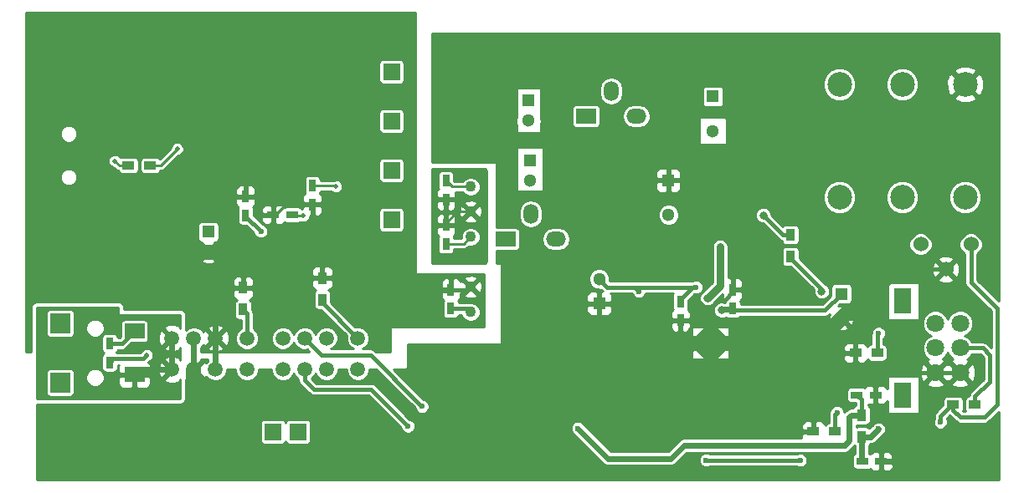
<source format=gbl>
G04 #@! TF.FileFunction,Copper,L2,Bot,Signal*
%FSLAX46Y46*%
G04 Gerber Fmt 4.6, Leading zero omitted, Abs format (unit mm)*
G04 Created by KiCad (PCBNEW 4.0.6) date Sat Sep  9 23:31:10 2017*
%MOMM*%
%LPD*%
G01*
G04 APERTURE LIST*
%ADD10C,0.100000*%
%ADD11R,1.300000X1.300000*%
%ADD12C,1.300000*%
%ADD13R,0.750000X1.200000*%
%ADD14R,1.200000X0.750000*%
%ADD15C,2.500000*%
%ADD16C,1.500000*%
%ADD17R,0.900000X1.200000*%
%ADD18R,1.200000X0.900000*%
%ADD19C,1.800000*%
%ADD20R,1.800000X2.500000*%
%ADD21R,1.700000X1.700000*%
%ADD22R,2.000000X2.000000*%
%ADD23R,2.000000X1.500000*%
%ADD24O,1.998980X1.501140*%
%ADD25R,1.998980X1.501140*%
%ADD26O,1.501140X1.998980*%
%ADD27C,1.100000*%
%ADD28C,1.524000*%
%ADD29C,0.500000*%
%ADD30C,0.700000*%
%ADD31C,0.600000*%
%ADD32C,0.800000*%
%ADD33C,0.250000*%
%ADD34C,0.400000*%
%ADD35C,1.500000*%
%ADD36C,0.600000*%
%ADD37C,0.800000*%
%ADD38C,0.254000*%
G04 APERTURE END LIST*
D10*
D11*
X83000000Y-22500000D03*
D12*
X83000000Y-26000000D03*
X31980000Y-38220000D03*
D11*
X31980000Y-36220000D03*
D13*
X35750000Y-34540000D03*
X35750000Y-32640000D03*
X22000000Y-47550000D03*
X22000000Y-49450000D03*
X56500000Y-42100000D03*
X56500000Y-44000000D03*
D12*
X64360000Y-24920000D03*
D11*
X64360000Y-22920000D03*
D12*
X64500000Y-31000000D03*
D11*
X64500000Y-29000000D03*
D14*
X40450000Y-34500000D03*
X38550000Y-34500000D03*
D13*
X56000000Y-32950000D03*
X56000000Y-31050000D03*
X56000000Y-37450000D03*
X56000000Y-35550000D03*
X42500000Y-31550000D03*
X42500000Y-33450000D03*
D11*
X78500000Y-31000000D03*
D12*
X78500000Y-34500000D03*
X96000000Y-45000000D03*
D11*
X96000000Y-42500000D03*
D13*
X85000000Y-44000000D03*
X85000000Y-42100000D03*
D14*
X100000000Y-59500000D03*
X98100000Y-59500000D03*
D13*
X79710000Y-43280000D03*
X79710000Y-45180000D03*
D12*
X71500000Y-41000000D03*
D11*
X71500000Y-43500000D03*
D15*
X108500000Y-32700000D03*
X102150000Y-32700000D03*
X95800000Y-32700000D03*
X95800000Y-21300000D03*
X102150000Y-21300000D03*
X108500000Y-21300000D03*
D16*
X39500000Y-50200000D03*
X41700000Y-50200000D03*
X43900000Y-50200000D03*
X39500000Y-47000000D03*
X41700000Y-47000000D03*
X43900000Y-47000000D03*
X47100000Y-47000000D03*
X47100000Y-50200000D03*
X28300000Y-50200000D03*
X30500000Y-50200000D03*
X32700000Y-50200000D03*
X28300000Y-47000000D03*
X30500000Y-47000000D03*
X32700000Y-47000000D03*
X35900000Y-47000000D03*
X35900000Y-50200000D03*
D17*
X90860000Y-38720000D03*
X90860000Y-36520000D03*
X98044000Y-54780000D03*
X98044000Y-56980000D03*
D18*
X23900000Y-29500000D03*
X26100000Y-29500000D03*
X93140000Y-56440000D03*
X95340000Y-56440000D03*
X99600000Y-48500000D03*
X97400000Y-48500000D03*
D19*
X105500000Y-48000000D03*
X105500000Y-50500000D03*
X105500000Y-45500000D03*
X108000000Y-50500000D03*
X108000000Y-48000000D03*
X108000000Y-45500000D03*
D20*
X102200000Y-43250000D03*
X102200000Y-52750000D03*
D21*
X50500000Y-25000000D03*
X50500000Y-30000000D03*
X50500000Y-35000000D03*
X50500000Y-20000000D03*
D22*
X17000000Y-51500000D03*
X17000000Y-45500000D03*
D23*
X24500000Y-50700000D03*
X24500000Y-46300000D03*
D24*
X75250000Y-24500000D03*
D25*
X70170000Y-24500000D03*
D26*
X72710000Y-21960000D03*
D24*
X67130000Y-36970000D03*
D25*
X62050000Y-36970000D03*
D26*
X64590000Y-34430000D03*
D14*
X97550000Y-52750000D03*
X99450000Y-52750000D03*
D27*
X58500000Y-44350000D03*
X58500000Y-41810000D03*
X58500000Y-36730000D03*
X58500000Y-34190000D03*
X58500000Y-31650000D03*
D17*
X43500000Y-40900000D03*
X43500000Y-43100000D03*
X35500000Y-41900000D03*
X35500000Y-44100000D03*
D18*
X109500000Y-53750000D03*
X107300000Y-53750000D03*
D28*
X109080000Y-37500000D03*
X104000000Y-37500000D03*
X106540000Y-40040000D03*
D21*
X38500000Y-56500000D03*
X41040000Y-56500000D03*
D29*
X14500000Y-30500000D03*
X17749996Y-24250000D03*
X14750000Y-26250004D03*
D30*
X19250000Y-31250000D03*
X21500000Y-31250000D03*
X20750000Y-31250000D03*
X20000000Y-31250000D03*
D29*
X38240000Y-29740000D03*
X33500000Y-33850000D03*
X24500000Y-34500000D03*
X22500000Y-34500000D03*
X37960000Y-33120000D03*
X40630000Y-33090000D03*
X39780000Y-18540000D03*
X38670000Y-18570000D03*
X39740000Y-42010000D03*
D31*
X37300000Y-36180000D03*
D29*
X28820000Y-27830000D03*
X25750000Y-48720000D03*
D31*
X100000000Y-45500000D03*
X75750000Y-52750000D03*
D29*
X95000000Y-47250000D03*
D31*
X108980000Y-55970002D03*
X53980002Y-56030000D03*
X91000000Y-56000000D03*
X109500000Y-59500000D03*
X81500000Y-56500000D03*
X74000000Y-57500000D03*
X57290000Y-34180000D03*
X57410000Y-35150000D03*
X57260000Y-32950000D03*
X77000000Y-31750000D03*
X76250000Y-31750000D03*
X76250000Y-31000000D03*
X76250000Y-30250000D03*
X77000000Y-30250000D03*
X77000000Y-31000000D03*
X90840000Y-53090000D03*
X86990000Y-55510000D03*
X102700000Y-55100000D03*
X89910000Y-51410000D03*
D15*
X82800000Y-47555000D03*
D29*
X41560000Y-34620000D03*
X44880000Y-31640000D03*
D32*
X88090000Y-34540000D03*
D31*
X69342000Y-56134000D03*
D32*
X94000000Y-42250000D03*
D31*
X83750000Y-39250000D03*
X83750000Y-37750000D03*
X83750000Y-38500000D03*
D32*
X82470000Y-42934998D03*
X83870000Y-44160000D03*
D31*
X99750000Y-56210000D03*
X75500000Y-42250000D03*
X81300000Y-41840000D03*
D29*
X22520000Y-29040000D03*
D31*
X52170000Y-55920000D03*
X53580000Y-53910000D03*
X95550000Y-54540000D03*
X91839998Y-59380000D03*
X82310000Y-59350000D03*
X99750000Y-46500000D03*
X106000000Y-55500000D03*
D33*
X14749999Y-30749999D02*
X14500000Y-30500000D01*
X15609999Y-31609999D02*
X14749999Y-30749999D01*
X18720001Y-31609999D02*
X15609999Y-31609999D01*
X17396443Y-24250000D02*
X17749996Y-24250000D01*
X16750004Y-24250000D02*
X17396443Y-24250000D01*
X14750000Y-26250004D02*
X16750004Y-24250000D01*
D34*
X20350260Y-32950080D02*
X20350260Y-31600260D01*
X20350260Y-31600260D02*
X20000000Y-31250000D01*
X18720001Y-31609999D02*
X18890001Y-31609999D01*
X18890001Y-31609999D02*
X19250000Y-31250000D01*
X37960000Y-33120000D02*
X37710001Y-32870001D01*
X37710001Y-32870001D02*
X37630001Y-32870001D01*
X37630001Y-32870001D02*
X37400000Y-32640000D01*
X38550000Y-34500000D02*
X38550000Y-33240000D01*
X38550000Y-33240000D02*
X38430000Y-33120000D01*
X38430000Y-33120000D02*
X37960000Y-33120000D01*
D33*
X37400000Y-32640000D02*
X37400000Y-30580000D01*
D34*
X35750000Y-32640000D02*
X36525000Y-32640000D01*
X36525000Y-32640000D02*
X37400000Y-32640000D01*
D33*
X37990001Y-29989999D02*
X38240000Y-29740000D01*
X37400000Y-30580000D02*
X37990001Y-29989999D01*
X38489999Y-29490001D02*
X38240000Y-29740000D01*
X39260000Y-28720000D02*
X38489999Y-29490001D01*
X39260000Y-18540000D02*
X39260000Y-28720000D01*
D35*
X37610000Y-38270000D02*
X35500000Y-38270000D01*
D34*
X35500000Y-41900000D02*
X35500000Y-38270000D01*
D35*
X35500000Y-38270000D02*
X28580000Y-38270000D01*
X44430000Y-37650000D02*
X43500000Y-37650000D01*
X43500000Y-37650000D02*
X38230000Y-37650000D01*
D34*
X43500000Y-40900000D02*
X43500000Y-37650000D01*
X54360000Y-42110000D02*
X48890000Y-42110000D01*
X48890000Y-42110000D02*
X44430000Y-37650000D01*
D35*
X20350260Y-35620260D02*
X20350260Y-34500000D01*
X20350260Y-34500000D02*
X20350260Y-32950080D01*
D36*
X22500000Y-34500000D02*
X20350260Y-34500000D01*
X22500000Y-34500000D02*
X24500000Y-34500000D01*
D34*
X31980000Y-38220000D02*
X31060762Y-38220000D01*
X31060762Y-38220000D02*
X31010762Y-38270000D01*
X31010762Y-38270000D02*
X28580000Y-38270000D01*
X56500000Y-42100000D02*
X58210000Y-42100000D01*
X58210000Y-42100000D02*
X58500000Y-41810000D01*
D33*
X20600450Y-32950080D02*
X20350260Y-32950080D01*
D35*
X28490000Y-38180000D02*
X22910000Y-38180000D01*
X22910000Y-38180000D02*
X20350260Y-35620260D01*
X38230000Y-37650000D02*
X37610000Y-38270000D01*
D36*
X56500000Y-42100000D02*
X55525000Y-42100000D01*
D33*
X40879999Y-33339999D02*
X40630000Y-33090000D01*
X40990000Y-33450000D02*
X40879999Y-33339999D01*
X38775000Y-34500000D02*
X40185000Y-33090000D01*
X40185000Y-33090000D02*
X40276447Y-33090000D01*
X42500000Y-33450000D02*
X40990000Y-33450000D01*
X38550000Y-34500000D02*
X38775000Y-34500000D01*
X40276447Y-33090000D02*
X40630000Y-33090000D01*
X39260000Y-18540000D02*
X38700000Y-18540000D01*
X39780000Y-18540000D02*
X39260000Y-18540000D01*
X38700000Y-18540000D02*
X38670000Y-18570000D01*
X38230000Y-35445000D02*
X38230000Y-37650000D01*
X38230000Y-37650000D02*
X38230000Y-40500000D01*
X38550000Y-34500000D02*
X38550000Y-35125000D01*
X38550000Y-35125000D02*
X38230000Y-35445000D01*
X39740000Y-42010000D02*
X38230000Y-40500000D01*
D36*
X28490000Y-38180000D02*
X28580000Y-38270000D01*
X20350260Y-35620260D02*
X23000000Y-38270000D01*
X23000000Y-38270000D02*
X28580000Y-38270000D01*
X28580000Y-38270000D02*
X32700000Y-42390000D01*
X32700000Y-42390000D02*
X32700000Y-47000000D01*
X32700000Y-50200000D02*
X32700000Y-47000000D01*
X55515000Y-42110000D02*
X54360000Y-42110000D01*
X55525000Y-42100000D02*
X55515000Y-42110000D01*
D34*
X56500000Y-44000000D02*
X58150000Y-44000000D01*
X58150000Y-44000000D02*
X58500000Y-44350000D01*
X35750000Y-34540000D02*
X35750000Y-34630000D01*
X35750000Y-34630000D02*
X37300000Y-36180000D01*
D33*
X28570001Y-28079999D02*
X28820000Y-27830000D01*
X27150000Y-29500000D02*
X28570001Y-28079999D01*
X26100000Y-29500000D02*
X27150000Y-29500000D01*
D34*
X22000000Y-47550000D02*
X23250000Y-47550000D01*
X23250000Y-47550000D02*
X24500000Y-46300000D01*
X25750000Y-48720000D02*
X25370000Y-49100000D01*
X25370000Y-49100000D02*
X22350000Y-49100000D01*
X22350000Y-49100000D02*
X22000000Y-49450000D01*
X101000000Y-55000000D02*
X100925000Y-55000000D01*
X100925000Y-55000000D02*
X99450000Y-53525000D01*
X99450000Y-53525000D02*
X99450000Y-52750000D01*
D36*
X102700000Y-55100000D02*
X101100000Y-55100000D01*
X101100000Y-55100000D02*
X101000000Y-55000000D01*
D33*
X101080000Y-50500000D02*
X99500000Y-50500000D01*
X99500000Y-50500000D02*
X98700000Y-50500000D01*
D34*
X99450000Y-52750000D02*
X99450000Y-50550000D01*
X99450000Y-50550000D02*
X99500000Y-50500000D01*
D35*
X101760002Y-39750000D02*
X101760002Y-37239998D01*
X101760002Y-37239998D02*
X105250000Y-33750000D01*
X105250000Y-33750000D02*
X105250000Y-31750000D01*
X105250000Y-31750000D02*
X106450001Y-30549999D01*
X106450001Y-30549999D02*
X106450001Y-24349999D01*
D34*
X105500000Y-50500000D02*
X108000000Y-50500000D01*
X101080000Y-50500000D02*
X105500000Y-50500000D01*
D36*
X108500000Y-21300000D02*
X107250001Y-22549999D01*
X107250001Y-23549999D02*
X106450001Y-24349999D01*
X107250001Y-22549999D02*
X107250001Y-23549999D01*
D34*
X99700001Y-45200001D02*
X100000000Y-45500000D01*
X99500000Y-45000000D02*
X99700001Y-45200001D01*
X96000000Y-45000000D02*
X99500000Y-45000000D01*
D35*
X97160001Y-44350001D02*
X101760002Y-39750000D01*
D34*
X106540000Y-40040000D02*
X102050002Y-40040000D01*
X102050002Y-40040000D02*
X101760002Y-39750000D01*
X75750000Y-52674264D02*
X75750000Y-52750000D01*
X75820000Y-52604264D02*
X75750000Y-52674264D01*
X75820000Y-52600000D02*
X75820000Y-52604264D01*
X93750000Y-47250000D02*
X95000000Y-47250000D01*
X96000000Y-45000000D02*
X96460000Y-45460000D01*
X102700000Y-56930000D02*
X108020002Y-56930000D01*
X108020002Y-56930000D02*
X108680001Y-56270001D01*
X109500000Y-59500000D02*
X108980000Y-58980000D01*
X108680001Y-56270001D02*
X108980000Y-55970002D01*
X108980000Y-56394266D02*
X108980000Y-55970002D01*
X108980000Y-58980000D02*
X108980000Y-56394266D01*
X85000000Y-42100000D02*
X85000000Y-42325000D01*
X85000000Y-42325000D02*
X84225000Y-43100000D01*
X84225000Y-43100000D02*
X83660000Y-43100000D01*
X83660000Y-43100000D02*
X82800000Y-43960000D01*
X82800000Y-43960000D02*
X82800000Y-44193998D01*
X53680003Y-56329999D02*
X53980002Y-56030000D01*
X53790000Y-56480000D02*
X53680003Y-56370003D01*
X53680003Y-56370003D02*
X53680003Y-56329999D01*
D35*
X53790000Y-56480000D02*
X53880004Y-56480000D01*
X53880004Y-56480000D02*
X56350004Y-54010000D01*
X56350004Y-54010000D02*
X73000000Y-54010000D01*
D34*
X93140000Y-56440000D02*
X91440000Y-56440000D01*
X91440000Y-56440000D02*
X91000000Y-56000000D01*
X82800000Y-47555000D02*
X82800000Y-55200000D01*
X82800000Y-55200000D02*
X81500000Y-56500000D01*
D35*
X73000000Y-54010000D02*
X74410000Y-54010000D01*
D34*
X73000000Y-56500000D02*
X74000000Y-57500000D01*
X73000000Y-54010000D02*
X73000000Y-56500000D01*
X102700000Y-57420000D02*
X102700000Y-56930000D01*
X102700000Y-56930000D02*
X102700000Y-55100000D01*
D35*
X50220000Y-60050000D02*
X53790000Y-56480000D01*
X30500000Y-50200000D02*
X30500000Y-56380000D01*
X30500000Y-56380000D02*
X34170000Y-60050000D01*
X34170000Y-60050000D02*
X50220000Y-60050000D01*
D33*
X57280000Y-34190000D02*
X57290000Y-34180000D01*
X57135000Y-34190000D02*
X57280000Y-34190000D01*
X57300000Y-34190000D02*
X57290000Y-34180000D01*
X58500000Y-34190000D02*
X57300000Y-34190000D01*
X56000000Y-35550000D02*
X56000000Y-35325000D01*
X56000000Y-35325000D02*
X57135000Y-34190000D01*
D35*
X93445000Y-47555000D02*
X93750000Y-47250000D01*
X93750000Y-47250000D02*
X96000000Y-45000000D01*
D34*
X76250000Y-31000000D02*
X76250000Y-31750000D01*
X77000000Y-30250000D02*
X76250000Y-30250000D01*
D36*
X101310000Y-58810000D02*
X101310000Y-59390000D01*
X101310000Y-59390000D02*
X101200000Y-59500000D01*
X101200000Y-59500000D02*
X100000000Y-59500000D01*
D34*
X79710000Y-45180000D02*
X81813998Y-45180000D01*
X81813998Y-45180000D02*
X82800000Y-44193998D01*
X71500000Y-43500000D02*
X72550000Y-43500000D01*
X72550000Y-43500000D02*
X76605000Y-47555000D01*
X76605000Y-47555000D02*
X80865000Y-47555000D01*
X82800000Y-44193998D02*
X82800000Y-45155000D01*
X82800000Y-45155000D02*
X82800000Y-47555000D01*
X93140000Y-56440000D02*
X93140000Y-55390000D01*
X93140000Y-55390000D02*
X90840000Y-53090000D01*
X90840000Y-53090000D02*
X90415736Y-53090000D01*
X90415736Y-53090000D02*
X89915736Y-52590000D01*
X89915736Y-52590000D02*
X89910000Y-52590000D01*
X101310000Y-58810000D02*
X102700000Y-57420000D01*
X86990000Y-55510000D02*
X89910000Y-52590000D01*
X89910000Y-52590000D02*
X89910000Y-51410000D01*
X75155000Y-54010000D02*
X74410000Y-54010000D01*
D35*
X74410000Y-54010000D02*
X75820000Y-52600000D01*
X75820000Y-52600000D02*
X80865000Y-47555000D01*
D33*
X97400000Y-48500000D02*
X97400000Y-46400000D01*
X97400000Y-46400000D02*
X96000000Y-45000000D01*
X98700000Y-50500000D02*
X97400000Y-49200000D01*
X97400000Y-49200000D02*
X97400000Y-48500000D01*
D35*
X80865000Y-47555000D02*
X82800000Y-47555000D01*
X82800000Y-47555000D02*
X90070000Y-47555000D01*
X90070000Y-47555000D02*
X93445000Y-47555000D01*
D34*
X90070000Y-50825736D02*
X90070000Y-47555000D01*
X89910000Y-51410000D02*
X89910000Y-50985736D01*
X89910000Y-50985736D02*
X90070000Y-50825736D01*
D35*
X96000000Y-45000000D02*
X96649999Y-44350001D01*
X96649999Y-44350001D02*
X97160001Y-44350001D01*
D33*
X58500000Y-34190000D02*
X57260000Y-32950000D01*
X57260000Y-32950000D02*
X56000000Y-32950000D01*
D36*
X30500000Y-50200000D02*
X30500000Y-47000000D01*
D33*
X58500000Y-31650000D02*
X56600000Y-31650000D01*
X56600000Y-31650000D02*
X56000000Y-31050000D01*
X58500000Y-36730000D02*
X57780000Y-37450000D01*
X57780000Y-37450000D02*
X56000000Y-37450000D01*
X41560000Y-34620000D02*
X40570000Y-34620000D01*
X40570000Y-34620000D02*
X40450000Y-34500000D01*
X42500000Y-31550000D02*
X44790000Y-31550000D01*
X44790000Y-31550000D02*
X44880000Y-31640000D01*
D34*
X90860000Y-36520000D02*
X90070000Y-36520000D01*
X90070000Y-36520000D02*
X88090000Y-34540000D01*
D36*
X98044000Y-54780000D02*
X96994000Y-54780000D01*
X96994000Y-54780000D02*
X96780000Y-54994000D01*
X96780000Y-54994000D02*
X96780000Y-57398000D01*
X96780000Y-57398000D02*
X96318000Y-57860000D01*
X96318000Y-57860000D02*
X80062000Y-57860000D01*
X80062000Y-57860000D02*
X78740000Y-59182000D01*
X78740000Y-59182000D02*
X72390000Y-59182000D01*
X72390000Y-59182000D02*
X69342000Y-56134000D01*
D34*
X98044000Y-54780000D02*
X98044000Y-53244000D01*
X98044000Y-53244000D02*
X97550000Y-52750000D01*
X90860000Y-38870000D02*
X94000000Y-42010000D01*
X94000000Y-42010000D02*
X94000000Y-42250000D01*
X90860000Y-38720000D02*
X90860000Y-38870000D01*
X84435685Y-44160000D02*
X83870000Y-44160000D01*
X94340000Y-44160000D02*
X84435685Y-44160000D01*
X96000000Y-42500000D02*
X94340000Y-44160000D01*
D37*
X83750000Y-39250000D02*
X83750000Y-41654998D01*
X83750000Y-38500000D02*
X83750000Y-39250000D01*
X83750000Y-38500000D02*
X83750000Y-37750000D01*
X83750000Y-41654998D02*
X82470000Y-42934998D01*
D34*
X85000000Y-44000000D02*
X84030000Y-44000000D01*
X84030000Y-44000000D02*
X83870000Y-44160000D01*
X83860000Y-44160000D02*
X83870000Y-44160000D01*
D36*
X98044000Y-56980000D02*
X98980000Y-56980000D01*
X98980000Y-56980000D02*
X99750000Y-56210000D01*
X98044000Y-56980000D02*
X98044000Y-59444000D01*
X98044000Y-59444000D02*
X98100000Y-59500000D01*
D34*
X72330000Y-41830000D02*
X75250000Y-41830000D01*
X75250000Y-41830000D02*
X81235738Y-41830000D01*
X75500000Y-42250000D02*
X75200001Y-41950001D01*
X75200001Y-41950001D02*
X75200001Y-41879999D01*
X75200001Y-41879999D02*
X75250000Y-41830000D01*
X81245738Y-41840000D02*
X81300000Y-41840000D01*
X81235738Y-41830000D02*
X81245738Y-41840000D01*
X80935000Y-41830000D02*
X81235738Y-41830000D01*
X79710000Y-43055000D02*
X80935000Y-41830000D01*
X71500000Y-41000000D02*
X72330000Y-41830000D01*
X79710000Y-43280000D02*
X79710000Y-43055000D01*
D33*
X23900000Y-29500000D02*
X22980000Y-29500000D01*
X22980000Y-29500000D02*
X22520000Y-29040000D01*
D36*
X28300000Y-50200000D02*
X25000000Y-50200000D01*
X25000000Y-50200000D02*
X24500000Y-50700000D01*
X28300000Y-50200000D02*
X28300000Y-47000000D01*
D34*
X52170000Y-55920000D02*
X48450000Y-52200000D01*
X48450000Y-52200000D02*
X42639340Y-52200000D01*
X42639340Y-52200000D02*
X41700000Y-51260660D01*
X41700000Y-51260660D02*
X41700000Y-50200000D01*
X52100000Y-55920000D02*
X52170000Y-55920000D01*
X48380000Y-48710000D02*
X53280001Y-53610001D01*
X53280001Y-53610001D02*
X53580000Y-53910000D01*
X43410000Y-48710000D02*
X48380000Y-48710000D01*
X41700000Y-47000000D02*
X43410000Y-48710000D01*
X95340000Y-56440000D02*
X95340000Y-54750000D01*
X95340000Y-54750000D02*
X95550000Y-54540000D01*
X91809998Y-59350000D02*
X91839998Y-59380000D01*
X82310000Y-59350000D02*
X91809998Y-59350000D01*
X99600000Y-48500000D02*
X99600000Y-46650000D01*
X99600000Y-46650000D02*
X99750000Y-46500000D01*
X47100000Y-47000000D02*
X43500000Y-43400000D01*
X43500000Y-43400000D02*
X43500000Y-43100000D01*
X35900000Y-47000000D02*
X35900000Y-44500000D01*
X35900000Y-44500000D02*
X35500000Y-44100000D01*
X109000000Y-48000000D02*
X108000000Y-48000000D01*
X111000000Y-48727208D02*
X111000000Y-51400000D01*
X111000000Y-51400000D02*
X109500000Y-52900000D01*
X109500000Y-52900000D02*
X109500000Y-53750000D01*
X109000000Y-48000000D02*
X110272792Y-48000000D01*
X110272792Y-48000000D02*
X111000000Y-48727208D01*
X106000000Y-54900000D02*
X106000000Y-55500000D01*
X107150000Y-53750000D02*
X106000000Y-54900000D01*
X107300000Y-53750000D02*
X107150000Y-53750000D01*
X109080000Y-37500000D02*
X109080000Y-41330000D01*
X111750000Y-53750000D02*
X110500000Y-55000000D01*
X109080000Y-41330000D02*
X111750000Y-44000000D01*
X111750000Y-44000000D02*
X111750000Y-53750000D01*
X110500000Y-55000000D02*
X108000000Y-55000000D01*
X108000000Y-55000000D02*
X107300000Y-54300000D01*
X107300000Y-54300000D02*
X107300000Y-53750000D01*
D33*
G36*
X52875000Y-40400000D02*
X52884848Y-40448632D01*
X52912841Y-40489601D01*
X52954568Y-40516451D01*
X53000000Y-40525000D01*
X59875000Y-40525000D01*
X59875000Y-45875000D01*
X50500000Y-45875000D01*
X50451368Y-45884848D01*
X50410399Y-45912841D01*
X50383549Y-45954568D01*
X50375000Y-46000000D01*
X50375000Y-48375000D01*
X48928884Y-48375000D01*
X48821942Y-48268058D01*
X48619177Y-48132575D01*
X48380000Y-48085000D01*
X47551008Y-48085000D01*
X47764715Y-47996698D01*
X48095536Y-47666453D01*
X48274796Y-47234747D01*
X48275204Y-46767303D01*
X48096698Y-46335285D01*
X47766453Y-46004464D01*
X47334747Y-45825204D01*
X46867303Y-45824796D01*
X46825820Y-45841936D01*
X44383326Y-43399442D01*
X44383326Y-42500000D01*
X44362111Y-42387250D01*
X55492000Y-42387250D01*
X55492000Y-42825911D01*
X55588368Y-43058565D01*
X55740184Y-43210381D01*
X55725814Y-43231412D01*
X55691674Y-43400000D01*
X55691674Y-44600000D01*
X55721309Y-44757496D01*
X55814389Y-44902146D01*
X55956412Y-44999186D01*
X56125000Y-45033326D01*
X56875000Y-45033326D01*
X57032496Y-45003691D01*
X57177146Y-44910611D01*
X57274186Y-44768588D01*
X57303263Y-44625000D01*
X57558676Y-44625000D01*
X57672954Y-44901571D01*
X57946986Y-45176082D01*
X58305210Y-45324830D01*
X58693089Y-45325169D01*
X59051571Y-45177046D01*
X59326082Y-44903014D01*
X59474830Y-44544790D01*
X59475169Y-44156911D01*
X59327046Y-43798429D01*
X59053014Y-43523918D01*
X58694790Y-43375170D01*
X58306911Y-43374831D01*
X58255645Y-43396014D01*
X58150000Y-43375000D01*
X57303622Y-43375000D01*
X57278691Y-43242504D01*
X57258723Y-43211474D01*
X57411632Y-43058565D01*
X57508000Y-42825911D01*
X57508000Y-42636577D01*
X57855857Y-42636577D01*
X57899457Y-42856044D01*
X58345475Y-43006237D01*
X58815017Y-42974313D01*
X59100543Y-42856044D01*
X59144143Y-42636577D01*
X58500000Y-41992434D01*
X57855857Y-42636577D01*
X57508000Y-42636577D01*
X57508000Y-42421280D01*
X57673423Y-42454143D01*
X58317566Y-41810000D01*
X58682434Y-41810000D01*
X59326577Y-42454143D01*
X59546044Y-42410543D01*
X59696237Y-41964525D01*
X59664313Y-41494983D01*
X59546044Y-41209457D01*
X59326577Y-41165857D01*
X58682434Y-41810000D01*
X58317566Y-41810000D01*
X57673423Y-41165857D01*
X57453956Y-41209457D01*
X57447612Y-41228298D01*
X57411632Y-41141435D01*
X57253620Y-40983423D01*
X57855857Y-40983423D01*
X58500000Y-41627566D01*
X59144143Y-40983423D01*
X59100543Y-40763956D01*
X58654525Y-40613763D01*
X58184983Y-40645687D01*
X57899457Y-40763956D01*
X57855857Y-40983423D01*
X57253620Y-40983423D01*
X57233566Y-40963369D01*
X57000912Y-40867000D01*
X56787250Y-40867000D01*
X56629000Y-41025250D01*
X56629000Y-41971000D01*
X56649000Y-41971000D01*
X56649000Y-42229000D01*
X56629000Y-42229000D01*
X56629000Y-42249000D01*
X56371000Y-42249000D01*
X56371000Y-42229000D01*
X55650250Y-42229000D01*
X55492000Y-42387250D01*
X44362111Y-42387250D01*
X44353691Y-42342504D01*
X44260611Y-42197854D01*
X44131808Y-42109847D01*
X44308566Y-42036631D01*
X44486632Y-41858565D01*
X44583000Y-41625911D01*
X44583000Y-41374089D01*
X55492000Y-41374089D01*
X55492000Y-41812750D01*
X55650250Y-41971000D01*
X56371000Y-41971000D01*
X56371000Y-41025250D01*
X56212750Y-40867000D01*
X55999088Y-40867000D01*
X55766434Y-40963369D01*
X55588368Y-41141435D01*
X55492000Y-41374089D01*
X44583000Y-41374089D01*
X44583000Y-41187250D01*
X44424750Y-41029000D01*
X43629000Y-41029000D01*
X43629000Y-41049000D01*
X43371000Y-41049000D01*
X43371000Y-41029000D01*
X42575250Y-41029000D01*
X42417000Y-41187250D01*
X42417000Y-41625911D01*
X42513368Y-41858565D01*
X42691434Y-42036631D01*
X42870183Y-42110672D01*
X42747854Y-42189389D01*
X42650814Y-42331412D01*
X42616674Y-42500000D01*
X42616674Y-43700000D01*
X42646309Y-43857496D01*
X42739389Y-44002146D01*
X42881412Y-44099186D01*
X43050000Y-44133326D01*
X43349442Y-44133326D01*
X45941683Y-46725567D01*
X45925204Y-46765253D01*
X45924796Y-47232697D01*
X46103302Y-47664715D01*
X46433547Y-47995536D01*
X46649000Y-48085000D01*
X44351008Y-48085000D01*
X44564715Y-47996698D01*
X44895536Y-47666453D01*
X45074796Y-47234747D01*
X45075204Y-46767303D01*
X44896698Y-46335285D01*
X44566453Y-46004464D01*
X44134747Y-45825204D01*
X43667303Y-45824796D01*
X43235285Y-46003302D01*
X42904464Y-46333547D01*
X42799965Y-46585210D01*
X42696698Y-46335285D01*
X42366453Y-46004464D01*
X41934747Y-45825204D01*
X41467303Y-45824796D01*
X41035285Y-46003302D01*
X40704464Y-46333547D01*
X40599965Y-46585210D01*
X40496698Y-46335285D01*
X40166453Y-46004464D01*
X39734747Y-45825204D01*
X39267303Y-45824796D01*
X38835285Y-46003302D01*
X38504464Y-46333547D01*
X38325204Y-46765253D01*
X38324796Y-47232697D01*
X38503302Y-47664715D01*
X38833547Y-47995536D01*
X39265253Y-48174796D01*
X39732697Y-48175204D01*
X40164715Y-47996698D01*
X40495536Y-47666453D01*
X40600035Y-47414790D01*
X40703302Y-47664715D01*
X41033547Y-47995536D01*
X41465253Y-48174796D01*
X41932697Y-48175204D01*
X41974180Y-48158064D01*
X42191116Y-48375000D01*
X32888913Y-48375000D01*
X33047073Y-48366714D01*
X33420994Y-48211831D01*
X33489259Y-47971693D01*
X32700000Y-47182434D01*
X31910741Y-47971693D01*
X31979006Y-48211831D01*
X32439751Y-48375000D01*
X31225000Y-48375000D01*
X31225000Y-47936518D01*
X31474341Y-47687611D01*
X31488169Y-47720994D01*
X31728307Y-47789259D01*
X32517566Y-47000000D01*
X32882434Y-47000000D01*
X33671693Y-47789259D01*
X33911831Y-47720994D01*
X34095499Y-47202365D01*
X34066714Y-46652927D01*
X33911831Y-46279006D01*
X33671693Y-46210741D01*
X32882434Y-47000000D01*
X32517566Y-47000000D01*
X31728307Y-46210741D01*
X31488169Y-46279006D01*
X31475691Y-46314241D01*
X31190255Y-46028307D01*
X31910741Y-46028307D01*
X32700000Y-46817566D01*
X33489259Y-46028307D01*
X33420994Y-45788169D01*
X32902365Y-45604501D01*
X32352927Y-45633286D01*
X31979006Y-45788169D01*
X31910741Y-46028307D01*
X31190255Y-46028307D01*
X31166453Y-46004464D01*
X30734747Y-45825204D01*
X30267303Y-45824796D01*
X29835285Y-46003302D01*
X29675000Y-46163308D01*
X29675000Y-44500000D01*
X29645935Y-44345531D01*
X29554643Y-44203660D01*
X29415349Y-44108484D01*
X29250000Y-44075000D01*
X23425000Y-44075000D01*
X23425000Y-43750000D01*
X23395935Y-43595531D01*
X23304643Y-43453660D01*
X23165349Y-43358484D01*
X23000000Y-43325000D01*
X14500000Y-43325000D01*
X14345531Y-43354065D01*
X14203660Y-43445357D01*
X14108484Y-43584651D01*
X14075000Y-43750000D01*
X14075000Y-48375000D01*
X13500000Y-48375000D01*
X13500000Y-42187250D01*
X34417000Y-42187250D01*
X34417000Y-42625911D01*
X34513368Y-42858565D01*
X34691434Y-43036631D01*
X34870183Y-43110672D01*
X34747854Y-43189389D01*
X34650814Y-43331412D01*
X34616674Y-43500000D01*
X34616674Y-44700000D01*
X34646309Y-44857496D01*
X34739389Y-45002146D01*
X34881412Y-45099186D01*
X35050000Y-45133326D01*
X35275000Y-45133326D01*
X35275000Y-45986892D01*
X35235285Y-46003302D01*
X34904464Y-46333547D01*
X34725204Y-46765253D01*
X34724796Y-47232697D01*
X34903302Y-47664715D01*
X35233547Y-47995536D01*
X35665253Y-48174796D01*
X36132697Y-48175204D01*
X36564715Y-47996698D01*
X36895536Y-47666453D01*
X37074796Y-47234747D01*
X37075204Y-46767303D01*
X36896698Y-46335285D01*
X36566453Y-46004464D01*
X36525000Y-45987251D01*
X36525000Y-44500000D01*
X36495163Y-44350000D01*
X36477425Y-44260822D01*
X36383326Y-44119994D01*
X36383326Y-43500000D01*
X36353691Y-43342504D01*
X36260611Y-43197854D01*
X36131808Y-43109847D01*
X36308566Y-43036631D01*
X36486632Y-42858565D01*
X36583000Y-42625911D01*
X36583000Y-42187250D01*
X36424750Y-42029000D01*
X35629000Y-42029000D01*
X35629000Y-42049000D01*
X35371000Y-42049000D01*
X35371000Y-42029000D01*
X34575250Y-42029000D01*
X34417000Y-42187250D01*
X13500000Y-42187250D01*
X13500000Y-41174089D01*
X34417000Y-41174089D01*
X34417000Y-41612750D01*
X34575250Y-41771000D01*
X35371000Y-41771000D01*
X35371000Y-40825250D01*
X35629000Y-40825250D01*
X35629000Y-41771000D01*
X36424750Y-41771000D01*
X36583000Y-41612750D01*
X36583000Y-41174089D01*
X36486632Y-40941435D01*
X36308566Y-40763369D01*
X36075912Y-40667000D01*
X35787250Y-40667000D01*
X35629000Y-40825250D01*
X35371000Y-40825250D01*
X35212750Y-40667000D01*
X34924088Y-40667000D01*
X34691434Y-40763369D01*
X34513368Y-40941435D01*
X34417000Y-41174089D01*
X13500000Y-41174089D01*
X13500000Y-40174089D01*
X42417000Y-40174089D01*
X42417000Y-40612750D01*
X42575250Y-40771000D01*
X43371000Y-40771000D01*
X43371000Y-39825250D01*
X43629000Y-39825250D01*
X43629000Y-40771000D01*
X44424750Y-40771000D01*
X44583000Y-40612750D01*
X44583000Y-40174089D01*
X44486632Y-39941435D01*
X44308566Y-39763369D01*
X44075912Y-39667000D01*
X43787250Y-39667000D01*
X43629000Y-39825250D01*
X43371000Y-39825250D01*
X43212750Y-39667000D01*
X42924088Y-39667000D01*
X42691434Y-39763369D01*
X42513368Y-39941435D01*
X42417000Y-40174089D01*
X13500000Y-40174089D01*
X13500000Y-39119175D01*
X31263258Y-39119175D01*
X31319209Y-39348970D01*
X31801547Y-39515905D01*
X32311052Y-39485551D01*
X32640791Y-39348970D01*
X32696742Y-39119175D01*
X31980000Y-38402434D01*
X31263258Y-39119175D01*
X13500000Y-39119175D01*
X13500000Y-38041547D01*
X30684095Y-38041547D01*
X30714449Y-38551052D01*
X30851030Y-38880791D01*
X31080825Y-38936742D01*
X31797566Y-38220000D01*
X32162434Y-38220000D01*
X32879175Y-38936742D01*
X33108970Y-38880791D01*
X33275905Y-38398453D01*
X33245551Y-37888948D01*
X33108970Y-37559209D01*
X32879175Y-37503258D01*
X32162434Y-38220000D01*
X31797566Y-38220000D01*
X31080825Y-37503258D01*
X30851030Y-37559209D01*
X30684095Y-38041547D01*
X13500000Y-38041547D01*
X13500000Y-35570000D01*
X30896674Y-35570000D01*
X30896674Y-36870000D01*
X30926309Y-37027496D01*
X31019389Y-37172146D01*
X31161412Y-37269186D01*
X31270455Y-37291268D01*
X31263258Y-37320825D01*
X31980000Y-38037566D01*
X32696742Y-37320825D01*
X32689744Y-37292084D01*
X32787496Y-37273691D01*
X32932146Y-37180611D01*
X33029186Y-37038588D01*
X33063326Y-36870000D01*
X33063326Y-35570000D01*
X33033691Y-35412504D01*
X32940611Y-35267854D01*
X32798588Y-35170814D01*
X32630000Y-35136674D01*
X31330000Y-35136674D01*
X31172504Y-35166309D01*
X31027854Y-35259389D01*
X30930814Y-35401412D01*
X30896674Y-35570000D01*
X13500000Y-35570000D01*
X13500000Y-32927250D01*
X34742000Y-32927250D01*
X34742000Y-33365911D01*
X34838368Y-33598565D01*
X34990184Y-33750381D01*
X34975814Y-33771412D01*
X34941674Y-33940000D01*
X34941674Y-35140000D01*
X34971309Y-35297496D01*
X35064389Y-35442146D01*
X35206412Y-35539186D01*
X35375000Y-35573326D01*
X35809442Y-35573326D01*
X36585562Y-36349446D01*
X36685016Y-36590143D01*
X36888784Y-36794267D01*
X37155156Y-36904874D01*
X37443579Y-36905126D01*
X37710143Y-36794984D01*
X37914267Y-36591216D01*
X38024874Y-36324844D01*
X38025126Y-36036421D01*
X37914984Y-35769857D01*
X37711216Y-35565733D01*
X37469069Y-35465185D01*
X36791134Y-34787250D01*
X37317000Y-34787250D01*
X37317000Y-35000912D01*
X37413369Y-35233566D01*
X37591435Y-35411632D01*
X37824089Y-35508000D01*
X38262750Y-35508000D01*
X38421000Y-35349750D01*
X38421000Y-34629000D01*
X37475250Y-34629000D01*
X37317000Y-34787250D01*
X36791134Y-34787250D01*
X36558326Y-34554442D01*
X36558326Y-33999088D01*
X37317000Y-33999088D01*
X37317000Y-34212750D01*
X37475250Y-34371000D01*
X38421000Y-34371000D01*
X38421000Y-33650250D01*
X38679000Y-33650250D01*
X38679000Y-34371000D01*
X38699000Y-34371000D01*
X38699000Y-34629000D01*
X38679000Y-34629000D01*
X38679000Y-35349750D01*
X38837250Y-35508000D01*
X39275911Y-35508000D01*
X39508565Y-35411632D01*
X39660381Y-35259816D01*
X39681412Y-35274186D01*
X39850000Y-35308326D01*
X41050000Y-35308326D01*
X41207496Y-35278691D01*
X41277566Y-35233602D01*
X41425145Y-35294883D01*
X41693677Y-35295117D01*
X41941857Y-35192571D01*
X42131903Y-35002856D01*
X42234883Y-34754855D01*
X42234965Y-34660785D01*
X42371000Y-34524750D01*
X42371000Y-33579000D01*
X42629000Y-33579000D01*
X42629000Y-34524750D01*
X42787250Y-34683000D01*
X43000912Y-34683000D01*
X43233566Y-34586631D01*
X43411632Y-34408565D01*
X43508000Y-34175911D01*
X43508000Y-34150000D01*
X49216674Y-34150000D01*
X49216674Y-35850000D01*
X49246309Y-36007496D01*
X49339389Y-36152146D01*
X49481412Y-36249186D01*
X49650000Y-36283326D01*
X51350000Y-36283326D01*
X51507496Y-36253691D01*
X51652146Y-36160611D01*
X51749186Y-36018588D01*
X51783326Y-35850000D01*
X51783326Y-34150000D01*
X51753691Y-33992504D01*
X51660611Y-33847854D01*
X51518588Y-33750814D01*
X51350000Y-33716674D01*
X49650000Y-33716674D01*
X49492504Y-33746309D01*
X49347854Y-33839389D01*
X49250814Y-33981412D01*
X49216674Y-34150000D01*
X43508000Y-34150000D01*
X43508000Y-33737250D01*
X43349750Y-33579000D01*
X42629000Y-33579000D01*
X42371000Y-33579000D01*
X41650250Y-33579000D01*
X41492000Y-33737250D01*
X41492000Y-33944940D01*
X41439142Y-33944894D01*
X41360611Y-33822854D01*
X41218588Y-33725814D01*
X41050000Y-33691674D01*
X39850000Y-33691674D01*
X39692504Y-33721309D01*
X39661474Y-33741277D01*
X39508565Y-33588368D01*
X39275911Y-33492000D01*
X38837250Y-33492000D01*
X38679000Y-33650250D01*
X38421000Y-33650250D01*
X38262750Y-33492000D01*
X37824089Y-33492000D01*
X37591435Y-33588368D01*
X37413369Y-33766434D01*
X37317000Y-33999088D01*
X36558326Y-33999088D01*
X36558326Y-33940000D01*
X36528691Y-33782504D01*
X36508723Y-33751474D01*
X36661632Y-33598565D01*
X36758000Y-33365911D01*
X36758000Y-32927250D01*
X36599750Y-32769000D01*
X35879000Y-32769000D01*
X35879000Y-32789000D01*
X35621000Y-32789000D01*
X35621000Y-32769000D01*
X34900250Y-32769000D01*
X34742000Y-32927250D01*
X13500000Y-32927250D01*
X13500000Y-32724089D01*
X41492000Y-32724089D01*
X41492000Y-33162750D01*
X41650250Y-33321000D01*
X42371000Y-33321000D01*
X42371000Y-33301000D01*
X42629000Y-33301000D01*
X42629000Y-33321000D01*
X43349750Y-33321000D01*
X43508000Y-33162750D01*
X43508000Y-32724089D01*
X43411632Y-32491435D01*
X43259816Y-32339619D01*
X43274186Y-32318588D01*
X43308326Y-32150000D01*
X43308326Y-32100000D01*
X44385436Y-32100000D01*
X44497144Y-32211903D01*
X44745145Y-32314883D01*
X45013677Y-32315117D01*
X45261857Y-32212571D01*
X45451903Y-32022856D01*
X45554883Y-31774855D01*
X45555117Y-31506323D01*
X45452571Y-31258143D01*
X45262856Y-31068097D01*
X45014855Y-30965117D01*
X44746323Y-30964883D01*
X44661333Y-31000000D01*
X43308326Y-31000000D01*
X43308326Y-30950000D01*
X43278691Y-30792504D01*
X43185611Y-30647854D01*
X43043588Y-30550814D01*
X42875000Y-30516674D01*
X42125000Y-30516674D01*
X41967504Y-30546309D01*
X41822854Y-30639389D01*
X41725814Y-30781412D01*
X41691674Y-30950000D01*
X41691674Y-32150000D01*
X41721309Y-32307496D01*
X41741277Y-32338526D01*
X41588368Y-32491435D01*
X41492000Y-32724089D01*
X13500000Y-32724089D01*
X13500000Y-31914089D01*
X34742000Y-31914089D01*
X34742000Y-32352750D01*
X34900250Y-32511000D01*
X35621000Y-32511000D01*
X35621000Y-31565250D01*
X35879000Y-31565250D01*
X35879000Y-32511000D01*
X36599750Y-32511000D01*
X36758000Y-32352750D01*
X36758000Y-31914089D01*
X36661632Y-31681435D01*
X36483566Y-31503369D01*
X36250912Y-31407000D01*
X36037250Y-31407000D01*
X35879000Y-31565250D01*
X35621000Y-31565250D01*
X35462750Y-31407000D01*
X35249088Y-31407000D01*
X35016434Y-31503369D01*
X34838368Y-31681435D01*
X34742000Y-31914089D01*
X13500000Y-31914089D01*
X13500000Y-30872841D01*
X16976169Y-30872841D01*
X17109035Y-31194403D01*
X17354843Y-31440640D01*
X17676172Y-31574068D01*
X18024101Y-31574371D01*
X18345663Y-31441505D01*
X18591900Y-31195697D01*
X18725328Y-30874368D01*
X18725631Y-30526439D01*
X18592765Y-30204877D01*
X18346957Y-29958640D01*
X18025628Y-29825212D01*
X17677699Y-29824909D01*
X17356137Y-29957775D01*
X17109900Y-30203583D01*
X16976472Y-30524912D01*
X16976169Y-30872841D01*
X13500000Y-30872841D01*
X13500000Y-29173677D01*
X21844883Y-29173677D01*
X21947429Y-29421857D01*
X22137144Y-29611903D01*
X22385145Y-29714883D01*
X22417093Y-29714911D01*
X22591091Y-29888909D01*
X22769524Y-30008134D01*
X22881816Y-30030470D01*
X22896309Y-30107496D01*
X22989389Y-30252146D01*
X23131412Y-30349186D01*
X23300000Y-30383326D01*
X24500000Y-30383326D01*
X24657496Y-30353691D01*
X24802146Y-30260611D01*
X24899186Y-30118588D01*
X24933326Y-29950000D01*
X24933326Y-29050000D01*
X25066674Y-29050000D01*
X25066674Y-29950000D01*
X25096309Y-30107496D01*
X25189389Y-30252146D01*
X25331412Y-30349186D01*
X25500000Y-30383326D01*
X26700000Y-30383326D01*
X26857496Y-30353691D01*
X27002146Y-30260611D01*
X27099186Y-30118588D01*
X27113075Y-30050000D01*
X27150000Y-30050000D01*
X27360476Y-30008134D01*
X27538909Y-29888909D01*
X28277817Y-29150000D01*
X49216674Y-29150000D01*
X49216674Y-30850000D01*
X49246309Y-31007496D01*
X49339389Y-31152146D01*
X49481412Y-31249186D01*
X49650000Y-31283326D01*
X51350000Y-31283326D01*
X51507496Y-31253691D01*
X51652146Y-31160611D01*
X51749186Y-31018588D01*
X51783326Y-30850000D01*
X51783326Y-29150000D01*
X51753691Y-28992504D01*
X51660611Y-28847854D01*
X51518588Y-28750814D01*
X51350000Y-28716674D01*
X49650000Y-28716674D01*
X49492504Y-28746309D01*
X49347854Y-28839389D01*
X49250814Y-28981412D01*
X49216674Y-29150000D01*
X28277817Y-29150000D01*
X28922727Y-28505090D01*
X28953677Y-28505117D01*
X29201857Y-28402571D01*
X29391903Y-28212856D01*
X29494883Y-27964855D01*
X29495117Y-27696323D01*
X29392571Y-27448143D01*
X29202856Y-27258097D01*
X28954855Y-27155117D01*
X28686323Y-27154883D01*
X28438143Y-27257429D01*
X28248097Y-27447144D01*
X28145117Y-27695145D01*
X28145089Y-27727094D01*
X27055135Y-28817047D01*
X27010611Y-28747854D01*
X26868588Y-28650814D01*
X26700000Y-28616674D01*
X25500000Y-28616674D01*
X25342504Y-28646309D01*
X25197854Y-28739389D01*
X25100814Y-28881412D01*
X25066674Y-29050000D01*
X24933326Y-29050000D01*
X24903691Y-28892504D01*
X24810611Y-28747854D01*
X24668588Y-28650814D01*
X24500000Y-28616674D01*
X23300000Y-28616674D01*
X23142504Y-28646309D01*
X23099196Y-28674177D01*
X23092571Y-28658143D01*
X22902856Y-28468097D01*
X22654855Y-28365117D01*
X22386323Y-28364883D01*
X22138143Y-28467429D01*
X21948097Y-28657144D01*
X21845117Y-28905145D01*
X21844883Y-29173677D01*
X13500000Y-29173677D01*
X13500000Y-26473561D01*
X16976169Y-26473561D01*
X17109035Y-26795123D01*
X17354843Y-27041360D01*
X17676172Y-27174788D01*
X18024101Y-27175091D01*
X18345663Y-27042225D01*
X18591900Y-26796417D01*
X18725328Y-26475088D01*
X18725631Y-26127159D01*
X18592765Y-25805597D01*
X18346957Y-25559360D01*
X18025628Y-25425932D01*
X17677699Y-25425629D01*
X17356137Y-25558495D01*
X17109900Y-25804303D01*
X16976472Y-26125632D01*
X16976169Y-26473561D01*
X13500000Y-26473561D01*
X13500000Y-24150000D01*
X49216674Y-24150000D01*
X49216674Y-25850000D01*
X49246309Y-26007496D01*
X49339389Y-26152146D01*
X49481412Y-26249186D01*
X49650000Y-26283326D01*
X51350000Y-26283326D01*
X51507496Y-26253691D01*
X51652146Y-26160611D01*
X51749186Y-26018588D01*
X51783326Y-25850000D01*
X51783326Y-24150000D01*
X51753691Y-23992504D01*
X51660611Y-23847854D01*
X51518588Y-23750814D01*
X51350000Y-23716674D01*
X49650000Y-23716674D01*
X49492504Y-23746309D01*
X49347854Y-23839389D01*
X49250814Y-23981412D01*
X49216674Y-24150000D01*
X13500000Y-24150000D01*
X13500000Y-19150000D01*
X49216674Y-19150000D01*
X49216674Y-20850000D01*
X49246309Y-21007496D01*
X49339389Y-21152146D01*
X49481412Y-21249186D01*
X49650000Y-21283326D01*
X51350000Y-21283326D01*
X51507496Y-21253691D01*
X51652146Y-21160611D01*
X51749186Y-21018588D01*
X51783326Y-20850000D01*
X51783326Y-19150000D01*
X51753691Y-18992504D01*
X51660611Y-18847854D01*
X51518588Y-18750814D01*
X51350000Y-18716674D01*
X49650000Y-18716674D01*
X49492504Y-18746309D01*
X49347854Y-18839389D01*
X49250814Y-18981412D01*
X49216674Y-19150000D01*
X13500000Y-19150000D01*
X13500000Y-14000000D01*
X52875000Y-14000000D01*
X52875000Y-40400000D01*
X52875000Y-40400000D01*
G37*
X52875000Y-40400000D02*
X52884848Y-40448632D01*
X52912841Y-40489601D01*
X52954568Y-40516451D01*
X53000000Y-40525000D01*
X59875000Y-40525000D01*
X59875000Y-45875000D01*
X50500000Y-45875000D01*
X50451368Y-45884848D01*
X50410399Y-45912841D01*
X50383549Y-45954568D01*
X50375000Y-46000000D01*
X50375000Y-48375000D01*
X48928884Y-48375000D01*
X48821942Y-48268058D01*
X48619177Y-48132575D01*
X48380000Y-48085000D01*
X47551008Y-48085000D01*
X47764715Y-47996698D01*
X48095536Y-47666453D01*
X48274796Y-47234747D01*
X48275204Y-46767303D01*
X48096698Y-46335285D01*
X47766453Y-46004464D01*
X47334747Y-45825204D01*
X46867303Y-45824796D01*
X46825820Y-45841936D01*
X44383326Y-43399442D01*
X44383326Y-42500000D01*
X44362111Y-42387250D01*
X55492000Y-42387250D01*
X55492000Y-42825911D01*
X55588368Y-43058565D01*
X55740184Y-43210381D01*
X55725814Y-43231412D01*
X55691674Y-43400000D01*
X55691674Y-44600000D01*
X55721309Y-44757496D01*
X55814389Y-44902146D01*
X55956412Y-44999186D01*
X56125000Y-45033326D01*
X56875000Y-45033326D01*
X57032496Y-45003691D01*
X57177146Y-44910611D01*
X57274186Y-44768588D01*
X57303263Y-44625000D01*
X57558676Y-44625000D01*
X57672954Y-44901571D01*
X57946986Y-45176082D01*
X58305210Y-45324830D01*
X58693089Y-45325169D01*
X59051571Y-45177046D01*
X59326082Y-44903014D01*
X59474830Y-44544790D01*
X59475169Y-44156911D01*
X59327046Y-43798429D01*
X59053014Y-43523918D01*
X58694790Y-43375170D01*
X58306911Y-43374831D01*
X58255645Y-43396014D01*
X58150000Y-43375000D01*
X57303622Y-43375000D01*
X57278691Y-43242504D01*
X57258723Y-43211474D01*
X57411632Y-43058565D01*
X57508000Y-42825911D01*
X57508000Y-42636577D01*
X57855857Y-42636577D01*
X57899457Y-42856044D01*
X58345475Y-43006237D01*
X58815017Y-42974313D01*
X59100543Y-42856044D01*
X59144143Y-42636577D01*
X58500000Y-41992434D01*
X57855857Y-42636577D01*
X57508000Y-42636577D01*
X57508000Y-42421280D01*
X57673423Y-42454143D01*
X58317566Y-41810000D01*
X58682434Y-41810000D01*
X59326577Y-42454143D01*
X59546044Y-42410543D01*
X59696237Y-41964525D01*
X59664313Y-41494983D01*
X59546044Y-41209457D01*
X59326577Y-41165857D01*
X58682434Y-41810000D01*
X58317566Y-41810000D01*
X57673423Y-41165857D01*
X57453956Y-41209457D01*
X57447612Y-41228298D01*
X57411632Y-41141435D01*
X57253620Y-40983423D01*
X57855857Y-40983423D01*
X58500000Y-41627566D01*
X59144143Y-40983423D01*
X59100543Y-40763956D01*
X58654525Y-40613763D01*
X58184983Y-40645687D01*
X57899457Y-40763956D01*
X57855857Y-40983423D01*
X57253620Y-40983423D01*
X57233566Y-40963369D01*
X57000912Y-40867000D01*
X56787250Y-40867000D01*
X56629000Y-41025250D01*
X56629000Y-41971000D01*
X56649000Y-41971000D01*
X56649000Y-42229000D01*
X56629000Y-42229000D01*
X56629000Y-42249000D01*
X56371000Y-42249000D01*
X56371000Y-42229000D01*
X55650250Y-42229000D01*
X55492000Y-42387250D01*
X44362111Y-42387250D01*
X44353691Y-42342504D01*
X44260611Y-42197854D01*
X44131808Y-42109847D01*
X44308566Y-42036631D01*
X44486632Y-41858565D01*
X44583000Y-41625911D01*
X44583000Y-41374089D01*
X55492000Y-41374089D01*
X55492000Y-41812750D01*
X55650250Y-41971000D01*
X56371000Y-41971000D01*
X56371000Y-41025250D01*
X56212750Y-40867000D01*
X55999088Y-40867000D01*
X55766434Y-40963369D01*
X55588368Y-41141435D01*
X55492000Y-41374089D01*
X44583000Y-41374089D01*
X44583000Y-41187250D01*
X44424750Y-41029000D01*
X43629000Y-41029000D01*
X43629000Y-41049000D01*
X43371000Y-41049000D01*
X43371000Y-41029000D01*
X42575250Y-41029000D01*
X42417000Y-41187250D01*
X42417000Y-41625911D01*
X42513368Y-41858565D01*
X42691434Y-42036631D01*
X42870183Y-42110672D01*
X42747854Y-42189389D01*
X42650814Y-42331412D01*
X42616674Y-42500000D01*
X42616674Y-43700000D01*
X42646309Y-43857496D01*
X42739389Y-44002146D01*
X42881412Y-44099186D01*
X43050000Y-44133326D01*
X43349442Y-44133326D01*
X45941683Y-46725567D01*
X45925204Y-46765253D01*
X45924796Y-47232697D01*
X46103302Y-47664715D01*
X46433547Y-47995536D01*
X46649000Y-48085000D01*
X44351008Y-48085000D01*
X44564715Y-47996698D01*
X44895536Y-47666453D01*
X45074796Y-47234747D01*
X45075204Y-46767303D01*
X44896698Y-46335285D01*
X44566453Y-46004464D01*
X44134747Y-45825204D01*
X43667303Y-45824796D01*
X43235285Y-46003302D01*
X42904464Y-46333547D01*
X42799965Y-46585210D01*
X42696698Y-46335285D01*
X42366453Y-46004464D01*
X41934747Y-45825204D01*
X41467303Y-45824796D01*
X41035285Y-46003302D01*
X40704464Y-46333547D01*
X40599965Y-46585210D01*
X40496698Y-46335285D01*
X40166453Y-46004464D01*
X39734747Y-45825204D01*
X39267303Y-45824796D01*
X38835285Y-46003302D01*
X38504464Y-46333547D01*
X38325204Y-46765253D01*
X38324796Y-47232697D01*
X38503302Y-47664715D01*
X38833547Y-47995536D01*
X39265253Y-48174796D01*
X39732697Y-48175204D01*
X40164715Y-47996698D01*
X40495536Y-47666453D01*
X40600035Y-47414790D01*
X40703302Y-47664715D01*
X41033547Y-47995536D01*
X41465253Y-48174796D01*
X41932697Y-48175204D01*
X41974180Y-48158064D01*
X42191116Y-48375000D01*
X32888913Y-48375000D01*
X33047073Y-48366714D01*
X33420994Y-48211831D01*
X33489259Y-47971693D01*
X32700000Y-47182434D01*
X31910741Y-47971693D01*
X31979006Y-48211831D01*
X32439751Y-48375000D01*
X31225000Y-48375000D01*
X31225000Y-47936518D01*
X31474341Y-47687611D01*
X31488169Y-47720994D01*
X31728307Y-47789259D01*
X32517566Y-47000000D01*
X32882434Y-47000000D01*
X33671693Y-47789259D01*
X33911831Y-47720994D01*
X34095499Y-47202365D01*
X34066714Y-46652927D01*
X33911831Y-46279006D01*
X33671693Y-46210741D01*
X32882434Y-47000000D01*
X32517566Y-47000000D01*
X31728307Y-46210741D01*
X31488169Y-46279006D01*
X31475691Y-46314241D01*
X31190255Y-46028307D01*
X31910741Y-46028307D01*
X32700000Y-46817566D01*
X33489259Y-46028307D01*
X33420994Y-45788169D01*
X32902365Y-45604501D01*
X32352927Y-45633286D01*
X31979006Y-45788169D01*
X31910741Y-46028307D01*
X31190255Y-46028307D01*
X31166453Y-46004464D01*
X30734747Y-45825204D01*
X30267303Y-45824796D01*
X29835285Y-46003302D01*
X29675000Y-46163308D01*
X29675000Y-44500000D01*
X29645935Y-44345531D01*
X29554643Y-44203660D01*
X29415349Y-44108484D01*
X29250000Y-44075000D01*
X23425000Y-44075000D01*
X23425000Y-43750000D01*
X23395935Y-43595531D01*
X23304643Y-43453660D01*
X23165349Y-43358484D01*
X23000000Y-43325000D01*
X14500000Y-43325000D01*
X14345531Y-43354065D01*
X14203660Y-43445357D01*
X14108484Y-43584651D01*
X14075000Y-43750000D01*
X14075000Y-48375000D01*
X13500000Y-48375000D01*
X13500000Y-42187250D01*
X34417000Y-42187250D01*
X34417000Y-42625911D01*
X34513368Y-42858565D01*
X34691434Y-43036631D01*
X34870183Y-43110672D01*
X34747854Y-43189389D01*
X34650814Y-43331412D01*
X34616674Y-43500000D01*
X34616674Y-44700000D01*
X34646309Y-44857496D01*
X34739389Y-45002146D01*
X34881412Y-45099186D01*
X35050000Y-45133326D01*
X35275000Y-45133326D01*
X35275000Y-45986892D01*
X35235285Y-46003302D01*
X34904464Y-46333547D01*
X34725204Y-46765253D01*
X34724796Y-47232697D01*
X34903302Y-47664715D01*
X35233547Y-47995536D01*
X35665253Y-48174796D01*
X36132697Y-48175204D01*
X36564715Y-47996698D01*
X36895536Y-47666453D01*
X37074796Y-47234747D01*
X37075204Y-46767303D01*
X36896698Y-46335285D01*
X36566453Y-46004464D01*
X36525000Y-45987251D01*
X36525000Y-44500000D01*
X36495163Y-44350000D01*
X36477425Y-44260822D01*
X36383326Y-44119994D01*
X36383326Y-43500000D01*
X36353691Y-43342504D01*
X36260611Y-43197854D01*
X36131808Y-43109847D01*
X36308566Y-43036631D01*
X36486632Y-42858565D01*
X36583000Y-42625911D01*
X36583000Y-42187250D01*
X36424750Y-42029000D01*
X35629000Y-42029000D01*
X35629000Y-42049000D01*
X35371000Y-42049000D01*
X35371000Y-42029000D01*
X34575250Y-42029000D01*
X34417000Y-42187250D01*
X13500000Y-42187250D01*
X13500000Y-41174089D01*
X34417000Y-41174089D01*
X34417000Y-41612750D01*
X34575250Y-41771000D01*
X35371000Y-41771000D01*
X35371000Y-40825250D01*
X35629000Y-40825250D01*
X35629000Y-41771000D01*
X36424750Y-41771000D01*
X36583000Y-41612750D01*
X36583000Y-41174089D01*
X36486632Y-40941435D01*
X36308566Y-40763369D01*
X36075912Y-40667000D01*
X35787250Y-40667000D01*
X35629000Y-40825250D01*
X35371000Y-40825250D01*
X35212750Y-40667000D01*
X34924088Y-40667000D01*
X34691434Y-40763369D01*
X34513368Y-40941435D01*
X34417000Y-41174089D01*
X13500000Y-41174089D01*
X13500000Y-40174089D01*
X42417000Y-40174089D01*
X42417000Y-40612750D01*
X42575250Y-40771000D01*
X43371000Y-40771000D01*
X43371000Y-39825250D01*
X43629000Y-39825250D01*
X43629000Y-40771000D01*
X44424750Y-40771000D01*
X44583000Y-40612750D01*
X44583000Y-40174089D01*
X44486632Y-39941435D01*
X44308566Y-39763369D01*
X44075912Y-39667000D01*
X43787250Y-39667000D01*
X43629000Y-39825250D01*
X43371000Y-39825250D01*
X43212750Y-39667000D01*
X42924088Y-39667000D01*
X42691434Y-39763369D01*
X42513368Y-39941435D01*
X42417000Y-40174089D01*
X13500000Y-40174089D01*
X13500000Y-39119175D01*
X31263258Y-39119175D01*
X31319209Y-39348970D01*
X31801547Y-39515905D01*
X32311052Y-39485551D01*
X32640791Y-39348970D01*
X32696742Y-39119175D01*
X31980000Y-38402434D01*
X31263258Y-39119175D01*
X13500000Y-39119175D01*
X13500000Y-38041547D01*
X30684095Y-38041547D01*
X30714449Y-38551052D01*
X30851030Y-38880791D01*
X31080825Y-38936742D01*
X31797566Y-38220000D01*
X32162434Y-38220000D01*
X32879175Y-38936742D01*
X33108970Y-38880791D01*
X33275905Y-38398453D01*
X33245551Y-37888948D01*
X33108970Y-37559209D01*
X32879175Y-37503258D01*
X32162434Y-38220000D01*
X31797566Y-38220000D01*
X31080825Y-37503258D01*
X30851030Y-37559209D01*
X30684095Y-38041547D01*
X13500000Y-38041547D01*
X13500000Y-35570000D01*
X30896674Y-35570000D01*
X30896674Y-36870000D01*
X30926309Y-37027496D01*
X31019389Y-37172146D01*
X31161412Y-37269186D01*
X31270455Y-37291268D01*
X31263258Y-37320825D01*
X31980000Y-38037566D01*
X32696742Y-37320825D01*
X32689744Y-37292084D01*
X32787496Y-37273691D01*
X32932146Y-37180611D01*
X33029186Y-37038588D01*
X33063326Y-36870000D01*
X33063326Y-35570000D01*
X33033691Y-35412504D01*
X32940611Y-35267854D01*
X32798588Y-35170814D01*
X32630000Y-35136674D01*
X31330000Y-35136674D01*
X31172504Y-35166309D01*
X31027854Y-35259389D01*
X30930814Y-35401412D01*
X30896674Y-35570000D01*
X13500000Y-35570000D01*
X13500000Y-32927250D01*
X34742000Y-32927250D01*
X34742000Y-33365911D01*
X34838368Y-33598565D01*
X34990184Y-33750381D01*
X34975814Y-33771412D01*
X34941674Y-33940000D01*
X34941674Y-35140000D01*
X34971309Y-35297496D01*
X35064389Y-35442146D01*
X35206412Y-35539186D01*
X35375000Y-35573326D01*
X35809442Y-35573326D01*
X36585562Y-36349446D01*
X36685016Y-36590143D01*
X36888784Y-36794267D01*
X37155156Y-36904874D01*
X37443579Y-36905126D01*
X37710143Y-36794984D01*
X37914267Y-36591216D01*
X38024874Y-36324844D01*
X38025126Y-36036421D01*
X37914984Y-35769857D01*
X37711216Y-35565733D01*
X37469069Y-35465185D01*
X36791134Y-34787250D01*
X37317000Y-34787250D01*
X37317000Y-35000912D01*
X37413369Y-35233566D01*
X37591435Y-35411632D01*
X37824089Y-35508000D01*
X38262750Y-35508000D01*
X38421000Y-35349750D01*
X38421000Y-34629000D01*
X37475250Y-34629000D01*
X37317000Y-34787250D01*
X36791134Y-34787250D01*
X36558326Y-34554442D01*
X36558326Y-33999088D01*
X37317000Y-33999088D01*
X37317000Y-34212750D01*
X37475250Y-34371000D01*
X38421000Y-34371000D01*
X38421000Y-33650250D01*
X38679000Y-33650250D01*
X38679000Y-34371000D01*
X38699000Y-34371000D01*
X38699000Y-34629000D01*
X38679000Y-34629000D01*
X38679000Y-35349750D01*
X38837250Y-35508000D01*
X39275911Y-35508000D01*
X39508565Y-35411632D01*
X39660381Y-35259816D01*
X39681412Y-35274186D01*
X39850000Y-35308326D01*
X41050000Y-35308326D01*
X41207496Y-35278691D01*
X41277566Y-35233602D01*
X41425145Y-35294883D01*
X41693677Y-35295117D01*
X41941857Y-35192571D01*
X42131903Y-35002856D01*
X42234883Y-34754855D01*
X42234965Y-34660785D01*
X42371000Y-34524750D01*
X42371000Y-33579000D01*
X42629000Y-33579000D01*
X42629000Y-34524750D01*
X42787250Y-34683000D01*
X43000912Y-34683000D01*
X43233566Y-34586631D01*
X43411632Y-34408565D01*
X43508000Y-34175911D01*
X43508000Y-34150000D01*
X49216674Y-34150000D01*
X49216674Y-35850000D01*
X49246309Y-36007496D01*
X49339389Y-36152146D01*
X49481412Y-36249186D01*
X49650000Y-36283326D01*
X51350000Y-36283326D01*
X51507496Y-36253691D01*
X51652146Y-36160611D01*
X51749186Y-36018588D01*
X51783326Y-35850000D01*
X51783326Y-34150000D01*
X51753691Y-33992504D01*
X51660611Y-33847854D01*
X51518588Y-33750814D01*
X51350000Y-33716674D01*
X49650000Y-33716674D01*
X49492504Y-33746309D01*
X49347854Y-33839389D01*
X49250814Y-33981412D01*
X49216674Y-34150000D01*
X43508000Y-34150000D01*
X43508000Y-33737250D01*
X43349750Y-33579000D01*
X42629000Y-33579000D01*
X42371000Y-33579000D01*
X41650250Y-33579000D01*
X41492000Y-33737250D01*
X41492000Y-33944940D01*
X41439142Y-33944894D01*
X41360611Y-33822854D01*
X41218588Y-33725814D01*
X41050000Y-33691674D01*
X39850000Y-33691674D01*
X39692504Y-33721309D01*
X39661474Y-33741277D01*
X39508565Y-33588368D01*
X39275911Y-33492000D01*
X38837250Y-33492000D01*
X38679000Y-33650250D01*
X38421000Y-33650250D01*
X38262750Y-33492000D01*
X37824089Y-33492000D01*
X37591435Y-33588368D01*
X37413369Y-33766434D01*
X37317000Y-33999088D01*
X36558326Y-33999088D01*
X36558326Y-33940000D01*
X36528691Y-33782504D01*
X36508723Y-33751474D01*
X36661632Y-33598565D01*
X36758000Y-33365911D01*
X36758000Y-32927250D01*
X36599750Y-32769000D01*
X35879000Y-32769000D01*
X35879000Y-32789000D01*
X35621000Y-32789000D01*
X35621000Y-32769000D01*
X34900250Y-32769000D01*
X34742000Y-32927250D01*
X13500000Y-32927250D01*
X13500000Y-32724089D01*
X41492000Y-32724089D01*
X41492000Y-33162750D01*
X41650250Y-33321000D01*
X42371000Y-33321000D01*
X42371000Y-33301000D01*
X42629000Y-33301000D01*
X42629000Y-33321000D01*
X43349750Y-33321000D01*
X43508000Y-33162750D01*
X43508000Y-32724089D01*
X43411632Y-32491435D01*
X43259816Y-32339619D01*
X43274186Y-32318588D01*
X43308326Y-32150000D01*
X43308326Y-32100000D01*
X44385436Y-32100000D01*
X44497144Y-32211903D01*
X44745145Y-32314883D01*
X45013677Y-32315117D01*
X45261857Y-32212571D01*
X45451903Y-32022856D01*
X45554883Y-31774855D01*
X45555117Y-31506323D01*
X45452571Y-31258143D01*
X45262856Y-31068097D01*
X45014855Y-30965117D01*
X44746323Y-30964883D01*
X44661333Y-31000000D01*
X43308326Y-31000000D01*
X43308326Y-30950000D01*
X43278691Y-30792504D01*
X43185611Y-30647854D01*
X43043588Y-30550814D01*
X42875000Y-30516674D01*
X42125000Y-30516674D01*
X41967504Y-30546309D01*
X41822854Y-30639389D01*
X41725814Y-30781412D01*
X41691674Y-30950000D01*
X41691674Y-32150000D01*
X41721309Y-32307496D01*
X41741277Y-32338526D01*
X41588368Y-32491435D01*
X41492000Y-32724089D01*
X13500000Y-32724089D01*
X13500000Y-31914089D01*
X34742000Y-31914089D01*
X34742000Y-32352750D01*
X34900250Y-32511000D01*
X35621000Y-32511000D01*
X35621000Y-31565250D01*
X35879000Y-31565250D01*
X35879000Y-32511000D01*
X36599750Y-32511000D01*
X36758000Y-32352750D01*
X36758000Y-31914089D01*
X36661632Y-31681435D01*
X36483566Y-31503369D01*
X36250912Y-31407000D01*
X36037250Y-31407000D01*
X35879000Y-31565250D01*
X35621000Y-31565250D01*
X35462750Y-31407000D01*
X35249088Y-31407000D01*
X35016434Y-31503369D01*
X34838368Y-31681435D01*
X34742000Y-31914089D01*
X13500000Y-31914089D01*
X13500000Y-30872841D01*
X16976169Y-30872841D01*
X17109035Y-31194403D01*
X17354843Y-31440640D01*
X17676172Y-31574068D01*
X18024101Y-31574371D01*
X18345663Y-31441505D01*
X18591900Y-31195697D01*
X18725328Y-30874368D01*
X18725631Y-30526439D01*
X18592765Y-30204877D01*
X18346957Y-29958640D01*
X18025628Y-29825212D01*
X17677699Y-29824909D01*
X17356137Y-29957775D01*
X17109900Y-30203583D01*
X16976472Y-30524912D01*
X16976169Y-30872841D01*
X13500000Y-30872841D01*
X13500000Y-29173677D01*
X21844883Y-29173677D01*
X21947429Y-29421857D01*
X22137144Y-29611903D01*
X22385145Y-29714883D01*
X22417093Y-29714911D01*
X22591091Y-29888909D01*
X22769524Y-30008134D01*
X22881816Y-30030470D01*
X22896309Y-30107496D01*
X22989389Y-30252146D01*
X23131412Y-30349186D01*
X23300000Y-30383326D01*
X24500000Y-30383326D01*
X24657496Y-30353691D01*
X24802146Y-30260611D01*
X24899186Y-30118588D01*
X24933326Y-29950000D01*
X24933326Y-29050000D01*
X25066674Y-29050000D01*
X25066674Y-29950000D01*
X25096309Y-30107496D01*
X25189389Y-30252146D01*
X25331412Y-30349186D01*
X25500000Y-30383326D01*
X26700000Y-30383326D01*
X26857496Y-30353691D01*
X27002146Y-30260611D01*
X27099186Y-30118588D01*
X27113075Y-30050000D01*
X27150000Y-30050000D01*
X27360476Y-30008134D01*
X27538909Y-29888909D01*
X28277817Y-29150000D01*
X49216674Y-29150000D01*
X49216674Y-30850000D01*
X49246309Y-31007496D01*
X49339389Y-31152146D01*
X49481412Y-31249186D01*
X49650000Y-31283326D01*
X51350000Y-31283326D01*
X51507496Y-31253691D01*
X51652146Y-31160611D01*
X51749186Y-31018588D01*
X51783326Y-30850000D01*
X51783326Y-29150000D01*
X51753691Y-28992504D01*
X51660611Y-28847854D01*
X51518588Y-28750814D01*
X51350000Y-28716674D01*
X49650000Y-28716674D01*
X49492504Y-28746309D01*
X49347854Y-28839389D01*
X49250814Y-28981412D01*
X49216674Y-29150000D01*
X28277817Y-29150000D01*
X28922727Y-28505090D01*
X28953677Y-28505117D01*
X29201857Y-28402571D01*
X29391903Y-28212856D01*
X29494883Y-27964855D01*
X29495117Y-27696323D01*
X29392571Y-27448143D01*
X29202856Y-27258097D01*
X28954855Y-27155117D01*
X28686323Y-27154883D01*
X28438143Y-27257429D01*
X28248097Y-27447144D01*
X28145117Y-27695145D01*
X28145089Y-27727094D01*
X27055135Y-28817047D01*
X27010611Y-28747854D01*
X26868588Y-28650814D01*
X26700000Y-28616674D01*
X25500000Y-28616674D01*
X25342504Y-28646309D01*
X25197854Y-28739389D01*
X25100814Y-28881412D01*
X25066674Y-29050000D01*
X24933326Y-29050000D01*
X24903691Y-28892504D01*
X24810611Y-28747854D01*
X24668588Y-28650814D01*
X24500000Y-28616674D01*
X23300000Y-28616674D01*
X23142504Y-28646309D01*
X23099196Y-28674177D01*
X23092571Y-28658143D01*
X22902856Y-28468097D01*
X22654855Y-28365117D01*
X22386323Y-28364883D01*
X22138143Y-28467429D01*
X21948097Y-28657144D01*
X21845117Y-28905145D01*
X21844883Y-29173677D01*
X13500000Y-29173677D01*
X13500000Y-26473561D01*
X16976169Y-26473561D01*
X17109035Y-26795123D01*
X17354843Y-27041360D01*
X17676172Y-27174788D01*
X18024101Y-27175091D01*
X18345663Y-27042225D01*
X18591900Y-26796417D01*
X18725328Y-26475088D01*
X18725631Y-26127159D01*
X18592765Y-25805597D01*
X18346957Y-25559360D01*
X18025628Y-25425932D01*
X17677699Y-25425629D01*
X17356137Y-25558495D01*
X17109900Y-25804303D01*
X16976472Y-26125632D01*
X16976169Y-26473561D01*
X13500000Y-26473561D01*
X13500000Y-24150000D01*
X49216674Y-24150000D01*
X49216674Y-25850000D01*
X49246309Y-26007496D01*
X49339389Y-26152146D01*
X49481412Y-26249186D01*
X49650000Y-26283326D01*
X51350000Y-26283326D01*
X51507496Y-26253691D01*
X51652146Y-26160611D01*
X51749186Y-26018588D01*
X51783326Y-25850000D01*
X51783326Y-24150000D01*
X51753691Y-23992504D01*
X51660611Y-23847854D01*
X51518588Y-23750814D01*
X51350000Y-23716674D01*
X49650000Y-23716674D01*
X49492504Y-23746309D01*
X49347854Y-23839389D01*
X49250814Y-23981412D01*
X49216674Y-24150000D01*
X13500000Y-24150000D01*
X13500000Y-19150000D01*
X49216674Y-19150000D01*
X49216674Y-20850000D01*
X49246309Y-21007496D01*
X49339389Y-21152146D01*
X49481412Y-21249186D01*
X49650000Y-21283326D01*
X51350000Y-21283326D01*
X51507496Y-21253691D01*
X51652146Y-21160611D01*
X51749186Y-21018588D01*
X51783326Y-20850000D01*
X51783326Y-19150000D01*
X51753691Y-18992504D01*
X51660611Y-18847854D01*
X51518588Y-18750814D01*
X51350000Y-18716674D01*
X49650000Y-18716674D01*
X49492504Y-18746309D01*
X49347854Y-18839389D01*
X49250814Y-18981412D01*
X49216674Y-19150000D01*
X13500000Y-19150000D01*
X13500000Y-14000000D01*
X52875000Y-14000000D01*
X52875000Y-40400000D01*
G36*
X111875000Y-43241116D02*
X109705000Y-41071116D01*
X109705000Y-38526092D01*
X109751503Y-38506877D01*
X110085703Y-38173260D01*
X110266794Y-37737145D01*
X110267206Y-37264927D01*
X110086877Y-36828497D01*
X109753260Y-36494297D01*
X109317145Y-36313206D01*
X108844927Y-36312794D01*
X108408497Y-36493123D01*
X108074297Y-36826740D01*
X107893206Y-37262855D01*
X107892794Y-37735073D01*
X108073123Y-38171503D01*
X108406740Y-38505703D01*
X108455000Y-38525742D01*
X108455000Y-41330000D01*
X108502575Y-41569177D01*
X108638058Y-41771942D01*
X111125000Y-44258884D01*
X111125000Y-47968325D01*
X110714734Y-47558058D01*
X110511969Y-47422575D01*
X110272792Y-47375000D01*
X109175407Y-47375000D01*
X109123935Y-47250428D01*
X108751532Y-46877375D01*
X108444625Y-46749936D01*
X108749572Y-46623935D01*
X109122625Y-46251532D01*
X109324769Y-45764715D01*
X109325229Y-45237598D01*
X109123935Y-44750428D01*
X108751532Y-44377375D01*
X108264715Y-44175231D01*
X107737598Y-44174771D01*
X107250428Y-44376065D01*
X106877375Y-44748468D01*
X106749936Y-45055375D01*
X106623935Y-44750428D01*
X106251532Y-44377375D01*
X105764715Y-44175231D01*
X105237598Y-44174771D01*
X104750428Y-44376065D01*
X104377375Y-44748468D01*
X104175231Y-45235285D01*
X104174771Y-45762402D01*
X104376065Y-46249572D01*
X104748468Y-46622625D01*
X105055375Y-46750064D01*
X104750428Y-46876065D01*
X104377375Y-47248468D01*
X104175231Y-47735285D01*
X104174771Y-48262402D01*
X104376065Y-48749572D01*
X104748468Y-49122625D01*
X104768501Y-49130943D01*
X104688770Y-49163969D01*
X104602083Y-49419649D01*
X105500000Y-50317566D01*
X106397917Y-49419649D01*
X106311230Y-49163969D01*
X106226969Y-49133274D01*
X106249572Y-49123935D01*
X106622625Y-48751532D01*
X106750064Y-48444625D01*
X106876065Y-48749572D01*
X107248468Y-49122625D01*
X107268501Y-49130943D01*
X107188770Y-49163969D01*
X107102083Y-49419649D01*
X108000000Y-50317566D01*
X108897917Y-49419649D01*
X108811230Y-49163969D01*
X108726969Y-49133274D01*
X108749572Y-49123935D01*
X109122625Y-48751532D01*
X109175166Y-48625000D01*
X110013908Y-48625000D01*
X110375000Y-48986091D01*
X110375000Y-51141117D01*
X109058058Y-52458058D01*
X108922575Y-52660823D01*
X108880915Y-52870265D01*
X108742504Y-52896309D01*
X108597854Y-52989389D01*
X108500814Y-53131412D01*
X108466674Y-53300000D01*
X108466674Y-54200000D01*
X108496309Y-54357496D01*
X108507573Y-54375000D01*
X108294805Y-54375000D01*
X108299186Y-54368588D01*
X108333326Y-54200000D01*
X108333326Y-53300000D01*
X108303691Y-53142504D01*
X108210611Y-52997854D01*
X108068588Y-52900814D01*
X107900000Y-52866674D01*
X106700000Y-52866674D01*
X106542504Y-52896309D01*
X106397854Y-52989389D01*
X106300814Y-53131412D01*
X106266674Y-53300000D01*
X106266674Y-53749443D01*
X105558058Y-54458058D01*
X105422575Y-54660823D01*
X105375000Y-54900000D01*
X105375000Y-55114632D01*
X105275126Y-55355156D01*
X105274874Y-55643579D01*
X105385016Y-55910143D01*
X105588784Y-56114267D01*
X105855156Y-56224874D01*
X106143579Y-56225126D01*
X106410143Y-56114984D01*
X106614267Y-55911216D01*
X106724874Y-55644844D01*
X106725126Y-55356421D01*
X106638095Y-55145789D01*
X106950000Y-54833884D01*
X107558056Y-55441939D01*
X107558058Y-55441942D01*
X107760823Y-55577425D01*
X108000000Y-55625000D01*
X110500000Y-55625000D01*
X110739177Y-55577425D01*
X110941942Y-55441942D01*
X111875000Y-54508884D01*
X111875000Y-61375000D01*
X14625000Y-61375000D01*
X14625000Y-55650000D01*
X37216674Y-55650000D01*
X37216674Y-57350000D01*
X37246309Y-57507496D01*
X37339389Y-57652146D01*
X37481412Y-57749186D01*
X37650000Y-57783326D01*
X39350000Y-57783326D01*
X39507496Y-57753691D01*
X39652146Y-57660611D01*
X39749186Y-57518588D01*
X39769511Y-57418221D01*
X39786309Y-57507496D01*
X39879389Y-57652146D01*
X40021412Y-57749186D01*
X40190000Y-57783326D01*
X41890000Y-57783326D01*
X42047496Y-57753691D01*
X42192146Y-57660611D01*
X42289186Y-57518588D01*
X42323326Y-57350000D01*
X42323326Y-55650000D01*
X42293691Y-55492504D01*
X42200611Y-55347854D01*
X42058588Y-55250814D01*
X41890000Y-55216674D01*
X40190000Y-55216674D01*
X40032504Y-55246309D01*
X39887854Y-55339389D01*
X39790814Y-55481412D01*
X39770489Y-55581779D01*
X39753691Y-55492504D01*
X39660611Y-55347854D01*
X39518588Y-55250814D01*
X39350000Y-55216674D01*
X37650000Y-55216674D01*
X37492504Y-55246309D01*
X37347854Y-55339389D01*
X37250814Y-55481412D01*
X37216674Y-55650000D01*
X14625000Y-55650000D01*
X14625000Y-53675000D01*
X29250000Y-53675000D01*
X29404469Y-53645935D01*
X29546340Y-53554643D01*
X29641516Y-53415349D01*
X29675000Y-53250000D01*
X29675000Y-51207436D01*
X29710741Y-51171695D01*
X29779006Y-51411831D01*
X30297635Y-51595499D01*
X30847073Y-51566714D01*
X31220994Y-51411831D01*
X31289259Y-51171693D01*
X30500000Y-50382434D01*
X30485858Y-50396576D01*
X30303424Y-50214142D01*
X30317566Y-50200000D01*
X30303424Y-50185858D01*
X30485858Y-50003424D01*
X30500000Y-50017566D01*
X31289259Y-49228307D01*
X31259892Y-49125000D01*
X31875000Y-49125000D01*
X31875000Y-49363308D01*
X31725659Y-49512389D01*
X31711831Y-49479006D01*
X31471693Y-49410741D01*
X30682434Y-50200000D01*
X31471693Y-50989259D01*
X31711831Y-50920994D01*
X31724309Y-50885759D01*
X32033547Y-51195536D01*
X32465253Y-51374796D01*
X32932697Y-51375204D01*
X33364715Y-51196698D01*
X33695536Y-50866453D01*
X33874796Y-50434747D01*
X33875066Y-50125000D01*
X34725065Y-50125000D01*
X34724796Y-50432697D01*
X34903302Y-50864715D01*
X35233547Y-51195536D01*
X35665253Y-51374796D01*
X36132697Y-51375204D01*
X36564715Y-51196698D01*
X36895536Y-50866453D01*
X37074796Y-50434747D01*
X37075066Y-50125000D01*
X38325065Y-50125000D01*
X38324796Y-50432697D01*
X38503302Y-50864715D01*
X38833547Y-51195536D01*
X39265253Y-51374796D01*
X39732697Y-51375204D01*
X40164715Y-51196698D01*
X40495536Y-50866453D01*
X40600035Y-50614790D01*
X40703302Y-50864715D01*
X41033547Y-51195536D01*
X41075000Y-51212749D01*
X41075000Y-51260660D01*
X41122575Y-51499837D01*
X41258058Y-51702602D01*
X42197396Y-52641939D01*
X42197398Y-52641942D01*
X42318946Y-52723158D01*
X42400162Y-52777425D01*
X42639340Y-52825000D01*
X48191116Y-52825000D01*
X51455561Y-56089444D01*
X51555016Y-56330143D01*
X51758784Y-56534267D01*
X52025156Y-56644874D01*
X52313579Y-56645126D01*
X52580143Y-56534984D01*
X52784267Y-56331216D01*
X52806538Y-56277579D01*
X68616874Y-56277579D01*
X68727016Y-56544143D01*
X68930784Y-56748267D01*
X68931090Y-56748394D01*
X71877348Y-59694652D01*
X72112554Y-59851813D01*
X72158585Y-59860969D01*
X72390000Y-59907000D01*
X78740000Y-59907000D01*
X78971415Y-59860969D01*
X79017446Y-59851813D01*
X79252652Y-59694652D01*
X79453725Y-59493579D01*
X81584874Y-59493579D01*
X81695016Y-59760143D01*
X81898784Y-59964267D01*
X82165156Y-60074874D01*
X82453579Y-60075126D01*
X82695902Y-59975000D01*
X91409549Y-59975000D01*
X91428782Y-59994267D01*
X91695154Y-60104874D01*
X91983577Y-60105126D01*
X92250141Y-59994984D01*
X92454265Y-59791216D01*
X92564872Y-59524844D01*
X92565124Y-59236421D01*
X92454982Y-58969857D01*
X92251214Y-58765733D01*
X91984842Y-58655126D01*
X91696419Y-58654874D01*
X91526701Y-58725000D01*
X82695368Y-58725000D01*
X82454844Y-58625126D01*
X82166421Y-58624874D01*
X81899857Y-58735016D01*
X81695733Y-58938784D01*
X81585126Y-59205156D01*
X81584874Y-59493579D01*
X79453725Y-59493579D01*
X80362305Y-58585000D01*
X96318000Y-58585000D01*
X96549415Y-58538969D01*
X96595446Y-58529813D01*
X96830652Y-58372652D01*
X97292653Y-57910652D01*
X97302826Y-57895427D01*
X97319000Y-57906478D01*
X97319000Y-58736433D01*
X97197854Y-58814389D01*
X97100814Y-58956412D01*
X97066674Y-59125000D01*
X97066674Y-59875000D01*
X97096309Y-60032496D01*
X97189389Y-60177146D01*
X97331412Y-60274186D01*
X97500000Y-60308326D01*
X98700000Y-60308326D01*
X98857496Y-60278691D01*
X98888526Y-60258723D01*
X99041435Y-60411632D01*
X99274089Y-60508000D01*
X99712750Y-60508000D01*
X99871000Y-60349750D01*
X99871000Y-59629000D01*
X100129000Y-59629000D01*
X100129000Y-60349750D01*
X100287250Y-60508000D01*
X100725911Y-60508000D01*
X100958565Y-60411632D01*
X101136631Y-60233566D01*
X101233000Y-60000912D01*
X101233000Y-59787250D01*
X101074750Y-59629000D01*
X100129000Y-59629000D01*
X99871000Y-59629000D01*
X99851000Y-59629000D01*
X99851000Y-59371000D01*
X99871000Y-59371000D01*
X99871000Y-58650250D01*
X100129000Y-58650250D01*
X100129000Y-59371000D01*
X101074750Y-59371000D01*
X101233000Y-59212750D01*
X101233000Y-58999088D01*
X101136631Y-58766434D01*
X100958565Y-58588368D01*
X100725911Y-58492000D01*
X100287250Y-58492000D01*
X100129000Y-58650250D01*
X99871000Y-58650250D01*
X99712750Y-58492000D01*
X99274089Y-58492000D01*
X99041435Y-58588368D01*
X98889619Y-58740184D01*
X98868588Y-58725814D01*
X98769000Y-58705647D01*
X98769000Y-57908079D01*
X98796146Y-57890611D01*
X98893186Y-57748588D01*
X98902013Y-57705000D01*
X98980000Y-57705000D01*
X99211415Y-57658969D01*
X99257446Y-57649813D01*
X99492652Y-57492652D01*
X100262205Y-56723100D01*
X100364267Y-56621216D01*
X100474874Y-56354844D01*
X100475126Y-56066421D01*
X100364984Y-55799857D01*
X100161216Y-55595733D01*
X99894844Y-55485126D01*
X99606421Y-55484874D01*
X99339857Y-55595016D01*
X99135733Y-55798784D01*
X99135607Y-55799089D01*
X98825061Y-56109634D01*
X98804611Y-56077854D01*
X98662588Y-55980814D01*
X98494000Y-55946674D01*
X97594000Y-55946674D01*
X97505000Y-55963421D01*
X97505000Y-55795303D01*
X97594000Y-55813326D01*
X98494000Y-55813326D01*
X98651496Y-55783691D01*
X98796146Y-55690611D01*
X98893186Y-55548588D01*
X98927326Y-55380000D01*
X98927326Y-54180000D01*
X98897691Y-54022504D01*
X98804611Y-53877854D01*
X98669000Y-53785195D01*
X98669000Y-53735181D01*
X98724089Y-53758000D01*
X99162750Y-53758000D01*
X99321000Y-53599750D01*
X99321000Y-52879000D01*
X99301000Y-52879000D01*
X99301000Y-52621000D01*
X99321000Y-52621000D01*
X99321000Y-51900250D01*
X99579000Y-51900250D01*
X99579000Y-52621000D01*
X99599000Y-52621000D01*
X99599000Y-52879000D01*
X99579000Y-52879000D01*
X99579000Y-53599750D01*
X99737250Y-53758000D01*
X100175911Y-53758000D01*
X100408565Y-53661632D01*
X100586631Y-53483566D01*
X100625000Y-53390936D01*
X100625000Y-54500000D01*
X100633549Y-54545432D01*
X100660399Y-54587159D01*
X100701368Y-54615152D01*
X100750000Y-54625000D01*
X103750000Y-54625000D01*
X103795432Y-54616451D01*
X103837159Y-54589601D01*
X103865152Y-54548632D01*
X103875000Y-54500000D01*
X103875000Y-51580351D01*
X104602083Y-51580351D01*
X104688770Y-51836031D01*
X105261798Y-52044776D01*
X105871090Y-52018343D01*
X106311230Y-51836031D01*
X106397917Y-51580351D01*
X107102083Y-51580351D01*
X107188770Y-51836031D01*
X107761798Y-52044776D01*
X108371090Y-52018343D01*
X108811230Y-51836031D01*
X108897917Y-51580351D01*
X108000000Y-50682434D01*
X107102083Y-51580351D01*
X106397917Y-51580351D01*
X105500000Y-50682434D01*
X104602083Y-51580351D01*
X103875000Y-51580351D01*
X103875000Y-51000000D01*
X103866451Y-50954568D01*
X103839601Y-50912841D01*
X103798632Y-50884848D01*
X103750000Y-50875000D01*
X100750000Y-50875000D01*
X100704568Y-50883549D01*
X100662841Y-50910399D01*
X100634848Y-50951368D01*
X100625000Y-51000000D01*
X100625000Y-52109064D01*
X100586631Y-52016434D01*
X100408565Y-51838368D01*
X100175911Y-51742000D01*
X99737250Y-51742000D01*
X99579000Y-51900250D01*
X99321000Y-51900250D01*
X99162750Y-51742000D01*
X98724089Y-51742000D01*
X98491435Y-51838368D01*
X98339619Y-51990184D01*
X98318588Y-51975814D01*
X98150000Y-51941674D01*
X96950000Y-51941674D01*
X96792504Y-51971309D01*
X96647854Y-52064389D01*
X96550814Y-52206412D01*
X96516674Y-52375000D01*
X96516674Y-53125000D01*
X96546309Y-53282496D01*
X96639389Y-53427146D01*
X96781412Y-53524186D01*
X96950000Y-53558326D01*
X97419000Y-53558326D01*
X97419000Y-53787573D01*
X97291854Y-53869389D01*
X97194814Y-54011412D01*
X97185987Y-54055000D01*
X96994000Y-54055000D01*
X96716554Y-54110187D01*
X96481348Y-54267347D01*
X96275059Y-54473637D01*
X96275126Y-54396421D01*
X96164984Y-54129857D01*
X95961216Y-53925733D01*
X95694844Y-53815126D01*
X95406421Y-53814874D01*
X95139857Y-53925016D01*
X94935733Y-54128784D01*
X94825126Y-54395156D01*
X94825107Y-54417238D01*
X94762575Y-54510823D01*
X94715000Y-54750000D01*
X94715000Y-55561378D01*
X94582504Y-55586309D01*
X94437854Y-55679389D01*
X94349847Y-55808192D01*
X94276631Y-55631434D01*
X94098565Y-55453368D01*
X93865911Y-55357000D01*
X93427250Y-55357000D01*
X93269000Y-55515250D01*
X93269000Y-56311000D01*
X93289000Y-56311000D01*
X93289000Y-56569000D01*
X93269000Y-56569000D01*
X93269000Y-56589000D01*
X93011000Y-56589000D01*
X93011000Y-56569000D01*
X92065250Y-56569000D01*
X91907000Y-56727250D01*
X91907000Y-57015912D01*
X91956328Y-57135000D01*
X80062000Y-57135000D01*
X79784555Y-57190187D01*
X79706508Y-57242337D01*
X79549347Y-57347348D01*
X78439696Y-58457000D01*
X72690304Y-58457000D01*
X70097392Y-55864088D01*
X91907000Y-55864088D01*
X91907000Y-56152750D01*
X92065250Y-56311000D01*
X93011000Y-56311000D01*
X93011000Y-55515250D01*
X92852750Y-55357000D01*
X92414089Y-55357000D01*
X92181435Y-55453368D01*
X92003369Y-55631434D01*
X91907000Y-55864088D01*
X70097392Y-55864088D01*
X69855672Y-55622368D01*
X69753216Y-55519733D01*
X69486844Y-55409126D01*
X69198421Y-55408874D01*
X68931857Y-55519016D01*
X68727733Y-55722784D01*
X68617126Y-55989156D01*
X68616874Y-56277579D01*
X52806538Y-56277579D01*
X52894874Y-56064844D01*
X52895126Y-55776421D01*
X52784984Y-55509857D01*
X52581216Y-55305733D01*
X52339068Y-55205184D01*
X48891942Y-51758058D01*
X48689177Y-51622575D01*
X48450000Y-51575000D01*
X42898223Y-51575000D01*
X42442386Y-51119162D01*
X42695536Y-50866453D01*
X42800035Y-50614790D01*
X42903302Y-50864715D01*
X43233547Y-51195536D01*
X43665253Y-51374796D01*
X44132697Y-51375204D01*
X44564715Y-51196698D01*
X44895536Y-50866453D01*
X45074796Y-50434747D01*
X45075066Y-50125000D01*
X45925065Y-50125000D01*
X45924796Y-50432697D01*
X46103302Y-50864715D01*
X46433547Y-51195536D01*
X46865253Y-51374796D01*
X47332697Y-51375204D01*
X47764715Y-51196698D01*
X48095536Y-50866453D01*
X48274796Y-50434747D01*
X48275066Y-50125000D01*
X48911116Y-50125000D01*
X52865562Y-54079446D01*
X52965016Y-54320143D01*
X53168784Y-54524267D01*
X53435156Y-54634874D01*
X53723579Y-54635126D01*
X53990143Y-54524984D01*
X54194267Y-54321216D01*
X54304874Y-54054844D01*
X54305126Y-53766421D01*
X54194984Y-53499857D01*
X53991216Y-53295733D01*
X53749069Y-53195185D01*
X50815682Y-50261798D01*
X103955224Y-50261798D01*
X103981657Y-50871090D01*
X104163969Y-51311230D01*
X104419649Y-51397917D01*
X105317566Y-50500000D01*
X105682434Y-50500000D01*
X106580351Y-51397917D01*
X106750000Y-51340398D01*
X106919649Y-51397917D01*
X107817566Y-50500000D01*
X108182434Y-50500000D01*
X109080351Y-51397917D01*
X109336031Y-51311230D01*
X109544776Y-50738202D01*
X109518343Y-50128910D01*
X109336031Y-49688770D01*
X109080351Y-49602083D01*
X108182434Y-50500000D01*
X107817566Y-50500000D01*
X106919649Y-49602083D01*
X106750000Y-49659602D01*
X106580351Y-49602083D01*
X105682434Y-50500000D01*
X105317566Y-50500000D01*
X104419649Y-49602083D01*
X104163969Y-49688770D01*
X103955224Y-50261798D01*
X50815682Y-50261798D01*
X50678884Y-50125000D01*
X52000000Y-50125000D01*
X52048632Y-50115152D01*
X52089601Y-50087159D01*
X52116451Y-50045432D01*
X52125000Y-50000000D01*
X52125000Y-48000000D01*
X80875000Y-48000000D01*
X80875000Y-49000000D01*
X80883549Y-49045432D01*
X80910399Y-49087159D01*
X80951368Y-49115152D01*
X81000000Y-49125000D01*
X82000000Y-49125000D01*
X82043819Y-49117068D01*
X82085913Y-49090796D01*
X82114469Y-49050218D01*
X82124988Y-49001727D01*
X82124014Y-48996547D01*
X83375048Y-48996547D01*
X83383549Y-49045432D01*
X83410399Y-49087159D01*
X83451368Y-49115152D01*
X83500000Y-49125000D01*
X84500000Y-49125000D01*
X84545432Y-49116451D01*
X84587159Y-49089601D01*
X84615152Y-49048632D01*
X84625000Y-49000000D01*
X84625000Y-48787250D01*
X96167000Y-48787250D01*
X96167000Y-49075912D01*
X96263369Y-49308566D01*
X96441435Y-49486632D01*
X96674089Y-49583000D01*
X97112750Y-49583000D01*
X97271000Y-49424750D01*
X97271000Y-48629000D01*
X96325250Y-48629000D01*
X96167000Y-48787250D01*
X84625000Y-48787250D01*
X84625000Y-48000000D01*
X84617068Y-47956181D01*
X84597038Y-47924088D01*
X96167000Y-47924088D01*
X96167000Y-48212750D01*
X96325250Y-48371000D01*
X97271000Y-48371000D01*
X97271000Y-47575250D01*
X97529000Y-47575250D01*
X97529000Y-48371000D01*
X97549000Y-48371000D01*
X97549000Y-48629000D01*
X97529000Y-48629000D01*
X97529000Y-49424750D01*
X97687250Y-49583000D01*
X98125911Y-49583000D01*
X98358565Y-49486632D01*
X98536631Y-49308566D01*
X98610672Y-49129817D01*
X98689389Y-49252146D01*
X98831412Y-49349186D01*
X99000000Y-49383326D01*
X100200000Y-49383326D01*
X100357496Y-49353691D01*
X100502146Y-49260611D01*
X100599186Y-49118588D01*
X100633326Y-48950000D01*
X100633326Y-48050000D01*
X100603691Y-47892504D01*
X100510611Y-47747854D01*
X100368588Y-47650814D01*
X100225000Y-47621737D01*
X100225000Y-47050240D01*
X100364267Y-46911216D01*
X100474874Y-46644844D01*
X100475126Y-46356421D01*
X100364984Y-46089857D01*
X100161216Y-45885733D01*
X99894844Y-45775126D01*
X99606421Y-45774874D01*
X99339857Y-45885016D01*
X99135733Y-46088784D01*
X99025126Y-46355156D01*
X99025081Y-46407073D01*
X99022575Y-46410823D01*
X98975000Y-46650000D01*
X98975000Y-47621378D01*
X98842504Y-47646309D01*
X98697854Y-47739389D01*
X98609847Y-47868192D01*
X98536631Y-47691434D01*
X98358565Y-47513368D01*
X98125911Y-47417000D01*
X97687250Y-47417000D01*
X97529000Y-47575250D01*
X97271000Y-47575250D01*
X97112750Y-47417000D01*
X96674089Y-47417000D01*
X96441435Y-47513368D01*
X96263369Y-47691434D01*
X96167000Y-47924088D01*
X84597038Y-47924088D01*
X84590796Y-47914087D01*
X84550218Y-47885531D01*
X84501727Y-47875012D01*
X84452963Y-47884187D01*
X84411612Y-47911612D01*
X83411612Y-48911612D01*
X83386236Y-48948205D01*
X83375048Y-48996547D01*
X82124014Y-48996547D01*
X82115813Y-48952963D01*
X82088388Y-48911612D01*
X81088388Y-47911612D01*
X81051795Y-47886236D01*
X81003453Y-47875048D01*
X80954568Y-47883549D01*
X80912841Y-47910399D01*
X80884848Y-47951368D01*
X80875000Y-48000000D01*
X52125000Y-48000000D01*
X52125000Y-47625000D01*
X61500000Y-47625000D01*
X61548632Y-47615152D01*
X61589601Y-47587159D01*
X61616451Y-47545432D01*
X61625000Y-47500000D01*
X61625000Y-45467250D01*
X78702000Y-45467250D01*
X78702000Y-45905911D01*
X78798368Y-46138565D01*
X78976434Y-46316631D01*
X79209088Y-46413000D01*
X79422750Y-46413000D01*
X79581000Y-46254750D01*
X79581000Y-45309000D01*
X79839000Y-45309000D01*
X79839000Y-46254750D01*
X79997250Y-46413000D01*
X80210912Y-46413000D01*
X80443566Y-46316631D01*
X80621632Y-46138565D01*
X80679027Y-46000000D01*
X80875000Y-46000000D01*
X80875000Y-47000000D01*
X80882932Y-47043819D01*
X80909204Y-47085913D01*
X80949782Y-47114469D01*
X80998273Y-47124988D01*
X81047037Y-47115813D01*
X81088388Y-47088388D01*
X82088388Y-46088388D01*
X82113764Y-46051795D01*
X82124952Y-46003453D01*
X82124052Y-45998273D01*
X83375012Y-45998273D01*
X83384187Y-46047037D01*
X83411612Y-46088388D01*
X84411612Y-47088388D01*
X84448205Y-47113764D01*
X84496547Y-47124952D01*
X84545432Y-47116451D01*
X84587159Y-47089601D01*
X84615152Y-47048632D01*
X84625000Y-47000000D01*
X84625000Y-46000000D01*
X84616451Y-45954568D01*
X84589601Y-45912841D01*
X84569601Y-45899175D01*
X95283258Y-45899175D01*
X95339209Y-46128970D01*
X95821547Y-46295905D01*
X96331052Y-46265551D01*
X96660791Y-46128970D01*
X96716742Y-45899175D01*
X96000000Y-45182434D01*
X95283258Y-45899175D01*
X84569601Y-45899175D01*
X84548632Y-45884848D01*
X84500000Y-45875000D01*
X83500000Y-45875000D01*
X83456181Y-45882932D01*
X83414087Y-45909204D01*
X83385531Y-45949782D01*
X83375012Y-45998273D01*
X82124052Y-45998273D01*
X82116451Y-45954568D01*
X82089601Y-45912841D01*
X82048632Y-45884848D01*
X82000000Y-45875000D01*
X81000000Y-45875000D01*
X80954568Y-45883549D01*
X80912841Y-45910399D01*
X80884848Y-45951368D01*
X80875000Y-46000000D01*
X80679027Y-46000000D01*
X80718000Y-45905911D01*
X80718000Y-45467250D01*
X80559750Y-45309000D01*
X79839000Y-45309000D01*
X79581000Y-45309000D01*
X78860250Y-45309000D01*
X78702000Y-45467250D01*
X61625000Y-45467250D01*
X61625000Y-43787250D01*
X70217000Y-43787250D01*
X70217000Y-44275911D01*
X70313368Y-44508565D01*
X70491434Y-44686631D01*
X70724088Y-44783000D01*
X71212750Y-44783000D01*
X71371000Y-44624750D01*
X71371000Y-43629000D01*
X71629000Y-43629000D01*
X71629000Y-44624750D01*
X71787250Y-44783000D01*
X72275912Y-44783000D01*
X72508566Y-44686631D01*
X72686632Y-44508565D01*
X72783000Y-44275911D01*
X72783000Y-43787250D01*
X72624750Y-43629000D01*
X71629000Y-43629000D01*
X71371000Y-43629000D01*
X70375250Y-43629000D01*
X70217000Y-43787250D01*
X61625000Y-43787250D01*
X61625000Y-42724089D01*
X70217000Y-42724089D01*
X70217000Y-43212750D01*
X70375250Y-43371000D01*
X71371000Y-43371000D01*
X71371000Y-42375250D01*
X71212750Y-42217000D01*
X70724088Y-42217000D01*
X70491434Y-42313369D01*
X70313368Y-42491435D01*
X70217000Y-42724089D01*
X61625000Y-42724089D01*
X61625000Y-41212893D01*
X70424814Y-41212893D01*
X70588128Y-41608143D01*
X70890267Y-41910809D01*
X71285231Y-42074813D01*
X71691283Y-42075167D01*
X71833116Y-42217000D01*
X71787250Y-42217000D01*
X71629000Y-42375250D01*
X71629000Y-43371000D01*
X72624750Y-43371000D01*
X72783000Y-43212750D01*
X72783000Y-42724089D01*
X72686632Y-42491435D01*
X72650197Y-42455000D01*
X74800253Y-42455000D01*
X74885016Y-42660143D01*
X75088784Y-42864267D01*
X75355156Y-42974874D01*
X75643579Y-42975126D01*
X75910143Y-42864984D01*
X76114267Y-42661216D01*
X76199895Y-42455000D01*
X78974359Y-42455000D01*
X78935814Y-42511412D01*
X78901674Y-42680000D01*
X78901674Y-43880000D01*
X78931309Y-44037496D01*
X78951277Y-44068526D01*
X78798368Y-44221435D01*
X78702000Y-44454089D01*
X78702000Y-44892750D01*
X78860250Y-45051000D01*
X79581000Y-45051000D01*
X79581000Y-45031000D01*
X79839000Y-45031000D01*
X79839000Y-45051000D01*
X80559750Y-45051000D01*
X80718000Y-44892750D01*
X80718000Y-44454089D01*
X80621632Y-44221435D01*
X80469816Y-44069619D01*
X80484186Y-44048588D01*
X80518326Y-43880000D01*
X80518326Y-43130558D01*
X80550502Y-43098381D01*
X81644857Y-43098381D01*
X81770191Y-43401713D01*
X82002065Y-43633991D01*
X82305177Y-43759855D01*
X82633383Y-43760141D01*
X82936715Y-43634807D01*
X83168993Y-43402933D01*
X83169136Y-43402588D01*
X83992000Y-42579724D01*
X83992000Y-42825911D01*
X84088368Y-43058565D01*
X84240184Y-43210381D01*
X84225814Y-43231412D01*
X84196737Y-43375000D01*
X84130809Y-43375000D01*
X84034823Y-43335143D01*
X83706617Y-43334857D01*
X83403285Y-43460191D01*
X83171007Y-43692065D01*
X83045143Y-43995177D01*
X83044857Y-44323383D01*
X83170191Y-44626715D01*
X83402065Y-44858993D01*
X83705177Y-44984857D01*
X84033383Y-44985143D01*
X84297557Y-44875989D01*
X84314389Y-44902146D01*
X84456412Y-44999186D01*
X84625000Y-45033326D01*
X85375000Y-45033326D01*
X85532496Y-45003691D01*
X85677146Y-44910611D01*
X85762972Y-44785000D01*
X94340000Y-44785000D01*
X94579177Y-44737425D01*
X94779545Y-44603544D01*
X94704095Y-44821547D01*
X94734449Y-45331052D01*
X94871030Y-45660791D01*
X95100825Y-45716742D01*
X95817566Y-45000000D01*
X96182434Y-45000000D01*
X96899175Y-45716742D01*
X97128970Y-45660791D01*
X97295905Y-45178453D01*
X97265551Y-44668948D01*
X97128970Y-44339209D01*
X96899175Y-44283258D01*
X96182434Y-45000000D01*
X95817566Y-45000000D01*
X95803424Y-44985858D01*
X95985858Y-44803424D01*
X96000000Y-44817566D01*
X96716742Y-44100825D01*
X96660791Y-43871030D01*
X96178453Y-43704095D01*
X95668948Y-43734449D01*
X95635637Y-43748247D01*
X95800557Y-43583326D01*
X96650000Y-43583326D01*
X96807496Y-43553691D01*
X96952146Y-43460611D01*
X97049186Y-43318588D01*
X97083326Y-43150000D01*
X97083326Y-41850000D01*
X97053691Y-41692504D01*
X96960611Y-41547854D01*
X96890575Y-41500000D01*
X100625000Y-41500000D01*
X100625000Y-45000000D01*
X100633549Y-45045432D01*
X100660399Y-45087159D01*
X100701368Y-45115152D01*
X100750000Y-45125000D01*
X103750000Y-45125000D01*
X103795432Y-45116451D01*
X103837159Y-45089601D01*
X103865152Y-45048632D01*
X103875000Y-45000000D01*
X103875000Y-41500000D01*
X103866451Y-41454568D01*
X103839601Y-41412841D01*
X103798632Y-41384848D01*
X103750000Y-41375000D01*
X100750000Y-41375000D01*
X100704568Y-41383549D01*
X100662841Y-41410399D01*
X100634848Y-41451368D01*
X100625000Y-41500000D01*
X96890575Y-41500000D01*
X96818588Y-41450814D01*
X96650000Y-41416674D01*
X95350000Y-41416674D01*
X95192504Y-41446309D01*
X95047854Y-41539389D01*
X94950814Y-41681412D01*
X94916674Y-41850000D01*
X94916674Y-42699443D01*
X94081116Y-43535000D01*
X85808326Y-43535000D01*
X85808326Y-43400000D01*
X85778691Y-43242504D01*
X85758723Y-43211474D01*
X85911632Y-43058565D01*
X86008000Y-42825911D01*
X86008000Y-42387250D01*
X85849750Y-42229000D01*
X85129000Y-42229000D01*
X85129000Y-42249000D01*
X84871000Y-42249000D01*
X84871000Y-42229000D01*
X84851000Y-42229000D01*
X84851000Y-41971000D01*
X84871000Y-41971000D01*
X84871000Y-41025250D01*
X85129000Y-41025250D01*
X85129000Y-41971000D01*
X85849750Y-41971000D01*
X86008000Y-41812750D01*
X86008000Y-41374089D01*
X85911632Y-41141435D01*
X85733566Y-40963369D01*
X85500912Y-40867000D01*
X85287250Y-40867000D01*
X85129000Y-41025250D01*
X84871000Y-41025250D01*
X84712750Y-40867000D01*
X84575000Y-40867000D01*
X84575000Y-38120000D01*
X89976674Y-38120000D01*
X89976674Y-39320000D01*
X90006309Y-39477496D01*
X90099389Y-39622146D01*
X90241412Y-39719186D01*
X90410000Y-39753326D01*
X90859442Y-39753326D01*
X93179882Y-42073765D01*
X93175143Y-42085177D01*
X93174857Y-42413383D01*
X93300191Y-42716715D01*
X93532065Y-42948993D01*
X93835177Y-43074857D01*
X94163383Y-43075143D01*
X94466715Y-42949809D01*
X94698993Y-42717935D01*
X94824857Y-42414823D01*
X94825143Y-42086617D01*
X94699809Y-41783285D01*
X94467935Y-41551007D01*
X94394324Y-41520441D01*
X93894274Y-41020390D01*
X105742043Y-41020390D01*
X105811784Y-41261771D01*
X106334768Y-41447445D01*
X106888996Y-41418849D01*
X107268216Y-41261771D01*
X107337957Y-41020390D01*
X106540000Y-40222434D01*
X105742043Y-41020390D01*
X93894274Y-41020390D01*
X92708652Y-39834768D01*
X105132555Y-39834768D01*
X105161151Y-40388996D01*
X105318229Y-40768216D01*
X105559610Y-40837957D01*
X106357566Y-40040000D01*
X106722434Y-40040000D01*
X107520390Y-40837957D01*
X107761771Y-40768216D01*
X107947445Y-40245232D01*
X107918849Y-39691004D01*
X107761771Y-39311784D01*
X107520390Y-39242043D01*
X106722434Y-40040000D01*
X106357566Y-40040000D01*
X105559610Y-39242043D01*
X105318229Y-39311784D01*
X105132555Y-39834768D01*
X92708652Y-39834768D01*
X91933494Y-39059610D01*
X105742043Y-39059610D01*
X106540000Y-39857566D01*
X107337957Y-39059610D01*
X107268216Y-38818229D01*
X106745232Y-38632555D01*
X106191004Y-38661151D01*
X105811784Y-38818229D01*
X105742043Y-39059610D01*
X91933494Y-39059610D01*
X91743326Y-38869442D01*
X91743326Y-38120000D01*
X91713691Y-37962504D01*
X91620611Y-37817854D01*
X91499457Y-37735073D01*
X102812794Y-37735073D01*
X102993123Y-38171503D01*
X103326740Y-38505703D01*
X103762855Y-38686794D01*
X104235073Y-38687206D01*
X104671503Y-38506877D01*
X105005703Y-38173260D01*
X105186794Y-37737145D01*
X105187206Y-37264927D01*
X105006877Y-36828497D01*
X104673260Y-36494297D01*
X104237145Y-36313206D01*
X103764927Y-36312794D01*
X103328497Y-36493123D01*
X102994297Y-36826740D01*
X102813206Y-37262855D01*
X102812794Y-37735073D01*
X91499457Y-37735073D01*
X91478588Y-37720814D01*
X91310000Y-37686674D01*
X90410000Y-37686674D01*
X90252504Y-37716309D01*
X90107854Y-37809389D01*
X90010814Y-37951412D01*
X89976674Y-38120000D01*
X84575000Y-38120000D01*
X84575000Y-37750000D01*
X84512201Y-37434286D01*
X84333363Y-37166637D01*
X84065714Y-36987799D01*
X83750000Y-36925000D01*
X83434286Y-36987799D01*
X83166637Y-37166637D01*
X82987799Y-37434286D01*
X82925000Y-37750000D01*
X82925000Y-41313272D01*
X81887146Y-42351126D01*
X81771007Y-42467063D01*
X81645143Y-42770175D01*
X81644857Y-43098381D01*
X80550502Y-43098381D01*
X81104884Y-42543999D01*
X81155156Y-42564874D01*
X81443579Y-42565126D01*
X81710143Y-42454984D01*
X81914267Y-42251216D01*
X82024874Y-41984844D01*
X82025126Y-41696421D01*
X81914984Y-41429857D01*
X81711216Y-41225733D01*
X81444844Y-41115126D01*
X81156421Y-41114874D01*
X80938299Y-41205000D01*
X80935005Y-41205000D01*
X80935000Y-41204999D01*
X80934995Y-41205000D01*
X72588884Y-41205000D01*
X72574834Y-41190950D01*
X72575186Y-40787107D01*
X72411872Y-40391857D01*
X72109733Y-40089191D01*
X71714769Y-39925187D01*
X71287107Y-39924814D01*
X70891857Y-40088128D01*
X70589191Y-40390267D01*
X70425187Y-40785231D01*
X70424814Y-41212893D01*
X61625000Y-41212893D01*
X61625000Y-39500000D01*
X61615152Y-39451368D01*
X61587159Y-39410399D01*
X61545432Y-39383549D01*
X61500000Y-39375000D01*
X61125000Y-39375000D01*
X61125000Y-38153896D01*
X63049490Y-38153896D01*
X63206986Y-38124261D01*
X63351636Y-38031181D01*
X63448676Y-37889158D01*
X63482816Y-37720570D01*
X63482816Y-36970000D01*
X65677603Y-36970000D01*
X65767088Y-37419871D01*
X66021919Y-37801254D01*
X66403302Y-38056085D01*
X66853173Y-38145570D01*
X67406827Y-38145570D01*
X67856698Y-38056085D01*
X68238081Y-37801254D01*
X68492912Y-37419871D01*
X68582397Y-36970000D01*
X68492912Y-36520129D01*
X68238081Y-36138746D01*
X67856698Y-35883915D01*
X67406827Y-35794430D01*
X66853173Y-35794430D01*
X66403302Y-35883915D01*
X66021919Y-36138746D01*
X65767088Y-36520129D01*
X65677603Y-36970000D01*
X63482816Y-36970000D01*
X63482816Y-36219430D01*
X63453181Y-36061934D01*
X63360101Y-35917284D01*
X63218078Y-35820244D01*
X63049490Y-35786104D01*
X61125000Y-35786104D01*
X61125000Y-34153173D01*
X63414430Y-34153173D01*
X63414430Y-34706827D01*
X63503915Y-35156698D01*
X63758746Y-35538081D01*
X64140129Y-35792912D01*
X64590000Y-35882397D01*
X65039871Y-35792912D01*
X65421254Y-35538081D01*
X65676085Y-35156698D01*
X65764363Y-34712893D01*
X77424814Y-34712893D01*
X77588128Y-35108143D01*
X77890267Y-35410809D01*
X78285231Y-35574813D01*
X78712893Y-35575186D01*
X79108143Y-35411872D01*
X79410809Y-35109733D01*
X79574813Y-34714769D01*
X79574822Y-34703383D01*
X87264857Y-34703383D01*
X87390191Y-35006715D01*
X87622065Y-35238993D01*
X87925177Y-35364857D01*
X88031065Y-35364949D01*
X89628058Y-36961942D01*
X89830823Y-37097425D01*
X89977932Y-37126687D01*
X90006309Y-37277496D01*
X90099389Y-37422146D01*
X90241412Y-37519186D01*
X90410000Y-37553326D01*
X91310000Y-37553326D01*
X91467496Y-37523691D01*
X91612146Y-37430611D01*
X91709186Y-37288588D01*
X91743326Y-37120000D01*
X91743326Y-35920000D01*
X91713691Y-35762504D01*
X91620611Y-35617854D01*
X91478588Y-35520814D01*
X91310000Y-35486674D01*
X90410000Y-35486674D01*
X90252504Y-35516309D01*
X90107854Y-35609389D01*
X90081639Y-35647755D01*
X88915052Y-34481168D01*
X88915143Y-34376617D01*
X88789809Y-34073285D01*
X88557935Y-33841007D01*
X88254823Y-33715143D01*
X87926617Y-33714857D01*
X87623285Y-33840191D01*
X87391007Y-34072065D01*
X87265143Y-34375177D01*
X87264857Y-34703383D01*
X79574822Y-34703383D01*
X79575186Y-34287107D01*
X79411872Y-33891857D01*
X79109733Y-33589191D01*
X78714769Y-33425187D01*
X78287107Y-33424814D01*
X77891857Y-33588128D01*
X77589191Y-33890267D01*
X77425187Y-34285231D01*
X77424814Y-34712893D01*
X65764363Y-34712893D01*
X65765570Y-34706827D01*
X65765570Y-34153173D01*
X65676085Y-33703302D01*
X65421254Y-33321919D01*
X65039871Y-33067088D01*
X64862045Y-33031716D01*
X94124710Y-33031716D01*
X94379176Y-33647572D01*
X94849950Y-34119168D01*
X95465360Y-34374708D01*
X96131716Y-34375290D01*
X96747572Y-34120824D01*
X97219168Y-33650050D01*
X97474708Y-33034640D01*
X97474710Y-33031716D01*
X100474710Y-33031716D01*
X100729176Y-33647572D01*
X101199950Y-34119168D01*
X101815360Y-34374708D01*
X102481716Y-34375290D01*
X103097572Y-34120824D01*
X103569168Y-33650050D01*
X103824708Y-33034640D01*
X103824710Y-33031716D01*
X106824710Y-33031716D01*
X107079176Y-33647572D01*
X107549950Y-34119168D01*
X108165360Y-34374708D01*
X108831716Y-34375290D01*
X109447572Y-34120824D01*
X109919168Y-33650050D01*
X110174708Y-33034640D01*
X110175290Y-32368284D01*
X109920824Y-31752428D01*
X109450050Y-31280832D01*
X108834640Y-31025292D01*
X108168284Y-31024710D01*
X107552428Y-31279176D01*
X107080832Y-31749950D01*
X106825292Y-32365360D01*
X106824710Y-33031716D01*
X103824710Y-33031716D01*
X103825290Y-32368284D01*
X103570824Y-31752428D01*
X103100050Y-31280832D01*
X102484640Y-31025292D01*
X101818284Y-31024710D01*
X101202428Y-31279176D01*
X100730832Y-31749950D01*
X100475292Y-32365360D01*
X100474710Y-33031716D01*
X97474710Y-33031716D01*
X97475290Y-32368284D01*
X97220824Y-31752428D01*
X96750050Y-31280832D01*
X96134640Y-31025292D01*
X95468284Y-31024710D01*
X94852428Y-31279176D01*
X94380832Y-31749950D01*
X94125292Y-32365360D01*
X94124710Y-33031716D01*
X64862045Y-33031716D01*
X64590000Y-32977603D01*
X64140129Y-33067088D01*
X63758746Y-33321919D01*
X63503915Y-33703302D01*
X63414430Y-34153173D01*
X61125000Y-34153173D01*
X61125000Y-29250000D01*
X61116451Y-29204568D01*
X61089601Y-29162841D01*
X61048632Y-29134848D01*
X61000000Y-29125000D01*
X54625000Y-29125000D01*
X54625000Y-27750000D01*
X63125000Y-27750000D01*
X63125000Y-32000000D01*
X63133549Y-32045432D01*
X63160399Y-32087159D01*
X63201368Y-32115152D01*
X63250000Y-32125000D01*
X65750000Y-32125000D01*
X65795432Y-32116451D01*
X65837159Y-32089601D01*
X65865152Y-32048632D01*
X65875000Y-32000000D01*
X65875000Y-31287250D01*
X77217000Y-31287250D01*
X77217000Y-31775911D01*
X77313368Y-32008565D01*
X77491434Y-32186631D01*
X77724088Y-32283000D01*
X78212750Y-32283000D01*
X78371000Y-32124750D01*
X78371000Y-31129000D01*
X78629000Y-31129000D01*
X78629000Y-32124750D01*
X78787250Y-32283000D01*
X79275912Y-32283000D01*
X79508566Y-32186631D01*
X79686632Y-32008565D01*
X79783000Y-31775911D01*
X79783000Y-31287250D01*
X79624750Y-31129000D01*
X78629000Y-31129000D01*
X78371000Y-31129000D01*
X77375250Y-31129000D01*
X77217000Y-31287250D01*
X65875000Y-31287250D01*
X65875000Y-30224089D01*
X77217000Y-30224089D01*
X77217000Y-30712750D01*
X77375250Y-30871000D01*
X78371000Y-30871000D01*
X78371000Y-29875250D01*
X78629000Y-29875250D01*
X78629000Y-30871000D01*
X79624750Y-30871000D01*
X79783000Y-30712750D01*
X79783000Y-30224089D01*
X79686632Y-29991435D01*
X79508566Y-29813369D01*
X79275912Y-29717000D01*
X78787250Y-29717000D01*
X78629000Y-29875250D01*
X78371000Y-29875250D01*
X78212750Y-29717000D01*
X77724088Y-29717000D01*
X77491434Y-29813369D01*
X77313368Y-29991435D01*
X77217000Y-30224089D01*
X65875000Y-30224089D01*
X65875000Y-27750000D01*
X65866451Y-27704568D01*
X65839601Y-27662841D01*
X65798632Y-27634848D01*
X65750000Y-27625000D01*
X63250000Y-27625000D01*
X63204568Y-27633549D01*
X63162841Y-27660399D01*
X63134848Y-27701368D01*
X63125000Y-27750000D01*
X54625000Y-27750000D01*
X54625000Y-24741547D01*
X63064095Y-24741547D01*
X63094449Y-25251052D01*
X63125000Y-25324809D01*
X63125000Y-26055494D01*
X63133549Y-26100926D01*
X63160399Y-26142653D01*
X63201368Y-26170646D01*
X63250000Y-26180494D01*
X64079231Y-26180494D01*
X64181547Y-26215905D01*
X64691052Y-26185551D01*
X64703261Y-26180494D01*
X65500000Y-26180494D01*
X65545432Y-26171945D01*
X65587159Y-26145095D01*
X65615152Y-26104126D01*
X65625000Y-26055494D01*
X65625000Y-25187749D01*
X65655905Y-25098453D01*
X65625551Y-24588948D01*
X65625000Y-24587618D01*
X65625000Y-23749430D01*
X68737184Y-23749430D01*
X68737184Y-25250570D01*
X68766819Y-25408066D01*
X68859899Y-25552716D01*
X69001922Y-25649756D01*
X69170510Y-25683896D01*
X71169490Y-25683896D01*
X71326986Y-25654261D01*
X71471636Y-25561181D01*
X71568676Y-25419158D01*
X71602816Y-25250570D01*
X71602816Y-24500000D01*
X73797603Y-24500000D01*
X73887088Y-24949871D01*
X74141919Y-25331254D01*
X74523302Y-25586085D01*
X74973173Y-25675570D01*
X75526827Y-25675570D01*
X75976698Y-25586085D01*
X76358081Y-25331254D01*
X76612912Y-24949871D01*
X76652668Y-24750000D01*
X81625000Y-24750000D01*
X81625000Y-27250000D01*
X81633549Y-27295432D01*
X81660399Y-27337159D01*
X81701368Y-27365152D01*
X81750000Y-27375000D01*
X84250000Y-27375000D01*
X84295432Y-27366451D01*
X84337159Y-27339601D01*
X84365152Y-27298632D01*
X84375000Y-27250000D01*
X84375000Y-24750000D01*
X84366451Y-24704568D01*
X84339601Y-24662841D01*
X84298632Y-24634848D01*
X84250000Y-24625000D01*
X81750000Y-24625000D01*
X81704568Y-24633549D01*
X81662841Y-24660399D01*
X81634848Y-24701368D01*
X81625000Y-24750000D01*
X76652668Y-24750000D01*
X76702397Y-24500000D01*
X76612912Y-24050129D01*
X76358081Y-23668746D01*
X75976698Y-23413915D01*
X75526827Y-23324430D01*
X74973173Y-23324430D01*
X74523302Y-23413915D01*
X74141919Y-23668746D01*
X73887088Y-24050129D01*
X73797603Y-24500000D01*
X71602816Y-24500000D01*
X71602816Y-23749430D01*
X71573181Y-23591934D01*
X71480101Y-23447284D01*
X71338078Y-23350244D01*
X71169490Y-23316104D01*
X69170510Y-23316104D01*
X69013014Y-23345739D01*
X68868364Y-23438819D01*
X68771324Y-23580842D01*
X68737184Y-23749430D01*
X65625000Y-23749430D01*
X65625000Y-21750000D01*
X65616451Y-21704568D01*
X65602684Y-21683173D01*
X71534430Y-21683173D01*
X71534430Y-22236827D01*
X71623915Y-22686698D01*
X71878746Y-23068081D01*
X72260129Y-23322912D01*
X72710000Y-23412397D01*
X73159871Y-23322912D01*
X73541254Y-23068081D01*
X73796085Y-22686698D01*
X73885570Y-22236827D01*
X73885570Y-21850000D01*
X81916674Y-21850000D01*
X81916674Y-23150000D01*
X81946309Y-23307496D01*
X82039389Y-23452146D01*
X82181412Y-23549186D01*
X82350000Y-23583326D01*
X83650000Y-23583326D01*
X83807496Y-23553691D01*
X83952146Y-23460611D01*
X84049186Y-23318588D01*
X84083326Y-23150000D01*
X84083326Y-21850000D01*
X84053691Y-21692504D01*
X84014575Y-21631716D01*
X94124710Y-21631716D01*
X94379176Y-22247572D01*
X94849950Y-22719168D01*
X95465360Y-22974708D01*
X96131716Y-22975290D01*
X96747572Y-22720824D01*
X97219168Y-22250050D01*
X97474708Y-21634640D01*
X97474710Y-21631716D01*
X100474710Y-21631716D01*
X100729176Y-22247572D01*
X101199950Y-22719168D01*
X101815360Y-22974708D01*
X102481716Y-22975290D01*
X103097572Y-22720824D01*
X103185008Y-22633540D01*
X107348894Y-22633540D01*
X107478431Y-22925537D01*
X108178259Y-23192738D01*
X108927070Y-23171787D01*
X109521569Y-22925537D01*
X109651106Y-22633540D01*
X108500000Y-21482434D01*
X107348894Y-22633540D01*
X103185008Y-22633540D01*
X103569168Y-22250050D01*
X103824708Y-21634640D01*
X103825281Y-20978259D01*
X106607262Y-20978259D01*
X106628213Y-21727070D01*
X106874463Y-22321569D01*
X107166460Y-22451106D01*
X108317566Y-21300000D01*
X108682434Y-21300000D01*
X109833540Y-22451106D01*
X110125537Y-22321569D01*
X110392738Y-21621741D01*
X110371787Y-20872930D01*
X110125537Y-20278431D01*
X109833540Y-20148894D01*
X108682434Y-21300000D01*
X108317566Y-21300000D01*
X107166460Y-20148894D01*
X106874463Y-20278431D01*
X106607262Y-20978259D01*
X103825281Y-20978259D01*
X103825290Y-20968284D01*
X103570824Y-20352428D01*
X103185529Y-19966460D01*
X107348894Y-19966460D01*
X108500000Y-21117566D01*
X109651106Y-19966460D01*
X109521569Y-19674463D01*
X108821741Y-19407262D01*
X108072930Y-19428213D01*
X107478431Y-19674463D01*
X107348894Y-19966460D01*
X103185529Y-19966460D01*
X103100050Y-19880832D01*
X102484640Y-19625292D01*
X101818284Y-19624710D01*
X101202428Y-19879176D01*
X100730832Y-20349950D01*
X100475292Y-20965360D01*
X100474710Y-21631716D01*
X97474710Y-21631716D01*
X97475290Y-20968284D01*
X97220824Y-20352428D01*
X96750050Y-19880832D01*
X96134640Y-19625292D01*
X95468284Y-19624710D01*
X94852428Y-19879176D01*
X94380832Y-20349950D01*
X94125292Y-20965360D01*
X94124710Y-21631716D01*
X84014575Y-21631716D01*
X83960611Y-21547854D01*
X83818588Y-21450814D01*
X83650000Y-21416674D01*
X82350000Y-21416674D01*
X82192504Y-21446309D01*
X82047854Y-21539389D01*
X81950814Y-21681412D01*
X81916674Y-21850000D01*
X73885570Y-21850000D01*
X73885570Y-21683173D01*
X73796085Y-21233302D01*
X73541254Y-20851919D01*
X73159871Y-20597088D01*
X72710000Y-20507603D01*
X72260129Y-20597088D01*
X71878746Y-20851919D01*
X71623915Y-21233302D01*
X71534430Y-21683173D01*
X65602684Y-21683173D01*
X65589601Y-21662841D01*
X65548632Y-21634848D01*
X65500000Y-21625000D01*
X63250000Y-21625000D01*
X63204568Y-21633549D01*
X63162841Y-21660399D01*
X63134848Y-21701368D01*
X63125000Y-21750000D01*
X63125000Y-24565570D01*
X63064095Y-24741547D01*
X54625000Y-24741547D01*
X54625000Y-16125000D01*
X111875000Y-16125000D01*
X111875000Y-43241116D01*
X111875000Y-43241116D01*
G37*
X111875000Y-43241116D02*
X109705000Y-41071116D01*
X109705000Y-38526092D01*
X109751503Y-38506877D01*
X110085703Y-38173260D01*
X110266794Y-37737145D01*
X110267206Y-37264927D01*
X110086877Y-36828497D01*
X109753260Y-36494297D01*
X109317145Y-36313206D01*
X108844927Y-36312794D01*
X108408497Y-36493123D01*
X108074297Y-36826740D01*
X107893206Y-37262855D01*
X107892794Y-37735073D01*
X108073123Y-38171503D01*
X108406740Y-38505703D01*
X108455000Y-38525742D01*
X108455000Y-41330000D01*
X108502575Y-41569177D01*
X108638058Y-41771942D01*
X111125000Y-44258884D01*
X111125000Y-47968325D01*
X110714734Y-47558058D01*
X110511969Y-47422575D01*
X110272792Y-47375000D01*
X109175407Y-47375000D01*
X109123935Y-47250428D01*
X108751532Y-46877375D01*
X108444625Y-46749936D01*
X108749572Y-46623935D01*
X109122625Y-46251532D01*
X109324769Y-45764715D01*
X109325229Y-45237598D01*
X109123935Y-44750428D01*
X108751532Y-44377375D01*
X108264715Y-44175231D01*
X107737598Y-44174771D01*
X107250428Y-44376065D01*
X106877375Y-44748468D01*
X106749936Y-45055375D01*
X106623935Y-44750428D01*
X106251532Y-44377375D01*
X105764715Y-44175231D01*
X105237598Y-44174771D01*
X104750428Y-44376065D01*
X104377375Y-44748468D01*
X104175231Y-45235285D01*
X104174771Y-45762402D01*
X104376065Y-46249572D01*
X104748468Y-46622625D01*
X105055375Y-46750064D01*
X104750428Y-46876065D01*
X104377375Y-47248468D01*
X104175231Y-47735285D01*
X104174771Y-48262402D01*
X104376065Y-48749572D01*
X104748468Y-49122625D01*
X104768501Y-49130943D01*
X104688770Y-49163969D01*
X104602083Y-49419649D01*
X105500000Y-50317566D01*
X106397917Y-49419649D01*
X106311230Y-49163969D01*
X106226969Y-49133274D01*
X106249572Y-49123935D01*
X106622625Y-48751532D01*
X106750064Y-48444625D01*
X106876065Y-48749572D01*
X107248468Y-49122625D01*
X107268501Y-49130943D01*
X107188770Y-49163969D01*
X107102083Y-49419649D01*
X108000000Y-50317566D01*
X108897917Y-49419649D01*
X108811230Y-49163969D01*
X108726969Y-49133274D01*
X108749572Y-49123935D01*
X109122625Y-48751532D01*
X109175166Y-48625000D01*
X110013908Y-48625000D01*
X110375000Y-48986091D01*
X110375000Y-51141117D01*
X109058058Y-52458058D01*
X108922575Y-52660823D01*
X108880915Y-52870265D01*
X108742504Y-52896309D01*
X108597854Y-52989389D01*
X108500814Y-53131412D01*
X108466674Y-53300000D01*
X108466674Y-54200000D01*
X108496309Y-54357496D01*
X108507573Y-54375000D01*
X108294805Y-54375000D01*
X108299186Y-54368588D01*
X108333326Y-54200000D01*
X108333326Y-53300000D01*
X108303691Y-53142504D01*
X108210611Y-52997854D01*
X108068588Y-52900814D01*
X107900000Y-52866674D01*
X106700000Y-52866674D01*
X106542504Y-52896309D01*
X106397854Y-52989389D01*
X106300814Y-53131412D01*
X106266674Y-53300000D01*
X106266674Y-53749443D01*
X105558058Y-54458058D01*
X105422575Y-54660823D01*
X105375000Y-54900000D01*
X105375000Y-55114632D01*
X105275126Y-55355156D01*
X105274874Y-55643579D01*
X105385016Y-55910143D01*
X105588784Y-56114267D01*
X105855156Y-56224874D01*
X106143579Y-56225126D01*
X106410143Y-56114984D01*
X106614267Y-55911216D01*
X106724874Y-55644844D01*
X106725126Y-55356421D01*
X106638095Y-55145789D01*
X106950000Y-54833884D01*
X107558056Y-55441939D01*
X107558058Y-55441942D01*
X107760823Y-55577425D01*
X108000000Y-55625000D01*
X110500000Y-55625000D01*
X110739177Y-55577425D01*
X110941942Y-55441942D01*
X111875000Y-54508884D01*
X111875000Y-61375000D01*
X14625000Y-61375000D01*
X14625000Y-55650000D01*
X37216674Y-55650000D01*
X37216674Y-57350000D01*
X37246309Y-57507496D01*
X37339389Y-57652146D01*
X37481412Y-57749186D01*
X37650000Y-57783326D01*
X39350000Y-57783326D01*
X39507496Y-57753691D01*
X39652146Y-57660611D01*
X39749186Y-57518588D01*
X39769511Y-57418221D01*
X39786309Y-57507496D01*
X39879389Y-57652146D01*
X40021412Y-57749186D01*
X40190000Y-57783326D01*
X41890000Y-57783326D01*
X42047496Y-57753691D01*
X42192146Y-57660611D01*
X42289186Y-57518588D01*
X42323326Y-57350000D01*
X42323326Y-55650000D01*
X42293691Y-55492504D01*
X42200611Y-55347854D01*
X42058588Y-55250814D01*
X41890000Y-55216674D01*
X40190000Y-55216674D01*
X40032504Y-55246309D01*
X39887854Y-55339389D01*
X39790814Y-55481412D01*
X39770489Y-55581779D01*
X39753691Y-55492504D01*
X39660611Y-55347854D01*
X39518588Y-55250814D01*
X39350000Y-55216674D01*
X37650000Y-55216674D01*
X37492504Y-55246309D01*
X37347854Y-55339389D01*
X37250814Y-55481412D01*
X37216674Y-55650000D01*
X14625000Y-55650000D01*
X14625000Y-53675000D01*
X29250000Y-53675000D01*
X29404469Y-53645935D01*
X29546340Y-53554643D01*
X29641516Y-53415349D01*
X29675000Y-53250000D01*
X29675000Y-51207436D01*
X29710741Y-51171695D01*
X29779006Y-51411831D01*
X30297635Y-51595499D01*
X30847073Y-51566714D01*
X31220994Y-51411831D01*
X31289259Y-51171693D01*
X30500000Y-50382434D01*
X30485858Y-50396576D01*
X30303424Y-50214142D01*
X30317566Y-50200000D01*
X30303424Y-50185858D01*
X30485858Y-50003424D01*
X30500000Y-50017566D01*
X31289259Y-49228307D01*
X31259892Y-49125000D01*
X31875000Y-49125000D01*
X31875000Y-49363308D01*
X31725659Y-49512389D01*
X31711831Y-49479006D01*
X31471693Y-49410741D01*
X30682434Y-50200000D01*
X31471693Y-50989259D01*
X31711831Y-50920994D01*
X31724309Y-50885759D01*
X32033547Y-51195536D01*
X32465253Y-51374796D01*
X32932697Y-51375204D01*
X33364715Y-51196698D01*
X33695536Y-50866453D01*
X33874796Y-50434747D01*
X33875066Y-50125000D01*
X34725065Y-50125000D01*
X34724796Y-50432697D01*
X34903302Y-50864715D01*
X35233547Y-51195536D01*
X35665253Y-51374796D01*
X36132697Y-51375204D01*
X36564715Y-51196698D01*
X36895536Y-50866453D01*
X37074796Y-50434747D01*
X37075066Y-50125000D01*
X38325065Y-50125000D01*
X38324796Y-50432697D01*
X38503302Y-50864715D01*
X38833547Y-51195536D01*
X39265253Y-51374796D01*
X39732697Y-51375204D01*
X40164715Y-51196698D01*
X40495536Y-50866453D01*
X40600035Y-50614790D01*
X40703302Y-50864715D01*
X41033547Y-51195536D01*
X41075000Y-51212749D01*
X41075000Y-51260660D01*
X41122575Y-51499837D01*
X41258058Y-51702602D01*
X42197396Y-52641939D01*
X42197398Y-52641942D01*
X42318946Y-52723158D01*
X42400162Y-52777425D01*
X42639340Y-52825000D01*
X48191116Y-52825000D01*
X51455561Y-56089444D01*
X51555016Y-56330143D01*
X51758784Y-56534267D01*
X52025156Y-56644874D01*
X52313579Y-56645126D01*
X52580143Y-56534984D01*
X52784267Y-56331216D01*
X52806538Y-56277579D01*
X68616874Y-56277579D01*
X68727016Y-56544143D01*
X68930784Y-56748267D01*
X68931090Y-56748394D01*
X71877348Y-59694652D01*
X72112554Y-59851813D01*
X72158585Y-59860969D01*
X72390000Y-59907000D01*
X78740000Y-59907000D01*
X78971415Y-59860969D01*
X79017446Y-59851813D01*
X79252652Y-59694652D01*
X79453725Y-59493579D01*
X81584874Y-59493579D01*
X81695016Y-59760143D01*
X81898784Y-59964267D01*
X82165156Y-60074874D01*
X82453579Y-60075126D01*
X82695902Y-59975000D01*
X91409549Y-59975000D01*
X91428782Y-59994267D01*
X91695154Y-60104874D01*
X91983577Y-60105126D01*
X92250141Y-59994984D01*
X92454265Y-59791216D01*
X92564872Y-59524844D01*
X92565124Y-59236421D01*
X92454982Y-58969857D01*
X92251214Y-58765733D01*
X91984842Y-58655126D01*
X91696419Y-58654874D01*
X91526701Y-58725000D01*
X82695368Y-58725000D01*
X82454844Y-58625126D01*
X82166421Y-58624874D01*
X81899857Y-58735016D01*
X81695733Y-58938784D01*
X81585126Y-59205156D01*
X81584874Y-59493579D01*
X79453725Y-59493579D01*
X80362305Y-58585000D01*
X96318000Y-58585000D01*
X96549415Y-58538969D01*
X96595446Y-58529813D01*
X96830652Y-58372652D01*
X97292653Y-57910652D01*
X97302826Y-57895427D01*
X97319000Y-57906478D01*
X97319000Y-58736433D01*
X97197854Y-58814389D01*
X97100814Y-58956412D01*
X97066674Y-59125000D01*
X97066674Y-59875000D01*
X97096309Y-60032496D01*
X97189389Y-60177146D01*
X97331412Y-60274186D01*
X97500000Y-60308326D01*
X98700000Y-60308326D01*
X98857496Y-60278691D01*
X98888526Y-60258723D01*
X99041435Y-60411632D01*
X99274089Y-60508000D01*
X99712750Y-60508000D01*
X99871000Y-60349750D01*
X99871000Y-59629000D01*
X100129000Y-59629000D01*
X100129000Y-60349750D01*
X100287250Y-60508000D01*
X100725911Y-60508000D01*
X100958565Y-60411632D01*
X101136631Y-60233566D01*
X101233000Y-60000912D01*
X101233000Y-59787250D01*
X101074750Y-59629000D01*
X100129000Y-59629000D01*
X99871000Y-59629000D01*
X99851000Y-59629000D01*
X99851000Y-59371000D01*
X99871000Y-59371000D01*
X99871000Y-58650250D01*
X100129000Y-58650250D01*
X100129000Y-59371000D01*
X101074750Y-59371000D01*
X101233000Y-59212750D01*
X101233000Y-58999088D01*
X101136631Y-58766434D01*
X100958565Y-58588368D01*
X100725911Y-58492000D01*
X100287250Y-58492000D01*
X100129000Y-58650250D01*
X99871000Y-58650250D01*
X99712750Y-58492000D01*
X99274089Y-58492000D01*
X99041435Y-58588368D01*
X98889619Y-58740184D01*
X98868588Y-58725814D01*
X98769000Y-58705647D01*
X98769000Y-57908079D01*
X98796146Y-57890611D01*
X98893186Y-57748588D01*
X98902013Y-57705000D01*
X98980000Y-57705000D01*
X99211415Y-57658969D01*
X99257446Y-57649813D01*
X99492652Y-57492652D01*
X100262205Y-56723100D01*
X100364267Y-56621216D01*
X100474874Y-56354844D01*
X100475126Y-56066421D01*
X100364984Y-55799857D01*
X100161216Y-55595733D01*
X99894844Y-55485126D01*
X99606421Y-55484874D01*
X99339857Y-55595016D01*
X99135733Y-55798784D01*
X99135607Y-55799089D01*
X98825061Y-56109634D01*
X98804611Y-56077854D01*
X98662588Y-55980814D01*
X98494000Y-55946674D01*
X97594000Y-55946674D01*
X97505000Y-55963421D01*
X97505000Y-55795303D01*
X97594000Y-55813326D01*
X98494000Y-55813326D01*
X98651496Y-55783691D01*
X98796146Y-55690611D01*
X98893186Y-55548588D01*
X98927326Y-55380000D01*
X98927326Y-54180000D01*
X98897691Y-54022504D01*
X98804611Y-53877854D01*
X98669000Y-53785195D01*
X98669000Y-53735181D01*
X98724089Y-53758000D01*
X99162750Y-53758000D01*
X99321000Y-53599750D01*
X99321000Y-52879000D01*
X99301000Y-52879000D01*
X99301000Y-52621000D01*
X99321000Y-52621000D01*
X99321000Y-51900250D01*
X99579000Y-51900250D01*
X99579000Y-52621000D01*
X99599000Y-52621000D01*
X99599000Y-52879000D01*
X99579000Y-52879000D01*
X99579000Y-53599750D01*
X99737250Y-53758000D01*
X100175911Y-53758000D01*
X100408565Y-53661632D01*
X100586631Y-53483566D01*
X100625000Y-53390936D01*
X100625000Y-54500000D01*
X100633549Y-54545432D01*
X100660399Y-54587159D01*
X100701368Y-54615152D01*
X100750000Y-54625000D01*
X103750000Y-54625000D01*
X103795432Y-54616451D01*
X103837159Y-54589601D01*
X103865152Y-54548632D01*
X103875000Y-54500000D01*
X103875000Y-51580351D01*
X104602083Y-51580351D01*
X104688770Y-51836031D01*
X105261798Y-52044776D01*
X105871090Y-52018343D01*
X106311230Y-51836031D01*
X106397917Y-51580351D01*
X107102083Y-51580351D01*
X107188770Y-51836031D01*
X107761798Y-52044776D01*
X108371090Y-52018343D01*
X108811230Y-51836031D01*
X108897917Y-51580351D01*
X108000000Y-50682434D01*
X107102083Y-51580351D01*
X106397917Y-51580351D01*
X105500000Y-50682434D01*
X104602083Y-51580351D01*
X103875000Y-51580351D01*
X103875000Y-51000000D01*
X103866451Y-50954568D01*
X103839601Y-50912841D01*
X103798632Y-50884848D01*
X103750000Y-50875000D01*
X100750000Y-50875000D01*
X100704568Y-50883549D01*
X100662841Y-50910399D01*
X100634848Y-50951368D01*
X100625000Y-51000000D01*
X100625000Y-52109064D01*
X100586631Y-52016434D01*
X100408565Y-51838368D01*
X100175911Y-51742000D01*
X99737250Y-51742000D01*
X99579000Y-51900250D01*
X99321000Y-51900250D01*
X99162750Y-51742000D01*
X98724089Y-51742000D01*
X98491435Y-51838368D01*
X98339619Y-51990184D01*
X98318588Y-51975814D01*
X98150000Y-51941674D01*
X96950000Y-51941674D01*
X96792504Y-51971309D01*
X96647854Y-52064389D01*
X96550814Y-52206412D01*
X96516674Y-52375000D01*
X96516674Y-53125000D01*
X96546309Y-53282496D01*
X96639389Y-53427146D01*
X96781412Y-53524186D01*
X96950000Y-53558326D01*
X97419000Y-53558326D01*
X97419000Y-53787573D01*
X97291854Y-53869389D01*
X97194814Y-54011412D01*
X97185987Y-54055000D01*
X96994000Y-54055000D01*
X96716554Y-54110187D01*
X96481348Y-54267347D01*
X96275059Y-54473637D01*
X96275126Y-54396421D01*
X96164984Y-54129857D01*
X95961216Y-53925733D01*
X95694844Y-53815126D01*
X95406421Y-53814874D01*
X95139857Y-53925016D01*
X94935733Y-54128784D01*
X94825126Y-54395156D01*
X94825107Y-54417238D01*
X94762575Y-54510823D01*
X94715000Y-54750000D01*
X94715000Y-55561378D01*
X94582504Y-55586309D01*
X94437854Y-55679389D01*
X94349847Y-55808192D01*
X94276631Y-55631434D01*
X94098565Y-55453368D01*
X93865911Y-55357000D01*
X93427250Y-55357000D01*
X93269000Y-55515250D01*
X93269000Y-56311000D01*
X93289000Y-56311000D01*
X93289000Y-56569000D01*
X93269000Y-56569000D01*
X93269000Y-56589000D01*
X93011000Y-56589000D01*
X93011000Y-56569000D01*
X92065250Y-56569000D01*
X91907000Y-56727250D01*
X91907000Y-57015912D01*
X91956328Y-57135000D01*
X80062000Y-57135000D01*
X79784555Y-57190187D01*
X79706508Y-57242337D01*
X79549347Y-57347348D01*
X78439696Y-58457000D01*
X72690304Y-58457000D01*
X70097392Y-55864088D01*
X91907000Y-55864088D01*
X91907000Y-56152750D01*
X92065250Y-56311000D01*
X93011000Y-56311000D01*
X93011000Y-55515250D01*
X92852750Y-55357000D01*
X92414089Y-55357000D01*
X92181435Y-55453368D01*
X92003369Y-55631434D01*
X91907000Y-55864088D01*
X70097392Y-55864088D01*
X69855672Y-55622368D01*
X69753216Y-55519733D01*
X69486844Y-55409126D01*
X69198421Y-55408874D01*
X68931857Y-55519016D01*
X68727733Y-55722784D01*
X68617126Y-55989156D01*
X68616874Y-56277579D01*
X52806538Y-56277579D01*
X52894874Y-56064844D01*
X52895126Y-55776421D01*
X52784984Y-55509857D01*
X52581216Y-55305733D01*
X52339068Y-55205184D01*
X48891942Y-51758058D01*
X48689177Y-51622575D01*
X48450000Y-51575000D01*
X42898223Y-51575000D01*
X42442386Y-51119162D01*
X42695536Y-50866453D01*
X42800035Y-50614790D01*
X42903302Y-50864715D01*
X43233547Y-51195536D01*
X43665253Y-51374796D01*
X44132697Y-51375204D01*
X44564715Y-51196698D01*
X44895536Y-50866453D01*
X45074796Y-50434747D01*
X45075066Y-50125000D01*
X45925065Y-50125000D01*
X45924796Y-50432697D01*
X46103302Y-50864715D01*
X46433547Y-51195536D01*
X46865253Y-51374796D01*
X47332697Y-51375204D01*
X47764715Y-51196698D01*
X48095536Y-50866453D01*
X48274796Y-50434747D01*
X48275066Y-50125000D01*
X48911116Y-50125000D01*
X52865562Y-54079446D01*
X52965016Y-54320143D01*
X53168784Y-54524267D01*
X53435156Y-54634874D01*
X53723579Y-54635126D01*
X53990143Y-54524984D01*
X54194267Y-54321216D01*
X54304874Y-54054844D01*
X54305126Y-53766421D01*
X54194984Y-53499857D01*
X53991216Y-53295733D01*
X53749069Y-53195185D01*
X50815682Y-50261798D01*
X103955224Y-50261798D01*
X103981657Y-50871090D01*
X104163969Y-51311230D01*
X104419649Y-51397917D01*
X105317566Y-50500000D01*
X105682434Y-50500000D01*
X106580351Y-51397917D01*
X106750000Y-51340398D01*
X106919649Y-51397917D01*
X107817566Y-50500000D01*
X108182434Y-50500000D01*
X109080351Y-51397917D01*
X109336031Y-51311230D01*
X109544776Y-50738202D01*
X109518343Y-50128910D01*
X109336031Y-49688770D01*
X109080351Y-49602083D01*
X108182434Y-50500000D01*
X107817566Y-50500000D01*
X106919649Y-49602083D01*
X106750000Y-49659602D01*
X106580351Y-49602083D01*
X105682434Y-50500000D01*
X105317566Y-50500000D01*
X104419649Y-49602083D01*
X104163969Y-49688770D01*
X103955224Y-50261798D01*
X50815682Y-50261798D01*
X50678884Y-50125000D01*
X52000000Y-50125000D01*
X52048632Y-50115152D01*
X52089601Y-50087159D01*
X52116451Y-50045432D01*
X52125000Y-50000000D01*
X52125000Y-48000000D01*
X80875000Y-48000000D01*
X80875000Y-49000000D01*
X80883549Y-49045432D01*
X80910399Y-49087159D01*
X80951368Y-49115152D01*
X81000000Y-49125000D01*
X82000000Y-49125000D01*
X82043819Y-49117068D01*
X82085913Y-49090796D01*
X82114469Y-49050218D01*
X82124988Y-49001727D01*
X82124014Y-48996547D01*
X83375048Y-48996547D01*
X83383549Y-49045432D01*
X83410399Y-49087159D01*
X83451368Y-49115152D01*
X83500000Y-49125000D01*
X84500000Y-49125000D01*
X84545432Y-49116451D01*
X84587159Y-49089601D01*
X84615152Y-49048632D01*
X84625000Y-49000000D01*
X84625000Y-48787250D01*
X96167000Y-48787250D01*
X96167000Y-49075912D01*
X96263369Y-49308566D01*
X96441435Y-49486632D01*
X96674089Y-49583000D01*
X97112750Y-49583000D01*
X97271000Y-49424750D01*
X97271000Y-48629000D01*
X96325250Y-48629000D01*
X96167000Y-48787250D01*
X84625000Y-48787250D01*
X84625000Y-48000000D01*
X84617068Y-47956181D01*
X84597038Y-47924088D01*
X96167000Y-47924088D01*
X96167000Y-48212750D01*
X96325250Y-48371000D01*
X97271000Y-48371000D01*
X97271000Y-47575250D01*
X97529000Y-47575250D01*
X97529000Y-48371000D01*
X97549000Y-48371000D01*
X97549000Y-48629000D01*
X97529000Y-48629000D01*
X97529000Y-49424750D01*
X97687250Y-49583000D01*
X98125911Y-49583000D01*
X98358565Y-49486632D01*
X98536631Y-49308566D01*
X98610672Y-49129817D01*
X98689389Y-49252146D01*
X98831412Y-49349186D01*
X99000000Y-49383326D01*
X100200000Y-49383326D01*
X100357496Y-49353691D01*
X100502146Y-49260611D01*
X100599186Y-49118588D01*
X100633326Y-48950000D01*
X100633326Y-48050000D01*
X100603691Y-47892504D01*
X100510611Y-47747854D01*
X100368588Y-47650814D01*
X100225000Y-47621737D01*
X100225000Y-47050240D01*
X100364267Y-46911216D01*
X100474874Y-46644844D01*
X100475126Y-46356421D01*
X100364984Y-46089857D01*
X100161216Y-45885733D01*
X99894844Y-45775126D01*
X99606421Y-45774874D01*
X99339857Y-45885016D01*
X99135733Y-46088784D01*
X99025126Y-46355156D01*
X99025081Y-46407073D01*
X99022575Y-46410823D01*
X98975000Y-46650000D01*
X98975000Y-47621378D01*
X98842504Y-47646309D01*
X98697854Y-47739389D01*
X98609847Y-47868192D01*
X98536631Y-47691434D01*
X98358565Y-47513368D01*
X98125911Y-47417000D01*
X97687250Y-47417000D01*
X97529000Y-47575250D01*
X97271000Y-47575250D01*
X97112750Y-47417000D01*
X96674089Y-47417000D01*
X96441435Y-47513368D01*
X96263369Y-47691434D01*
X96167000Y-47924088D01*
X84597038Y-47924088D01*
X84590796Y-47914087D01*
X84550218Y-47885531D01*
X84501727Y-47875012D01*
X84452963Y-47884187D01*
X84411612Y-47911612D01*
X83411612Y-48911612D01*
X83386236Y-48948205D01*
X83375048Y-48996547D01*
X82124014Y-48996547D01*
X82115813Y-48952963D01*
X82088388Y-48911612D01*
X81088388Y-47911612D01*
X81051795Y-47886236D01*
X81003453Y-47875048D01*
X80954568Y-47883549D01*
X80912841Y-47910399D01*
X80884848Y-47951368D01*
X80875000Y-48000000D01*
X52125000Y-48000000D01*
X52125000Y-47625000D01*
X61500000Y-47625000D01*
X61548632Y-47615152D01*
X61589601Y-47587159D01*
X61616451Y-47545432D01*
X61625000Y-47500000D01*
X61625000Y-45467250D01*
X78702000Y-45467250D01*
X78702000Y-45905911D01*
X78798368Y-46138565D01*
X78976434Y-46316631D01*
X79209088Y-46413000D01*
X79422750Y-46413000D01*
X79581000Y-46254750D01*
X79581000Y-45309000D01*
X79839000Y-45309000D01*
X79839000Y-46254750D01*
X79997250Y-46413000D01*
X80210912Y-46413000D01*
X80443566Y-46316631D01*
X80621632Y-46138565D01*
X80679027Y-46000000D01*
X80875000Y-46000000D01*
X80875000Y-47000000D01*
X80882932Y-47043819D01*
X80909204Y-47085913D01*
X80949782Y-47114469D01*
X80998273Y-47124988D01*
X81047037Y-47115813D01*
X81088388Y-47088388D01*
X82088388Y-46088388D01*
X82113764Y-46051795D01*
X82124952Y-46003453D01*
X82124052Y-45998273D01*
X83375012Y-45998273D01*
X83384187Y-46047037D01*
X83411612Y-46088388D01*
X84411612Y-47088388D01*
X84448205Y-47113764D01*
X84496547Y-47124952D01*
X84545432Y-47116451D01*
X84587159Y-47089601D01*
X84615152Y-47048632D01*
X84625000Y-47000000D01*
X84625000Y-46000000D01*
X84616451Y-45954568D01*
X84589601Y-45912841D01*
X84569601Y-45899175D01*
X95283258Y-45899175D01*
X95339209Y-46128970D01*
X95821547Y-46295905D01*
X96331052Y-46265551D01*
X96660791Y-46128970D01*
X96716742Y-45899175D01*
X96000000Y-45182434D01*
X95283258Y-45899175D01*
X84569601Y-45899175D01*
X84548632Y-45884848D01*
X84500000Y-45875000D01*
X83500000Y-45875000D01*
X83456181Y-45882932D01*
X83414087Y-45909204D01*
X83385531Y-45949782D01*
X83375012Y-45998273D01*
X82124052Y-45998273D01*
X82116451Y-45954568D01*
X82089601Y-45912841D01*
X82048632Y-45884848D01*
X82000000Y-45875000D01*
X81000000Y-45875000D01*
X80954568Y-45883549D01*
X80912841Y-45910399D01*
X80884848Y-45951368D01*
X80875000Y-46000000D01*
X80679027Y-46000000D01*
X80718000Y-45905911D01*
X80718000Y-45467250D01*
X80559750Y-45309000D01*
X79839000Y-45309000D01*
X79581000Y-45309000D01*
X78860250Y-45309000D01*
X78702000Y-45467250D01*
X61625000Y-45467250D01*
X61625000Y-43787250D01*
X70217000Y-43787250D01*
X70217000Y-44275911D01*
X70313368Y-44508565D01*
X70491434Y-44686631D01*
X70724088Y-44783000D01*
X71212750Y-44783000D01*
X71371000Y-44624750D01*
X71371000Y-43629000D01*
X71629000Y-43629000D01*
X71629000Y-44624750D01*
X71787250Y-44783000D01*
X72275912Y-44783000D01*
X72508566Y-44686631D01*
X72686632Y-44508565D01*
X72783000Y-44275911D01*
X72783000Y-43787250D01*
X72624750Y-43629000D01*
X71629000Y-43629000D01*
X71371000Y-43629000D01*
X70375250Y-43629000D01*
X70217000Y-43787250D01*
X61625000Y-43787250D01*
X61625000Y-42724089D01*
X70217000Y-42724089D01*
X70217000Y-43212750D01*
X70375250Y-43371000D01*
X71371000Y-43371000D01*
X71371000Y-42375250D01*
X71212750Y-42217000D01*
X70724088Y-42217000D01*
X70491434Y-42313369D01*
X70313368Y-42491435D01*
X70217000Y-42724089D01*
X61625000Y-42724089D01*
X61625000Y-41212893D01*
X70424814Y-41212893D01*
X70588128Y-41608143D01*
X70890267Y-41910809D01*
X71285231Y-42074813D01*
X71691283Y-42075167D01*
X71833116Y-42217000D01*
X71787250Y-42217000D01*
X71629000Y-42375250D01*
X71629000Y-43371000D01*
X72624750Y-43371000D01*
X72783000Y-43212750D01*
X72783000Y-42724089D01*
X72686632Y-42491435D01*
X72650197Y-42455000D01*
X74800253Y-42455000D01*
X74885016Y-42660143D01*
X75088784Y-42864267D01*
X75355156Y-42974874D01*
X75643579Y-42975126D01*
X75910143Y-42864984D01*
X76114267Y-42661216D01*
X76199895Y-42455000D01*
X78974359Y-42455000D01*
X78935814Y-42511412D01*
X78901674Y-42680000D01*
X78901674Y-43880000D01*
X78931309Y-44037496D01*
X78951277Y-44068526D01*
X78798368Y-44221435D01*
X78702000Y-44454089D01*
X78702000Y-44892750D01*
X78860250Y-45051000D01*
X79581000Y-45051000D01*
X79581000Y-45031000D01*
X79839000Y-45031000D01*
X79839000Y-45051000D01*
X80559750Y-45051000D01*
X80718000Y-44892750D01*
X80718000Y-44454089D01*
X80621632Y-44221435D01*
X80469816Y-44069619D01*
X80484186Y-44048588D01*
X80518326Y-43880000D01*
X80518326Y-43130558D01*
X80550502Y-43098381D01*
X81644857Y-43098381D01*
X81770191Y-43401713D01*
X82002065Y-43633991D01*
X82305177Y-43759855D01*
X82633383Y-43760141D01*
X82936715Y-43634807D01*
X83168993Y-43402933D01*
X83169136Y-43402588D01*
X83992000Y-42579724D01*
X83992000Y-42825911D01*
X84088368Y-43058565D01*
X84240184Y-43210381D01*
X84225814Y-43231412D01*
X84196737Y-43375000D01*
X84130809Y-43375000D01*
X84034823Y-43335143D01*
X83706617Y-43334857D01*
X83403285Y-43460191D01*
X83171007Y-43692065D01*
X83045143Y-43995177D01*
X83044857Y-44323383D01*
X83170191Y-44626715D01*
X83402065Y-44858993D01*
X83705177Y-44984857D01*
X84033383Y-44985143D01*
X84297557Y-44875989D01*
X84314389Y-44902146D01*
X84456412Y-44999186D01*
X84625000Y-45033326D01*
X85375000Y-45033326D01*
X85532496Y-45003691D01*
X85677146Y-44910611D01*
X85762972Y-44785000D01*
X94340000Y-44785000D01*
X94579177Y-44737425D01*
X94779545Y-44603544D01*
X94704095Y-44821547D01*
X94734449Y-45331052D01*
X94871030Y-45660791D01*
X95100825Y-45716742D01*
X95817566Y-45000000D01*
X96182434Y-45000000D01*
X96899175Y-45716742D01*
X97128970Y-45660791D01*
X97295905Y-45178453D01*
X97265551Y-44668948D01*
X97128970Y-44339209D01*
X96899175Y-44283258D01*
X96182434Y-45000000D01*
X95817566Y-45000000D01*
X95803424Y-44985858D01*
X95985858Y-44803424D01*
X96000000Y-44817566D01*
X96716742Y-44100825D01*
X96660791Y-43871030D01*
X96178453Y-43704095D01*
X95668948Y-43734449D01*
X95635637Y-43748247D01*
X95800557Y-43583326D01*
X96650000Y-43583326D01*
X96807496Y-43553691D01*
X96952146Y-43460611D01*
X97049186Y-43318588D01*
X97083326Y-43150000D01*
X97083326Y-41850000D01*
X97053691Y-41692504D01*
X96960611Y-41547854D01*
X96890575Y-41500000D01*
X100625000Y-41500000D01*
X100625000Y-45000000D01*
X100633549Y-45045432D01*
X100660399Y-45087159D01*
X100701368Y-45115152D01*
X100750000Y-45125000D01*
X103750000Y-45125000D01*
X103795432Y-45116451D01*
X103837159Y-45089601D01*
X103865152Y-45048632D01*
X103875000Y-45000000D01*
X103875000Y-41500000D01*
X103866451Y-41454568D01*
X103839601Y-41412841D01*
X103798632Y-41384848D01*
X103750000Y-41375000D01*
X100750000Y-41375000D01*
X100704568Y-41383549D01*
X100662841Y-41410399D01*
X100634848Y-41451368D01*
X100625000Y-41500000D01*
X96890575Y-41500000D01*
X96818588Y-41450814D01*
X96650000Y-41416674D01*
X95350000Y-41416674D01*
X95192504Y-41446309D01*
X95047854Y-41539389D01*
X94950814Y-41681412D01*
X94916674Y-41850000D01*
X94916674Y-42699443D01*
X94081116Y-43535000D01*
X85808326Y-43535000D01*
X85808326Y-43400000D01*
X85778691Y-43242504D01*
X85758723Y-43211474D01*
X85911632Y-43058565D01*
X86008000Y-42825911D01*
X86008000Y-42387250D01*
X85849750Y-42229000D01*
X85129000Y-42229000D01*
X85129000Y-42249000D01*
X84871000Y-42249000D01*
X84871000Y-42229000D01*
X84851000Y-42229000D01*
X84851000Y-41971000D01*
X84871000Y-41971000D01*
X84871000Y-41025250D01*
X85129000Y-41025250D01*
X85129000Y-41971000D01*
X85849750Y-41971000D01*
X86008000Y-41812750D01*
X86008000Y-41374089D01*
X85911632Y-41141435D01*
X85733566Y-40963369D01*
X85500912Y-40867000D01*
X85287250Y-40867000D01*
X85129000Y-41025250D01*
X84871000Y-41025250D01*
X84712750Y-40867000D01*
X84575000Y-40867000D01*
X84575000Y-38120000D01*
X89976674Y-38120000D01*
X89976674Y-39320000D01*
X90006309Y-39477496D01*
X90099389Y-39622146D01*
X90241412Y-39719186D01*
X90410000Y-39753326D01*
X90859442Y-39753326D01*
X93179882Y-42073765D01*
X93175143Y-42085177D01*
X93174857Y-42413383D01*
X93300191Y-42716715D01*
X93532065Y-42948993D01*
X93835177Y-43074857D01*
X94163383Y-43075143D01*
X94466715Y-42949809D01*
X94698993Y-42717935D01*
X94824857Y-42414823D01*
X94825143Y-42086617D01*
X94699809Y-41783285D01*
X94467935Y-41551007D01*
X94394324Y-41520441D01*
X93894274Y-41020390D01*
X105742043Y-41020390D01*
X105811784Y-41261771D01*
X106334768Y-41447445D01*
X106888996Y-41418849D01*
X107268216Y-41261771D01*
X107337957Y-41020390D01*
X106540000Y-40222434D01*
X105742043Y-41020390D01*
X93894274Y-41020390D01*
X92708652Y-39834768D01*
X105132555Y-39834768D01*
X105161151Y-40388996D01*
X105318229Y-40768216D01*
X105559610Y-40837957D01*
X106357566Y-40040000D01*
X106722434Y-40040000D01*
X107520390Y-40837957D01*
X107761771Y-40768216D01*
X107947445Y-40245232D01*
X107918849Y-39691004D01*
X107761771Y-39311784D01*
X107520390Y-39242043D01*
X106722434Y-40040000D01*
X106357566Y-40040000D01*
X105559610Y-39242043D01*
X105318229Y-39311784D01*
X105132555Y-39834768D01*
X92708652Y-39834768D01*
X91933494Y-39059610D01*
X105742043Y-39059610D01*
X106540000Y-39857566D01*
X107337957Y-39059610D01*
X107268216Y-38818229D01*
X106745232Y-38632555D01*
X106191004Y-38661151D01*
X105811784Y-38818229D01*
X105742043Y-39059610D01*
X91933494Y-39059610D01*
X91743326Y-38869442D01*
X91743326Y-38120000D01*
X91713691Y-37962504D01*
X91620611Y-37817854D01*
X91499457Y-37735073D01*
X102812794Y-37735073D01*
X102993123Y-38171503D01*
X103326740Y-38505703D01*
X103762855Y-38686794D01*
X104235073Y-38687206D01*
X104671503Y-38506877D01*
X105005703Y-38173260D01*
X105186794Y-37737145D01*
X105187206Y-37264927D01*
X105006877Y-36828497D01*
X104673260Y-36494297D01*
X104237145Y-36313206D01*
X103764927Y-36312794D01*
X103328497Y-36493123D01*
X102994297Y-36826740D01*
X102813206Y-37262855D01*
X102812794Y-37735073D01*
X91499457Y-37735073D01*
X91478588Y-37720814D01*
X91310000Y-37686674D01*
X90410000Y-37686674D01*
X90252504Y-37716309D01*
X90107854Y-37809389D01*
X90010814Y-37951412D01*
X89976674Y-38120000D01*
X84575000Y-38120000D01*
X84575000Y-37750000D01*
X84512201Y-37434286D01*
X84333363Y-37166637D01*
X84065714Y-36987799D01*
X83750000Y-36925000D01*
X83434286Y-36987799D01*
X83166637Y-37166637D01*
X82987799Y-37434286D01*
X82925000Y-37750000D01*
X82925000Y-41313272D01*
X81887146Y-42351126D01*
X81771007Y-42467063D01*
X81645143Y-42770175D01*
X81644857Y-43098381D01*
X80550502Y-43098381D01*
X81104884Y-42543999D01*
X81155156Y-42564874D01*
X81443579Y-42565126D01*
X81710143Y-42454984D01*
X81914267Y-42251216D01*
X82024874Y-41984844D01*
X82025126Y-41696421D01*
X81914984Y-41429857D01*
X81711216Y-41225733D01*
X81444844Y-41115126D01*
X81156421Y-41114874D01*
X80938299Y-41205000D01*
X80935005Y-41205000D01*
X80935000Y-41204999D01*
X80934995Y-41205000D01*
X72588884Y-41205000D01*
X72574834Y-41190950D01*
X72575186Y-40787107D01*
X72411872Y-40391857D01*
X72109733Y-40089191D01*
X71714769Y-39925187D01*
X71287107Y-39924814D01*
X70891857Y-40088128D01*
X70589191Y-40390267D01*
X70425187Y-40785231D01*
X70424814Y-41212893D01*
X61625000Y-41212893D01*
X61625000Y-39500000D01*
X61615152Y-39451368D01*
X61587159Y-39410399D01*
X61545432Y-39383549D01*
X61500000Y-39375000D01*
X61125000Y-39375000D01*
X61125000Y-38153896D01*
X63049490Y-38153896D01*
X63206986Y-38124261D01*
X63351636Y-38031181D01*
X63448676Y-37889158D01*
X63482816Y-37720570D01*
X63482816Y-36970000D01*
X65677603Y-36970000D01*
X65767088Y-37419871D01*
X66021919Y-37801254D01*
X66403302Y-38056085D01*
X66853173Y-38145570D01*
X67406827Y-38145570D01*
X67856698Y-38056085D01*
X68238081Y-37801254D01*
X68492912Y-37419871D01*
X68582397Y-36970000D01*
X68492912Y-36520129D01*
X68238081Y-36138746D01*
X67856698Y-35883915D01*
X67406827Y-35794430D01*
X66853173Y-35794430D01*
X66403302Y-35883915D01*
X66021919Y-36138746D01*
X65767088Y-36520129D01*
X65677603Y-36970000D01*
X63482816Y-36970000D01*
X63482816Y-36219430D01*
X63453181Y-36061934D01*
X63360101Y-35917284D01*
X63218078Y-35820244D01*
X63049490Y-35786104D01*
X61125000Y-35786104D01*
X61125000Y-34153173D01*
X63414430Y-34153173D01*
X63414430Y-34706827D01*
X63503915Y-35156698D01*
X63758746Y-35538081D01*
X64140129Y-35792912D01*
X64590000Y-35882397D01*
X65039871Y-35792912D01*
X65421254Y-35538081D01*
X65676085Y-35156698D01*
X65764363Y-34712893D01*
X77424814Y-34712893D01*
X77588128Y-35108143D01*
X77890267Y-35410809D01*
X78285231Y-35574813D01*
X78712893Y-35575186D01*
X79108143Y-35411872D01*
X79410809Y-35109733D01*
X79574813Y-34714769D01*
X79574822Y-34703383D01*
X87264857Y-34703383D01*
X87390191Y-35006715D01*
X87622065Y-35238993D01*
X87925177Y-35364857D01*
X88031065Y-35364949D01*
X89628058Y-36961942D01*
X89830823Y-37097425D01*
X89977932Y-37126687D01*
X90006309Y-37277496D01*
X90099389Y-37422146D01*
X90241412Y-37519186D01*
X90410000Y-37553326D01*
X91310000Y-37553326D01*
X91467496Y-37523691D01*
X91612146Y-37430611D01*
X91709186Y-37288588D01*
X91743326Y-37120000D01*
X91743326Y-35920000D01*
X91713691Y-35762504D01*
X91620611Y-35617854D01*
X91478588Y-35520814D01*
X91310000Y-35486674D01*
X90410000Y-35486674D01*
X90252504Y-35516309D01*
X90107854Y-35609389D01*
X90081639Y-35647755D01*
X88915052Y-34481168D01*
X88915143Y-34376617D01*
X88789809Y-34073285D01*
X88557935Y-33841007D01*
X88254823Y-33715143D01*
X87926617Y-33714857D01*
X87623285Y-33840191D01*
X87391007Y-34072065D01*
X87265143Y-34375177D01*
X87264857Y-34703383D01*
X79574822Y-34703383D01*
X79575186Y-34287107D01*
X79411872Y-33891857D01*
X79109733Y-33589191D01*
X78714769Y-33425187D01*
X78287107Y-33424814D01*
X77891857Y-33588128D01*
X77589191Y-33890267D01*
X77425187Y-34285231D01*
X77424814Y-34712893D01*
X65764363Y-34712893D01*
X65765570Y-34706827D01*
X65765570Y-34153173D01*
X65676085Y-33703302D01*
X65421254Y-33321919D01*
X65039871Y-33067088D01*
X64862045Y-33031716D01*
X94124710Y-33031716D01*
X94379176Y-33647572D01*
X94849950Y-34119168D01*
X95465360Y-34374708D01*
X96131716Y-34375290D01*
X96747572Y-34120824D01*
X97219168Y-33650050D01*
X97474708Y-33034640D01*
X97474710Y-33031716D01*
X100474710Y-33031716D01*
X100729176Y-33647572D01*
X101199950Y-34119168D01*
X101815360Y-34374708D01*
X102481716Y-34375290D01*
X103097572Y-34120824D01*
X103569168Y-33650050D01*
X103824708Y-33034640D01*
X103824710Y-33031716D01*
X106824710Y-33031716D01*
X107079176Y-33647572D01*
X107549950Y-34119168D01*
X108165360Y-34374708D01*
X108831716Y-34375290D01*
X109447572Y-34120824D01*
X109919168Y-33650050D01*
X110174708Y-33034640D01*
X110175290Y-32368284D01*
X109920824Y-31752428D01*
X109450050Y-31280832D01*
X108834640Y-31025292D01*
X108168284Y-31024710D01*
X107552428Y-31279176D01*
X107080832Y-31749950D01*
X106825292Y-32365360D01*
X106824710Y-33031716D01*
X103824710Y-33031716D01*
X103825290Y-32368284D01*
X103570824Y-31752428D01*
X103100050Y-31280832D01*
X102484640Y-31025292D01*
X101818284Y-31024710D01*
X101202428Y-31279176D01*
X100730832Y-31749950D01*
X100475292Y-32365360D01*
X100474710Y-33031716D01*
X97474710Y-33031716D01*
X97475290Y-32368284D01*
X97220824Y-31752428D01*
X96750050Y-31280832D01*
X96134640Y-31025292D01*
X95468284Y-31024710D01*
X94852428Y-31279176D01*
X94380832Y-31749950D01*
X94125292Y-32365360D01*
X94124710Y-33031716D01*
X64862045Y-33031716D01*
X64590000Y-32977603D01*
X64140129Y-33067088D01*
X63758746Y-33321919D01*
X63503915Y-33703302D01*
X63414430Y-34153173D01*
X61125000Y-34153173D01*
X61125000Y-29250000D01*
X61116451Y-29204568D01*
X61089601Y-29162841D01*
X61048632Y-29134848D01*
X61000000Y-29125000D01*
X54625000Y-29125000D01*
X54625000Y-27750000D01*
X63125000Y-27750000D01*
X63125000Y-32000000D01*
X63133549Y-32045432D01*
X63160399Y-32087159D01*
X63201368Y-32115152D01*
X63250000Y-32125000D01*
X65750000Y-32125000D01*
X65795432Y-32116451D01*
X65837159Y-32089601D01*
X65865152Y-32048632D01*
X65875000Y-32000000D01*
X65875000Y-31287250D01*
X77217000Y-31287250D01*
X77217000Y-31775911D01*
X77313368Y-32008565D01*
X77491434Y-32186631D01*
X77724088Y-32283000D01*
X78212750Y-32283000D01*
X78371000Y-32124750D01*
X78371000Y-31129000D01*
X78629000Y-31129000D01*
X78629000Y-32124750D01*
X78787250Y-32283000D01*
X79275912Y-32283000D01*
X79508566Y-32186631D01*
X79686632Y-32008565D01*
X79783000Y-31775911D01*
X79783000Y-31287250D01*
X79624750Y-31129000D01*
X78629000Y-31129000D01*
X78371000Y-31129000D01*
X77375250Y-31129000D01*
X77217000Y-31287250D01*
X65875000Y-31287250D01*
X65875000Y-30224089D01*
X77217000Y-30224089D01*
X77217000Y-30712750D01*
X77375250Y-30871000D01*
X78371000Y-30871000D01*
X78371000Y-29875250D01*
X78629000Y-29875250D01*
X78629000Y-30871000D01*
X79624750Y-30871000D01*
X79783000Y-30712750D01*
X79783000Y-30224089D01*
X79686632Y-29991435D01*
X79508566Y-29813369D01*
X79275912Y-29717000D01*
X78787250Y-29717000D01*
X78629000Y-29875250D01*
X78371000Y-29875250D01*
X78212750Y-29717000D01*
X77724088Y-29717000D01*
X77491434Y-29813369D01*
X77313368Y-29991435D01*
X77217000Y-30224089D01*
X65875000Y-30224089D01*
X65875000Y-27750000D01*
X65866451Y-27704568D01*
X65839601Y-27662841D01*
X65798632Y-27634848D01*
X65750000Y-27625000D01*
X63250000Y-27625000D01*
X63204568Y-27633549D01*
X63162841Y-27660399D01*
X63134848Y-27701368D01*
X63125000Y-27750000D01*
X54625000Y-27750000D01*
X54625000Y-24741547D01*
X63064095Y-24741547D01*
X63094449Y-25251052D01*
X63125000Y-25324809D01*
X63125000Y-26055494D01*
X63133549Y-26100926D01*
X63160399Y-26142653D01*
X63201368Y-26170646D01*
X63250000Y-26180494D01*
X64079231Y-26180494D01*
X64181547Y-26215905D01*
X64691052Y-26185551D01*
X64703261Y-26180494D01*
X65500000Y-26180494D01*
X65545432Y-26171945D01*
X65587159Y-26145095D01*
X65615152Y-26104126D01*
X65625000Y-26055494D01*
X65625000Y-25187749D01*
X65655905Y-25098453D01*
X65625551Y-24588948D01*
X65625000Y-24587618D01*
X65625000Y-23749430D01*
X68737184Y-23749430D01*
X68737184Y-25250570D01*
X68766819Y-25408066D01*
X68859899Y-25552716D01*
X69001922Y-25649756D01*
X69170510Y-25683896D01*
X71169490Y-25683896D01*
X71326986Y-25654261D01*
X71471636Y-25561181D01*
X71568676Y-25419158D01*
X71602816Y-25250570D01*
X71602816Y-24500000D01*
X73797603Y-24500000D01*
X73887088Y-24949871D01*
X74141919Y-25331254D01*
X74523302Y-25586085D01*
X74973173Y-25675570D01*
X75526827Y-25675570D01*
X75976698Y-25586085D01*
X76358081Y-25331254D01*
X76612912Y-24949871D01*
X76652668Y-24750000D01*
X81625000Y-24750000D01*
X81625000Y-27250000D01*
X81633549Y-27295432D01*
X81660399Y-27337159D01*
X81701368Y-27365152D01*
X81750000Y-27375000D01*
X84250000Y-27375000D01*
X84295432Y-27366451D01*
X84337159Y-27339601D01*
X84365152Y-27298632D01*
X84375000Y-27250000D01*
X84375000Y-24750000D01*
X84366451Y-24704568D01*
X84339601Y-24662841D01*
X84298632Y-24634848D01*
X84250000Y-24625000D01*
X81750000Y-24625000D01*
X81704568Y-24633549D01*
X81662841Y-24660399D01*
X81634848Y-24701368D01*
X81625000Y-24750000D01*
X76652668Y-24750000D01*
X76702397Y-24500000D01*
X76612912Y-24050129D01*
X76358081Y-23668746D01*
X75976698Y-23413915D01*
X75526827Y-23324430D01*
X74973173Y-23324430D01*
X74523302Y-23413915D01*
X74141919Y-23668746D01*
X73887088Y-24050129D01*
X73797603Y-24500000D01*
X71602816Y-24500000D01*
X71602816Y-23749430D01*
X71573181Y-23591934D01*
X71480101Y-23447284D01*
X71338078Y-23350244D01*
X71169490Y-23316104D01*
X69170510Y-23316104D01*
X69013014Y-23345739D01*
X68868364Y-23438819D01*
X68771324Y-23580842D01*
X68737184Y-23749430D01*
X65625000Y-23749430D01*
X65625000Y-21750000D01*
X65616451Y-21704568D01*
X65602684Y-21683173D01*
X71534430Y-21683173D01*
X71534430Y-22236827D01*
X71623915Y-22686698D01*
X71878746Y-23068081D01*
X72260129Y-23322912D01*
X72710000Y-23412397D01*
X73159871Y-23322912D01*
X73541254Y-23068081D01*
X73796085Y-22686698D01*
X73885570Y-22236827D01*
X73885570Y-21850000D01*
X81916674Y-21850000D01*
X81916674Y-23150000D01*
X81946309Y-23307496D01*
X82039389Y-23452146D01*
X82181412Y-23549186D01*
X82350000Y-23583326D01*
X83650000Y-23583326D01*
X83807496Y-23553691D01*
X83952146Y-23460611D01*
X84049186Y-23318588D01*
X84083326Y-23150000D01*
X84083326Y-21850000D01*
X84053691Y-21692504D01*
X84014575Y-21631716D01*
X94124710Y-21631716D01*
X94379176Y-22247572D01*
X94849950Y-22719168D01*
X95465360Y-22974708D01*
X96131716Y-22975290D01*
X96747572Y-22720824D01*
X97219168Y-22250050D01*
X97474708Y-21634640D01*
X97474710Y-21631716D01*
X100474710Y-21631716D01*
X100729176Y-22247572D01*
X101199950Y-22719168D01*
X101815360Y-22974708D01*
X102481716Y-22975290D01*
X103097572Y-22720824D01*
X103185008Y-22633540D01*
X107348894Y-22633540D01*
X107478431Y-22925537D01*
X108178259Y-23192738D01*
X108927070Y-23171787D01*
X109521569Y-22925537D01*
X109651106Y-22633540D01*
X108500000Y-21482434D01*
X107348894Y-22633540D01*
X103185008Y-22633540D01*
X103569168Y-22250050D01*
X103824708Y-21634640D01*
X103825281Y-20978259D01*
X106607262Y-20978259D01*
X106628213Y-21727070D01*
X106874463Y-22321569D01*
X107166460Y-22451106D01*
X108317566Y-21300000D01*
X108682434Y-21300000D01*
X109833540Y-22451106D01*
X110125537Y-22321569D01*
X110392738Y-21621741D01*
X110371787Y-20872930D01*
X110125537Y-20278431D01*
X109833540Y-20148894D01*
X108682434Y-21300000D01*
X108317566Y-21300000D01*
X107166460Y-20148894D01*
X106874463Y-20278431D01*
X106607262Y-20978259D01*
X103825281Y-20978259D01*
X103825290Y-20968284D01*
X103570824Y-20352428D01*
X103185529Y-19966460D01*
X107348894Y-19966460D01*
X108500000Y-21117566D01*
X109651106Y-19966460D01*
X109521569Y-19674463D01*
X108821741Y-19407262D01*
X108072930Y-19428213D01*
X107478431Y-19674463D01*
X107348894Y-19966460D01*
X103185529Y-19966460D01*
X103100050Y-19880832D01*
X102484640Y-19625292D01*
X101818284Y-19624710D01*
X101202428Y-19879176D01*
X100730832Y-20349950D01*
X100475292Y-20965360D01*
X100474710Y-21631716D01*
X97474710Y-21631716D01*
X97475290Y-20968284D01*
X97220824Y-20352428D01*
X96750050Y-19880832D01*
X96134640Y-19625292D01*
X95468284Y-19624710D01*
X94852428Y-19879176D01*
X94380832Y-20349950D01*
X94125292Y-20965360D01*
X94124710Y-21631716D01*
X84014575Y-21631716D01*
X83960611Y-21547854D01*
X83818588Y-21450814D01*
X83650000Y-21416674D01*
X82350000Y-21416674D01*
X82192504Y-21446309D01*
X82047854Y-21539389D01*
X81950814Y-21681412D01*
X81916674Y-21850000D01*
X73885570Y-21850000D01*
X73885570Y-21683173D01*
X73796085Y-21233302D01*
X73541254Y-20851919D01*
X73159871Y-20597088D01*
X72710000Y-20507603D01*
X72260129Y-20597088D01*
X71878746Y-20851919D01*
X71623915Y-21233302D01*
X71534430Y-21683173D01*
X65602684Y-21683173D01*
X65589601Y-21662841D01*
X65548632Y-21634848D01*
X65500000Y-21625000D01*
X63250000Y-21625000D01*
X63204568Y-21633549D01*
X63162841Y-21660399D01*
X63134848Y-21701368D01*
X63125000Y-21750000D01*
X63125000Y-24565570D01*
X63064095Y-24741547D01*
X54625000Y-24741547D01*
X54625000Y-16125000D01*
X111875000Y-16125000D01*
X111875000Y-43241116D01*
G36*
X60125000Y-30051776D02*
X60125000Y-39198224D01*
X59948224Y-39375000D01*
X54625000Y-39375000D01*
X54625000Y-35837250D01*
X54992000Y-35837250D01*
X54992000Y-36275911D01*
X55088368Y-36508565D01*
X55240184Y-36660381D01*
X55225814Y-36681412D01*
X55191674Y-36850000D01*
X55191674Y-38050000D01*
X55221309Y-38207496D01*
X55314389Y-38352146D01*
X55456412Y-38449186D01*
X55625000Y-38483326D01*
X56375000Y-38483326D01*
X56532496Y-38453691D01*
X56677146Y-38360611D01*
X56774186Y-38218588D01*
X56808326Y-38050000D01*
X56808326Y-38000000D01*
X57780000Y-38000000D01*
X57990476Y-37958134D01*
X58168909Y-37838909D01*
X58303640Y-37704178D01*
X58305210Y-37704830D01*
X58693089Y-37705169D01*
X59051571Y-37557046D01*
X59326082Y-37283014D01*
X59474830Y-36924790D01*
X59475169Y-36536911D01*
X59327046Y-36178429D01*
X59053014Y-35903918D01*
X58694790Y-35755170D01*
X58306911Y-35754831D01*
X57948429Y-35902954D01*
X57673918Y-36176986D01*
X57525170Y-36535210D01*
X57524851Y-36900000D01*
X56808326Y-36900000D01*
X56808326Y-36850000D01*
X56778691Y-36692504D01*
X56758723Y-36661474D01*
X56911632Y-36508565D01*
X57008000Y-36275911D01*
X57008000Y-35837250D01*
X56849750Y-35679000D01*
X56129000Y-35679000D01*
X56129000Y-35699000D01*
X55871000Y-35699000D01*
X55871000Y-35679000D01*
X55150250Y-35679000D01*
X54992000Y-35837250D01*
X54625000Y-35837250D01*
X54625000Y-34824089D01*
X54992000Y-34824089D01*
X54992000Y-35262750D01*
X55150250Y-35421000D01*
X55871000Y-35421000D01*
X55871000Y-34475250D01*
X56129000Y-34475250D01*
X56129000Y-35421000D01*
X56849750Y-35421000D01*
X57008000Y-35262750D01*
X57008000Y-35016577D01*
X57855857Y-35016577D01*
X57899457Y-35236044D01*
X58345475Y-35386237D01*
X58815017Y-35354313D01*
X59100543Y-35236044D01*
X59144143Y-35016577D01*
X58500000Y-34372434D01*
X57855857Y-35016577D01*
X57008000Y-35016577D01*
X57008000Y-34824089D01*
X56911632Y-34591435D01*
X56733566Y-34413369D01*
X56500912Y-34317000D01*
X56287250Y-34317000D01*
X56129000Y-34475250D01*
X55871000Y-34475250D01*
X55712750Y-34317000D01*
X55499088Y-34317000D01*
X55266434Y-34413369D01*
X55088368Y-34591435D01*
X54992000Y-34824089D01*
X54625000Y-34824089D01*
X54625000Y-33237250D01*
X54992000Y-33237250D01*
X54992000Y-33675911D01*
X55088368Y-33908565D01*
X55266434Y-34086631D01*
X55499088Y-34183000D01*
X55712750Y-34183000D01*
X55871000Y-34024750D01*
X55871000Y-33079000D01*
X56129000Y-33079000D01*
X56129000Y-34024750D01*
X56287250Y-34183000D01*
X56500912Y-34183000D01*
X56733566Y-34086631D01*
X56784722Y-34035475D01*
X57303763Y-34035475D01*
X57335687Y-34505017D01*
X57453956Y-34790543D01*
X57673423Y-34834143D01*
X58317566Y-34190000D01*
X58682434Y-34190000D01*
X59326577Y-34834143D01*
X59546044Y-34790543D01*
X59696237Y-34344525D01*
X59664313Y-33874983D01*
X59546044Y-33589457D01*
X59326577Y-33545857D01*
X58682434Y-34190000D01*
X58317566Y-34190000D01*
X57673423Y-33545857D01*
X57453956Y-33589457D01*
X57303763Y-34035475D01*
X56784722Y-34035475D01*
X56911632Y-33908565D01*
X57008000Y-33675911D01*
X57008000Y-33363423D01*
X57855857Y-33363423D01*
X58500000Y-34007566D01*
X59144143Y-33363423D01*
X59100543Y-33143956D01*
X58654525Y-32993763D01*
X58184983Y-33025687D01*
X57899457Y-33143956D01*
X57855857Y-33363423D01*
X57008000Y-33363423D01*
X57008000Y-33237250D01*
X56849750Y-33079000D01*
X56129000Y-33079000D01*
X55871000Y-33079000D01*
X55150250Y-33079000D01*
X54992000Y-33237250D01*
X54625000Y-33237250D01*
X54625000Y-32224089D01*
X54992000Y-32224089D01*
X54992000Y-32662750D01*
X55150250Y-32821000D01*
X55871000Y-32821000D01*
X55871000Y-32801000D01*
X56129000Y-32801000D01*
X56129000Y-32821000D01*
X56849750Y-32821000D01*
X57008000Y-32662750D01*
X57008000Y-32224089D01*
X56998022Y-32200000D01*
X57672305Y-32200000D01*
X57672954Y-32201571D01*
X57946986Y-32476082D01*
X58305210Y-32624830D01*
X58693089Y-32625169D01*
X59051571Y-32477046D01*
X59326082Y-32203014D01*
X59474830Y-31844790D01*
X59475169Y-31456911D01*
X59327046Y-31098429D01*
X59053014Y-30823918D01*
X58694790Y-30675170D01*
X58306911Y-30674831D01*
X57948429Y-30822954D01*
X57673918Y-31096986D01*
X57672666Y-31100000D01*
X56827818Y-31100000D01*
X56808326Y-31080508D01*
X56808326Y-30450000D01*
X56778691Y-30292504D01*
X56685611Y-30147854D01*
X56543588Y-30050814D01*
X56375000Y-30016674D01*
X55625000Y-30016674D01*
X55467504Y-30046309D01*
X55322854Y-30139389D01*
X55225814Y-30281412D01*
X55191674Y-30450000D01*
X55191674Y-31650000D01*
X55221309Y-31807496D01*
X55241277Y-31838526D01*
X55088368Y-31991435D01*
X54992000Y-32224089D01*
X54625000Y-32224089D01*
X54625000Y-29875000D01*
X59948224Y-29875000D01*
X60125000Y-30051776D01*
X60125000Y-30051776D01*
G37*
X60125000Y-30051776D02*
X60125000Y-39198224D01*
X59948224Y-39375000D01*
X54625000Y-39375000D01*
X54625000Y-35837250D01*
X54992000Y-35837250D01*
X54992000Y-36275911D01*
X55088368Y-36508565D01*
X55240184Y-36660381D01*
X55225814Y-36681412D01*
X55191674Y-36850000D01*
X55191674Y-38050000D01*
X55221309Y-38207496D01*
X55314389Y-38352146D01*
X55456412Y-38449186D01*
X55625000Y-38483326D01*
X56375000Y-38483326D01*
X56532496Y-38453691D01*
X56677146Y-38360611D01*
X56774186Y-38218588D01*
X56808326Y-38050000D01*
X56808326Y-38000000D01*
X57780000Y-38000000D01*
X57990476Y-37958134D01*
X58168909Y-37838909D01*
X58303640Y-37704178D01*
X58305210Y-37704830D01*
X58693089Y-37705169D01*
X59051571Y-37557046D01*
X59326082Y-37283014D01*
X59474830Y-36924790D01*
X59475169Y-36536911D01*
X59327046Y-36178429D01*
X59053014Y-35903918D01*
X58694790Y-35755170D01*
X58306911Y-35754831D01*
X57948429Y-35902954D01*
X57673918Y-36176986D01*
X57525170Y-36535210D01*
X57524851Y-36900000D01*
X56808326Y-36900000D01*
X56808326Y-36850000D01*
X56778691Y-36692504D01*
X56758723Y-36661474D01*
X56911632Y-36508565D01*
X57008000Y-36275911D01*
X57008000Y-35837250D01*
X56849750Y-35679000D01*
X56129000Y-35679000D01*
X56129000Y-35699000D01*
X55871000Y-35699000D01*
X55871000Y-35679000D01*
X55150250Y-35679000D01*
X54992000Y-35837250D01*
X54625000Y-35837250D01*
X54625000Y-34824089D01*
X54992000Y-34824089D01*
X54992000Y-35262750D01*
X55150250Y-35421000D01*
X55871000Y-35421000D01*
X55871000Y-34475250D01*
X56129000Y-34475250D01*
X56129000Y-35421000D01*
X56849750Y-35421000D01*
X57008000Y-35262750D01*
X57008000Y-35016577D01*
X57855857Y-35016577D01*
X57899457Y-35236044D01*
X58345475Y-35386237D01*
X58815017Y-35354313D01*
X59100543Y-35236044D01*
X59144143Y-35016577D01*
X58500000Y-34372434D01*
X57855857Y-35016577D01*
X57008000Y-35016577D01*
X57008000Y-34824089D01*
X56911632Y-34591435D01*
X56733566Y-34413369D01*
X56500912Y-34317000D01*
X56287250Y-34317000D01*
X56129000Y-34475250D01*
X55871000Y-34475250D01*
X55712750Y-34317000D01*
X55499088Y-34317000D01*
X55266434Y-34413369D01*
X55088368Y-34591435D01*
X54992000Y-34824089D01*
X54625000Y-34824089D01*
X54625000Y-33237250D01*
X54992000Y-33237250D01*
X54992000Y-33675911D01*
X55088368Y-33908565D01*
X55266434Y-34086631D01*
X55499088Y-34183000D01*
X55712750Y-34183000D01*
X55871000Y-34024750D01*
X55871000Y-33079000D01*
X56129000Y-33079000D01*
X56129000Y-34024750D01*
X56287250Y-34183000D01*
X56500912Y-34183000D01*
X56733566Y-34086631D01*
X56784722Y-34035475D01*
X57303763Y-34035475D01*
X57335687Y-34505017D01*
X57453956Y-34790543D01*
X57673423Y-34834143D01*
X58317566Y-34190000D01*
X58682434Y-34190000D01*
X59326577Y-34834143D01*
X59546044Y-34790543D01*
X59696237Y-34344525D01*
X59664313Y-33874983D01*
X59546044Y-33589457D01*
X59326577Y-33545857D01*
X58682434Y-34190000D01*
X58317566Y-34190000D01*
X57673423Y-33545857D01*
X57453956Y-33589457D01*
X57303763Y-34035475D01*
X56784722Y-34035475D01*
X56911632Y-33908565D01*
X57008000Y-33675911D01*
X57008000Y-33363423D01*
X57855857Y-33363423D01*
X58500000Y-34007566D01*
X59144143Y-33363423D01*
X59100543Y-33143956D01*
X58654525Y-32993763D01*
X58184983Y-33025687D01*
X57899457Y-33143956D01*
X57855857Y-33363423D01*
X57008000Y-33363423D01*
X57008000Y-33237250D01*
X56849750Y-33079000D01*
X56129000Y-33079000D01*
X55871000Y-33079000D01*
X55150250Y-33079000D01*
X54992000Y-33237250D01*
X54625000Y-33237250D01*
X54625000Y-32224089D01*
X54992000Y-32224089D01*
X54992000Y-32662750D01*
X55150250Y-32821000D01*
X55871000Y-32821000D01*
X55871000Y-32801000D01*
X56129000Y-32801000D01*
X56129000Y-32821000D01*
X56849750Y-32821000D01*
X57008000Y-32662750D01*
X57008000Y-32224089D01*
X56998022Y-32200000D01*
X57672305Y-32200000D01*
X57672954Y-32201571D01*
X57946986Y-32476082D01*
X58305210Y-32624830D01*
X58693089Y-32625169D01*
X59051571Y-32477046D01*
X59326082Y-32203014D01*
X59474830Y-31844790D01*
X59475169Y-31456911D01*
X59327046Y-31098429D01*
X59053014Y-30823918D01*
X58694790Y-30675170D01*
X58306911Y-30674831D01*
X57948429Y-30822954D01*
X57673918Y-31096986D01*
X57672666Y-31100000D01*
X56827818Y-31100000D01*
X56808326Y-31080508D01*
X56808326Y-30450000D01*
X56778691Y-30292504D01*
X56685611Y-30147854D01*
X56543588Y-30050814D01*
X56375000Y-30016674D01*
X55625000Y-30016674D01*
X55467504Y-30046309D01*
X55322854Y-30139389D01*
X55225814Y-30281412D01*
X55191674Y-30450000D01*
X55191674Y-31650000D01*
X55221309Y-31807496D01*
X55241277Y-31838526D01*
X55088368Y-31991435D01*
X54992000Y-32224089D01*
X54625000Y-32224089D01*
X54625000Y-29875000D01*
X59948224Y-29875000D01*
X60125000Y-30051776D01*
D38*
G36*
X22873000Y-44500000D02*
X22883006Y-44549410D01*
X22911447Y-44591035D01*
X22953841Y-44618315D01*
X23000000Y-44627000D01*
X29123000Y-44627000D01*
X29123000Y-45997392D01*
X29091911Y-46028481D01*
X29023923Y-45787540D01*
X28504829Y-45602799D01*
X27954552Y-45630770D01*
X27576077Y-45787540D01*
X27508088Y-46028483D01*
X28300000Y-46820395D01*
X28314143Y-46806253D01*
X28493748Y-46985858D01*
X28479605Y-47000000D01*
X28493748Y-47014143D01*
X28314143Y-47193748D01*
X28300000Y-47179605D01*
X27508088Y-47971517D01*
X27576077Y-48212460D01*
X28095171Y-48397201D01*
X28645448Y-48369230D01*
X29023923Y-48212460D01*
X29091911Y-47971519D01*
X29123000Y-48002608D01*
X29123000Y-49197392D01*
X29091911Y-49228481D01*
X29023923Y-48987540D01*
X28504829Y-48802799D01*
X27954552Y-48830770D01*
X27576077Y-48987540D01*
X27508088Y-49228483D01*
X28300000Y-50020395D01*
X28314143Y-50006253D01*
X28493748Y-50185858D01*
X28479605Y-50200000D01*
X28493748Y-50214143D01*
X28314143Y-50393748D01*
X28300000Y-50379605D01*
X27508088Y-51171517D01*
X27576077Y-51412460D01*
X28095171Y-51597201D01*
X28645448Y-51569230D01*
X29023923Y-51412460D01*
X29091911Y-51171519D01*
X29123000Y-51202608D01*
X29123000Y-53123000D01*
X14627000Y-53123000D01*
X14627000Y-50500000D01*
X15564635Y-50500000D01*
X15564635Y-52500000D01*
X15594409Y-52658237D01*
X15687927Y-52803567D01*
X15830619Y-52901064D01*
X16000000Y-52935365D01*
X18000000Y-52935365D01*
X18158237Y-52905591D01*
X18303567Y-52812073D01*
X18401064Y-52669381D01*
X18435365Y-52500000D01*
X18435365Y-51188534D01*
X19547835Y-51188534D01*
X19692463Y-51538560D01*
X19960031Y-51806596D01*
X20309805Y-51951835D01*
X20688534Y-51952165D01*
X21038560Y-51807537D01*
X21306596Y-51539969D01*
X21451835Y-51190195D01*
X21452013Y-50985750D01*
X22865000Y-50985750D01*
X22865000Y-51576310D01*
X22961673Y-51809699D01*
X23140302Y-51988327D01*
X23373691Y-52085000D01*
X24214250Y-52085000D01*
X24373000Y-51926250D01*
X24373000Y-50827000D01*
X24627000Y-50827000D01*
X24627000Y-51926250D01*
X24785750Y-52085000D01*
X25626309Y-52085000D01*
X25859698Y-51988327D01*
X26038327Y-51809699D01*
X26135000Y-51576310D01*
X26135000Y-50985750D01*
X25976250Y-50827000D01*
X24627000Y-50827000D01*
X24373000Y-50827000D01*
X23023750Y-50827000D01*
X22865000Y-50985750D01*
X21452013Y-50985750D01*
X21452165Y-50811466D01*
X21307537Y-50461440D01*
X21039969Y-50193404D01*
X20690195Y-50048165D01*
X20311466Y-50047835D01*
X19961440Y-50192463D01*
X19693404Y-50460031D01*
X19548165Y-50809805D01*
X19547835Y-51188534D01*
X18435365Y-51188534D01*
X18435365Y-50500000D01*
X18405591Y-50341763D01*
X18312073Y-50196433D01*
X18169381Y-50098936D01*
X18000000Y-50064635D01*
X16000000Y-50064635D01*
X15841763Y-50094409D01*
X15696433Y-50187927D01*
X15598936Y-50330619D01*
X15564635Y-50500000D01*
X14627000Y-50500000D01*
X14627000Y-44500000D01*
X15564635Y-44500000D01*
X15564635Y-46500000D01*
X15594409Y-46658237D01*
X15687927Y-46803567D01*
X15830619Y-46901064D01*
X16000000Y-46935365D01*
X18000000Y-46935365D01*
X18158237Y-46905591D01*
X18303567Y-46812073D01*
X18401064Y-46669381D01*
X18435365Y-46500000D01*
X18435365Y-46188534D01*
X19547835Y-46188534D01*
X19692463Y-46538560D01*
X19960031Y-46806596D01*
X20309805Y-46951835D01*
X20688534Y-46952165D01*
X20693773Y-46950000D01*
X21189635Y-46950000D01*
X21189635Y-48150000D01*
X21219409Y-48308237D01*
X21312927Y-48453567D01*
X21380636Y-48499831D01*
X21321433Y-48537927D01*
X21223936Y-48680619D01*
X21189635Y-48850000D01*
X21189635Y-50050000D01*
X21219409Y-50208237D01*
X21312927Y-50353567D01*
X21455619Y-50451064D01*
X21625000Y-50485365D01*
X22375000Y-50485365D01*
X22533237Y-50455591D01*
X22678567Y-50362073D01*
X22776064Y-50219381D01*
X22810365Y-50050000D01*
X22810365Y-49727000D01*
X22905050Y-49727000D01*
X22865000Y-49823690D01*
X22865000Y-50414250D01*
X23023750Y-50573000D01*
X24373000Y-50573000D01*
X24373000Y-50553000D01*
X24627000Y-50553000D01*
X24627000Y-50573000D01*
X25976250Y-50573000D01*
X26135000Y-50414250D01*
X26135000Y-49995171D01*
X26902799Y-49995171D01*
X26930770Y-50545448D01*
X27087540Y-50923923D01*
X27328483Y-50991912D01*
X28120395Y-50200000D01*
X27328483Y-49408088D01*
X27087540Y-49476077D01*
X26902799Y-49995171D01*
X26135000Y-49995171D01*
X26135000Y-49823690D01*
X26038327Y-49590301D01*
X25902369Y-49454343D01*
X26012773Y-49343939D01*
X26132989Y-49294267D01*
X26323598Y-49103990D01*
X26426882Y-48855254D01*
X26427117Y-48585927D01*
X26324267Y-48337011D01*
X26133990Y-48146402D01*
X25885254Y-48043118D01*
X25615927Y-48042883D01*
X25367011Y-48145733D01*
X25176402Y-48336010D01*
X25126074Y-48457214D01*
X25110288Y-48473000D01*
X22661586Y-48473000D01*
X22678567Y-48462073D01*
X22776064Y-48319381D01*
X22804897Y-48177000D01*
X23250000Y-48177000D01*
X23489943Y-48129272D01*
X23693356Y-47993356D01*
X24201347Y-47485365D01*
X25500000Y-47485365D01*
X25658237Y-47455591D01*
X25803567Y-47362073D01*
X25901064Y-47219381D01*
X25935365Y-47050000D01*
X25935365Y-46795171D01*
X26902799Y-46795171D01*
X26930770Y-47345448D01*
X27087540Y-47723923D01*
X27328483Y-47791912D01*
X28120395Y-47000000D01*
X27328483Y-46208088D01*
X27087540Y-46276077D01*
X26902799Y-46795171D01*
X25935365Y-46795171D01*
X25935365Y-45550000D01*
X25905591Y-45391763D01*
X25812073Y-45246433D01*
X25669381Y-45148936D01*
X25500000Y-45114635D01*
X23500000Y-45114635D01*
X23341763Y-45144409D01*
X23196433Y-45237927D01*
X23098936Y-45380619D01*
X23064635Y-45550000D01*
X23064635Y-46848653D01*
X22990288Y-46923000D01*
X22805285Y-46923000D01*
X22780591Y-46791763D01*
X22687073Y-46646433D01*
X22544381Y-46548936D01*
X22375000Y-46514635D01*
X21625000Y-46514635D01*
X21466763Y-46544409D01*
X21321433Y-46637927D01*
X21223936Y-46780619D01*
X21189635Y-46950000D01*
X20693773Y-46950000D01*
X21038560Y-46807537D01*
X21306596Y-46539969D01*
X21451835Y-46190195D01*
X21452165Y-45811466D01*
X21307537Y-45461440D01*
X21039969Y-45193404D01*
X20690195Y-45048165D01*
X20311466Y-45047835D01*
X19961440Y-45192463D01*
X19693404Y-45460031D01*
X19548165Y-45809805D01*
X19547835Y-46188534D01*
X18435365Y-46188534D01*
X18435365Y-44500000D01*
X18405591Y-44341763D01*
X18312073Y-44196433D01*
X18169381Y-44098936D01*
X18000000Y-44064635D01*
X16000000Y-44064635D01*
X15841763Y-44094409D01*
X15696433Y-44187927D01*
X15598936Y-44330619D01*
X15564635Y-44500000D01*
X14627000Y-44500000D01*
X14627000Y-43877000D01*
X22873000Y-43877000D01*
X22873000Y-44500000D01*
X22873000Y-44500000D01*
G37*
X22873000Y-44500000D02*
X22883006Y-44549410D01*
X22911447Y-44591035D01*
X22953841Y-44618315D01*
X23000000Y-44627000D01*
X29123000Y-44627000D01*
X29123000Y-45997392D01*
X29091911Y-46028481D01*
X29023923Y-45787540D01*
X28504829Y-45602799D01*
X27954552Y-45630770D01*
X27576077Y-45787540D01*
X27508088Y-46028483D01*
X28300000Y-46820395D01*
X28314143Y-46806253D01*
X28493748Y-46985858D01*
X28479605Y-47000000D01*
X28493748Y-47014143D01*
X28314143Y-47193748D01*
X28300000Y-47179605D01*
X27508088Y-47971517D01*
X27576077Y-48212460D01*
X28095171Y-48397201D01*
X28645448Y-48369230D01*
X29023923Y-48212460D01*
X29091911Y-47971519D01*
X29123000Y-48002608D01*
X29123000Y-49197392D01*
X29091911Y-49228481D01*
X29023923Y-48987540D01*
X28504829Y-48802799D01*
X27954552Y-48830770D01*
X27576077Y-48987540D01*
X27508088Y-49228483D01*
X28300000Y-50020395D01*
X28314143Y-50006253D01*
X28493748Y-50185858D01*
X28479605Y-50200000D01*
X28493748Y-50214143D01*
X28314143Y-50393748D01*
X28300000Y-50379605D01*
X27508088Y-51171517D01*
X27576077Y-51412460D01*
X28095171Y-51597201D01*
X28645448Y-51569230D01*
X29023923Y-51412460D01*
X29091911Y-51171519D01*
X29123000Y-51202608D01*
X29123000Y-53123000D01*
X14627000Y-53123000D01*
X14627000Y-50500000D01*
X15564635Y-50500000D01*
X15564635Y-52500000D01*
X15594409Y-52658237D01*
X15687927Y-52803567D01*
X15830619Y-52901064D01*
X16000000Y-52935365D01*
X18000000Y-52935365D01*
X18158237Y-52905591D01*
X18303567Y-52812073D01*
X18401064Y-52669381D01*
X18435365Y-52500000D01*
X18435365Y-51188534D01*
X19547835Y-51188534D01*
X19692463Y-51538560D01*
X19960031Y-51806596D01*
X20309805Y-51951835D01*
X20688534Y-51952165D01*
X21038560Y-51807537D01*
X21306596Y-51539969D01*
X21451835Y-51190195D01*
X21452013Y-50985750D01*
X22865000Y-50985750D01*
X22865000Y-51576310D01*
X22961673Y-51809699D01*
X23140302Y-51988327D01*
X23373691Y-52085000D01*
X24214250Y-52085000D01*
X24373000Y-51926250D01*
X24373000Y-50827000D01*
X24627000Y-50827000D01*
X24627000Y-51926250D01*
X24785750Y-52085000D01*
X25626309Y-52085000D01*
X25859698Y-51988327D01*
X26038327Y-51809699D01*
X26135000Y-51576310D01*
X26135000Y-50985750D01*
X25976250Y-50827000D01*
X24627000Y-50827000D01*
X24373000Y-50827000D01*
X23023750Y-50827000D01*
X22865000Y-50985750D01*
X21452013Y-50985750D01*
X21452165Y-50811466D01*
X21307537Y-50461440D01*
X21039969Y-50193404D01*
X20690195Y-50048165D01*
X20311466Y-50047835D01*
X19961440Y-50192463D01*
X19693404Y-50460031D01*
X19548165Y-50809805D01*
X19547835Y-51188534D01*
X18435365Y-51188534D01*
X18435365Y-50500000D01*
X18405591Y-50341763D01*
X18312073Y-50196433D01*
X18169381Y-50098936D01*
X18000000Y-50064635D01*
X16000000Y-50064635D01*
X15841763Y-50094409D01*
X15696433Y-50187927D01*
X15598936Y-50330619D01*
X15564635Y-50500000D01*
X14627000Y-50500000D01*
X14627000Y-44500000D01*
X15564635Y-44500000D01*
X15564635Y-46500000D01*
X15594409Y-46658237D01*
X15687927Y-46803567D01*
X15830619Y-46901064D01*
X16000000Y-46935365D01*
X18000000Y-46935365D01*
X18158237Y-46905591D01*
X18303567Y-46812073D01*
X18401064Y-46669381D01*
X18435365Y-46500000D01*
X18435365Y-46188534D01*
X19547835Y-46188534D01*
X19692463Y-46538560D01*
X19960031Y-46806596D01*
X20309805Y-46951835D01*
X20688534Y-46952165D01*
X20693773Y-46950000D01*
X21189635Y-46950000D01*
X21189635Y-48150000D01*
X21219409Y-48308237D01*
X21312927Y-48453567D01*
X21380636Y-48499831D01*
X21321433Y-48537927D01*
X21223936Y-48680619D01*
X21189635Y-48850000D01*
X21189635Y-50050000D01*
X21219409Y-50208237D01*
X21312927Y-50353567D01*
X21455619Y-50451064D01*
X21625000Y-50485365D01*
X22375000Y-50485365D01*
X22533237Y-50455591D01*
X22678567Y-50362073D01*
X22776064Y-50219381D01*
X22810365Y-50050000D01*
X22810365Y-49727000D01*
X22905050Y-49727000D01*
X22865000Y-49823690D01*
X22865000Y-50414250D01*
X23023750Y-50573000D01*
X24373000Y-50573000D01*
X24373000Y-50553000D01*
X24627000Y-50553000D01*
X24627000Y-50573000D01*
X25976250Y-50573000D01*
X26135000Y-50414250D01*
X26135000Y-49995171D01*
X26902799Y-49995171D01*
X26930770Y-50545448D01*
X27087540Y-50923923D01*
X27328483Y-50991912D01*
X28120395Y-50200000D01*
X27328483Y-49408088D01*
X27087540Y-49476077D01*
X26902799Y-49995171D01*
X26135000Y-49995171D01*
X26135000Y-49823690D01*
X26038327Y-49590301D01*
X25902369Y-49454343D01*
X26012773Y-49343939D01*
X26132989Y-49294267D01*
X26323598Y-49103990D01*
X26426882Y-48855254D01*
X26427117Y-48585927D01*
X26324267Y-48337011D01*
X26133990Y-48146402D01*
X25885254Y-48043118D01*
X25615927Y-48042883D01*
X25367011Y-48145733D01*
X25176402Y-48336010D01*
X25126074Y-48457214D01*
X25110288Y-48473000D01*
X22661586Y-48473000D01*
X22678567Y-48462073D01*
X22776064Y-48319381D01*
X22804897Y-48177000D01*
X23250000Y-48177000D01*
X23489943Y-48129272D01*
X23693356Y-47993356D01*
X24201347Y-47485365D01*
X25500000Y-47485365D01*
X25658237Y-47455591D01*
X25803567Y-47362073D01*
X25901064Y-47219381D01*
X25935365Y-47050000D01*
X25935365Y-46795171D01*
X26902799Y-46795171D01*
X26930770Y-47345448D01*
X27087540Y-47723923D01*
X27328483Y-47791912D01*
X28120395Y-47000000D01*
X27328483Y-46208088D01*
X27087540Y-46276077D01*
X26902799Y-46795171D01*
X25935365Y-46795171D01*
X25935365Y-45550000D01*
X25905591Y-45391763D01*
X25812073Y-45246433D01*
X25669381Y-45148936D01*
X25500000Y-45114635D01*
X23500000Y-45114635D01*
X23341763Y-45144409D01*
X23196433Y-45237927D01*
X23098936Y-45380619D01*
X23064635Y-45550000D01*
X23064635Y-46848653D01*
X22990288Y-46923000D01*
X22805285Y-46923000D01*
X22780591Y-46791763D01*
X22687073Y-46646433D01*
X22544381Y-46548936D01*
X22375000Y-46514635D01*
X21625000Y-46514635D01*
X21466763Y-46544409D01*
X21321433Y-46637927D01*
X21223936Y-46780619D01*
X21189635Y-46950000D01*
X20693773Y-46950000D01*
X21038560Y-46807537D01*
X21306596Y-46539969D01*
X21451835Y-46190195D01*
X21452165Y-45811466D01*
X21307537Y-45461440D01*
X21039969Y-45193404D01*
X20690195Y-45048165D01*
X20311466Y-45047835D01*
X19961440Y-45192463D01*
X19693404Y-45460031D01*
X19548165Y-45809805D01*
X19547835Y-46188534D01*
X18435365Y-46188534D01*
X18435365Y-44500000D01*
X18405591Y-44341763D01*
X18312073Y-44196433D01*
X18169381Y-44098936D01*
X18000000Y-44064635D01*
X16000000Y-44064635D01*
X15841763Y-44094409D01*
X15696433Y-44187927D01*
X15598936Y-44330619D01*
X15564635Y-44500000D01*
X14627000Y-44500000D01*
X14627000Y-43877000D01*
X22873000Y-43877000D01*
X22873000Y-44500000D01*
M02*

</source>
